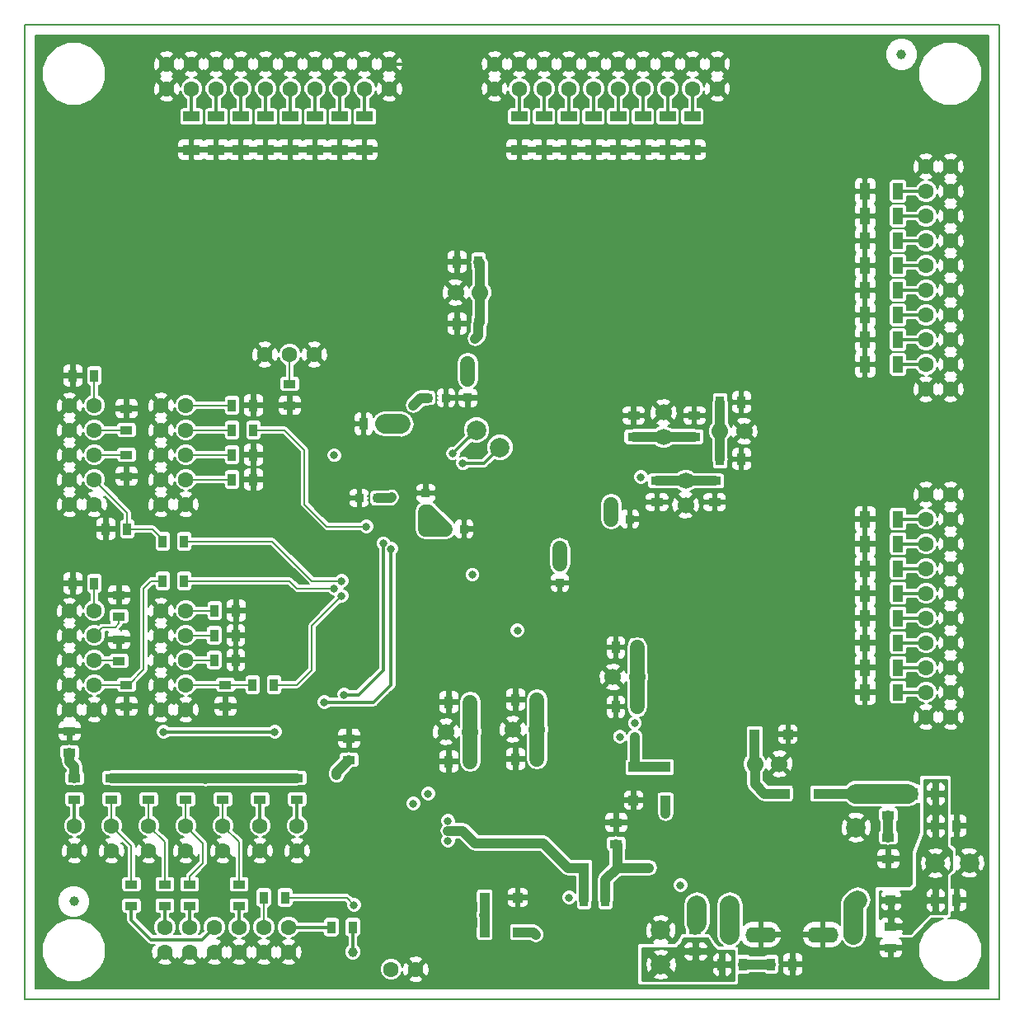
<source format=gbl>
G04 #@! TF.FileFunction,Copper,L4,Bot,Signal*
%FSLAX46Y46*%
G04 Gerber Fmt 4.6, Leading zero omitted, Abs format (unit mm)*
G04 Created by KiCad (PCBNEW 4.0.2-stable) date 25/05/2016 09:56:58*
%MOMM*%
G01*
G04 APERTURE LIST*
%ADD10C,0.100000*%
%ADD11C,0.150000*%
%ADD12R,1.300000X0.900000*%
%ADD13R,0.900000X1.300000*%
%ADD14R,1.000000X1.000000*%
%ADD15R,1.100000X1.700000*%
%ADD16R,0.900000X0.900000*%
%ADD17R,1.700000X1.100000*%
%ADD18C,1.600000*%
%ADD19O,3.200000X1.600000*%
%ADD20C,2.000000*%
%ADD21C,1.700000*%
%ADD22C,1.000000*%
%ADD23C,0.800000*%
%ADD24C,0.600000*%
%ADD25C,0.135000*%
%ADD26C,0.300000*%
%ADD27C,0.200000*%
%ADD28C,1.000000*%
%ADD29C,2.000000*%
%ADD30C,1.500000*%
%ADD31C,0.254000*%
G04 APERTURE END LIST*
D10*
D11*
X100000000Y0D02*
X0Y0D01*
X100000000Y100000000D02*
X100000000Y0D01*
X0Y100000000D02*
X100000000Y100000000D01*
X0Y0D02*
X0Y100000000D01*
D12*
X10922000Y11768000D03*
X10922000Y9568000D03*
X10414000Y30058000D03*
X10414000Y32258000D03*
X24130000Y20490000D03*
X24130000Y22690000D03*
X27940000Y20490000D03*
X27940000Y22690000D03*
D13*
X93472000Y21082000D03*
X91272000Y21082000D03*
D14*
X50595000Y6858000D03*
X47195000Y6858000D03*
D15*
X89660000Y82931000D03*
X86260000Y82931000D03*
X89660000Y80391000D03*
X86260000Y80391000D03*
X89660000Y77851000D03*
X86260000Y77851000D03*
X89660000Y75311000D03*
X86260000Y75311000D03*
X89660000Y72771000D03*
X86260000Y72771000D03*
X89660000Y70231000D03*
X86260000Y70231000D03*
X89660000Y67691000D03*
X86260000Y67691000D03*
X89660000Y65151000D03*
X86260000Y65151000D03*
X89660000Y49276000D03*
X86260000Y49276000D03*
X89660000Y46736000D03*
X86260000Y46736000D03*
X89660000Y44196000D03*
X86260000Y44196000D03*
X89660000Y41656000D03*
X86260000Y41656000D03*
X89660000Y39116000D03*
X86260000Y39116000D03*
X89660000Y36576000D03*
X86260000Y36576000D03*
D16*
X60198000Y49276000D03*
X62098000Y49276000D03*
X54927500Y44640500D03*
X54927500Y42740500D03*
X45466000Y63627000D03*
X45466000Y61727000D03*
X41341000Y61722000D03*
X43241000Y61722000D03*
X36205000Y51435000D03*
X34305000Y51435000D03*
X41148000Y50038000D03*
X41148000Y51938000D03*
D13*
X62861313Y29991203D03*
X60661313Y29991203D03*
D16*
X43180000Y48260000D03*
X45080000Y48260000D03*
D17*
X17094000Y90600000D03*
X17094000Y87200000D03*
X19634000Y90600000D03*
X19634000Y87200000D03*
X22174000Y90600000D03*
X22174000Y87200000D03*
X24714000Y90600000D03*
X24714000Y87200000D03*
X27254000Y90600000D03*
X27254000Y87200000D03*
X29794000Y90600000D03*
X29794000Y87200000D03*
X32334000Y90600000D03*
X32334000Y87200000D03*
X34874000Y90600000D03*
X34874000Y87200000D03*
X50749000Y90600000D03*
X50749000Y87200000D03*
X53289000Y90600000D03*
X53289000Y87200000D03*
X55829000Y90600000D03*
X55829000Y87200000D03*
X58369000Y90600000D03*
X58369000Y87200000D03*
X60909000Y90600000D03*
X60909000Y87200000D03*
X63449000Y90600000D03*
X63449000Y87200000D03*
X65989000Y90600000D03*
X65989000Y87200000D03*
X68529000Y90600000D03*
X68529000Y87200000D03*
D12*
X20320000Y20490000D03*
X20320000Y22690000D03*
X16510000Y20490000D03*
X16510000Y22690000D03*
X12700000Y20490000D03*
X12700000Y22690000D03*
X8890000Y20490000D03*
X8890000Y22690000D03*
X5080000Y20490000D03*
X5080000Y22690000D03*
D15*
X89660000Y34036000D03*
X86260000Y34036000D03*
X89660000Y31496000D03*
X86260000Y31496000D03*
D12*
X88646000Y16594000D03*
X88646000Y14394000D03*
D13*
X76624000Y3556000D03*
X78824000Y3556000D03*
D12*
X14352052Y11764844D03*
X14352052Y9564844D03*
D13*
X8298000Y48260000D03*
X10498000Y48260000D03*
X14140000Y42926000D03*
X16340000Y42926000D03*
X14140000Y46990000D03*
X16340000Y46990000D03*
X23452000Y55880000D03*
X21252000Y55880000D03*
X23452000Y53340000D03*
X21252000Y53340000D03*
D12*
X20574000Y30058000D03*
X20574000Y32258000D03*
D13*
X21252000Y58420000D03*
X23452000Y58420000D03*
X23368000Y32258000D03*
X25568000Y32258000D03*
D18*
X72390000Y6600000D03*
D19*
X75565000Y6600000D03*
D18*
X85090000Y6600000D03*
D19*
X81915000Y6600000D03*
D12*
X68834000Y7112000D03*
X68834000Y4912000D03*
D13*
X62861313Y36087203D03*
X60661313Y36087203D03*
X45720000Y30480000D03*
X43520000Y30480000D03*
X45720000Y24384000D03*
X43520000Y24384000D03*
D12*
X62496500Y57726400D03*
X62496500Y59926400D03*
X68719500Y57726400D03*
X68719500Y59926400D03*
D13*
X71366000Y55435500D03*
X73566000Y55435500D03*
X71366000Y61277500D03*
X73566000Y61277500D03*
X36957000Y59055000D03*
X34757000Y59055000D03*
X52578000Y24638000D03*
X50378000Y24638000D03*
X52578000Y30734000D03*
X50378000Y30734000D03*
D20*
X65278000Y3556000D03*
X65278000Y7056000D03*
D12*
X88646000Y21082000D03*
X88646000Y18882000D03*
D13*
X71544000Y3556000D03*
X73744000Y3556000D03*
D12*
X88900000Y7450000D03*
X88900000Y5250000D03*
D13*
X93472000Y10160000D03*
X95672000Y10160000D03*
D20*
X93472000Y13970000D03*
X96972000Y13970000D03*
X85344000Y21082000D03*
X85344000Y17582000D03*
D13*
X19474000Y39878000D03*
X21674000Y39878000D03*
X19431000Y37338000D03*
X21631000Y37338000D03*
X19431000Y34798000D03*
X21631000Y34798000D03*
X23452000Y60960000D03*
X21252000Y60960000D03*
X7112000Y64008000D03*
X4912000Y64008000D03*
D12*
X10414000Y58420000D03*
X10414000Y60620000D03*
X10414000Y55880000D03*
X10414000Y53680000D03*
D13*
X7112000Y42672000D03*
X4912000Y42672000D03*
D12*
X9652000Y39286000D03*
X9652000Y41486000D03*
X9652000Y34714000D03*
X9652000Y36914000D03*
D13*
X93472000Y17780000D03*
X95672000Y17780000D03*
D21*
X45720000Y27432000D03*
X43220000Y27432000D03*
X46716000Y72542400D03*
X44216000Y72542400D03*
X74950000Y24130000D03*
X77450000Y24130000D03*
X52578000Y27686000D03*
X50078000Y27686000D03*
X71343000Y58293000D03*
X73843000Y58293000D03*
X65548978Y57717944D03*
X65548978Y60217944D03*
X67830500Y53213000D03*
X67830500Y50713000D03*
X62861313Y33039203D03*
X60361313Y33039203D03*
D12*
X60706000Y15918000D03*
X60706000Y18118000D03*
D13*
X57404000Y10160000D03*
X59604000Y10160000D03*
D14*
X57404000Y13462000D03*
X60804000Y13462000D03*
X65786000Y20398000D03*
X65786000Y23798000D03*
X81456000Y21082000D03*
X78056000Y21082000D03*
X47195000Y10414000D03*
X50595000Y10414000D03*
X62484000Y23798000D03*
X62484000Y20398000D03*
X74930000Y27178000D03*
X78330000Y27178000D03*
D12*
X27178000Y60960000D03*
X27178000Y63160000D03*
X16892052Y11764844D03*
X16892052Y9564844D03*
X21972052Y11764844D03*
X21972052Y9564844D03*
D13*
X26712052Y10410844D03*
X24512052Y10410844D03*
X33656052Y7362844D03*
X31456052Y7362844D03*
D18*
X95072000Y28956000D03*
X92532000Y28956000D03*
X95072000Y31496000D03*
X92532000Y31496000D03*
X95072000Y34036000D03*
X92532000Y34036000D03*
X95072000Y36576000D03*
X92532000Y36576000D03*
X95072000Y39116000D03*
X92532000Y39116000D03*
X95072000Y41656000D03*
X92532000Y41656000D03*
X95072000Y44196000D03*
X92532000Y44196000D03*
X95072000Y46736000D03*
X92532000Y46736000D03*
X95072000Y49276000D03*
X92532000Y49276000D03*
X95072000Y51816000D03*
X92532000Y51816000D03*
X95072000Y62611000D03*
X92532000Y62611000D03*
X95072000Y65151000D03*
X92532000Y65151000D03*
X95072000Y67691000D03*
X92532000Y67691000D03*
X95072000Y70231000D03*
X92532000Y70231000D03*
X95072000Y72771000D03*
X92532000Y72771000D03*
X95072000Y75311000D03*
X92532000Y75311000D03*
X95072000Y77851000D03*
X92532000Y77851000D03*
X95072000Y80391000D03*
X92532000Y80391000D03*
X95072000Y82931000D03*
X92532000Y82931000D03*
X95072000Y85471000D03*
X92532000Y85471000D03*
X71069000Y96012000D03*
X71069000Y93472000D03*
X68529000Y96012000D03*
X68529000Y93472000D03*
X65989000Y96012000D03*
X65989000Y93472000D03*
X63449000Y96012000D03*
X63449000Y93472000D03*
X60909000Y96012000D03*
X60909000Y93472000D03*
X58369000Y96012000D03*
X58369000Y93472000D03*
X55829000Y96012000D03*
X55829000Y93472000D03*
X53289000Y96012000D03*
X53289000Y93472000D03*
X50749000Y96012000D03*
X50749000Y93472000D03*
X48209000Y96012000D03*
X48209000Y93472000D03*
X37414000Y96012000D03*
X37414000Y93472000D03*
X34874000Y96012000D03*
X34874000Y93472000D03*
X32334000Y96012000D03*
X32334000Y93472000D03*
X29794000Y96012000D03*
X29794000Y93472000D03*
X27254000Y96012000D03*
X27254000Y93472000D03*
X24714000Y96012000D03*
X24714000Y93472000D03*
X22174000Y96012000D03*
X22174000Y93472000D03*
X19634000Y96012000D03*
X19634000Y93472000D03*
X17094000Y96012000D03*
X17094000Y93472000D03*
X14554000Y96012000D03*
X14554000Y93472000D03*
X13970000Y60960000D03*
X16510000Y60960000D03*
X13970000Y58420000D03*
X16510000Y58420000D03*
X13970000Y55880000D03*
X16510000Y55880000D03*
X13970000Y53340000D03*
X16510000Y53340000D03*
X13970000Y50800000D03*
X16510000Y50800000D03*
X13970000Y39878000D03*
X16510000Y39878000D03*
X13970000Y37338000D03*
X16510000Y37338000D03*
X13970000Y34798000D03*
X16510000Y34798000D03*
X13970000Y32258000D03*
X16510000Y32258000D03*
X13970000Y29718000D03*
X16510000Y29718000D03*
X4572000Y39878000D03*
X7112000Y39878000D03*
X4572000Y37338000D03*
X7112000Y37338000D03*
X4572000Y34798000D03*
X7112000Y34798000D03*
X4572000Y32258000D03*
X7112000Y32258000D03*
X4572000Y29718000D03*
X7112000Y29718000D03*
X4572000Y60960000D03*
X7112000Y60960000D03*
X4572000Y58420000D03*
X7112000Y58420000D03*
X4572000Y55880000D03*
X7112000Y55880000D03*
X4572000Y53340000D03*
X7112000Y53340000D03*
X4572000Y50800000D03*
X7112000Y50800000D03*
X29718000Y66167000D03*
X24638000Y66167000D03*
X27178000Y66167000D03*
X5080000Y17780000D03*
X5080000Y15240000D03*
X37592000Y3048000D03*
X40132000Y3048000D03*
D14*
X68990000Y9652000D03*
X72390000Y9652000D03*
X88900000Y10160000D03*
X85500000Y10160000D03*
D22*
X90000000Y97000000D03*
X5000000Y10000000D03*
D18*
X14352052Y4822844D03*
X14352052Y7362844D03*
X16892052Y4822844D03*
X16892052Y7362844D03*
X19432052Y4822844D03*
X19432052Y7362844D03*
X21972052Y4822844D03*
X21972052Y7362844D03*
X24512052Y4822844D03*
X24512052Y7362844D03*
X27052052Y7362844D03*
X27052052Y4822844D03*
D13*
X46566000Y69342000D03*
X44366000Y69342000D03*
X46566000Y75692000D03*
X44366000Y75692000D03*
D12*
X64897000Y53213000D03*
X64897000Y51013000D03*
X70802500Y53213000D03*
X70802500Y51013000D03*
D18*
X8890000Y17780000D03*
X8890000Y15240000D03*
X12700000Y17780000D03*
X12700000Y15240000D03*
X16510000Y17780000D03*
X16510000Y15240000D03*
X20320000Y17780000D03*
X20320000Y15240000D03*
X24130000Y17780000D03*
X24130000Y15240000D03*
X27940000Y17780000D03*
X27940000Y15240000D03*
D22*
X33656052Y4822844D03*
D12*
X4572000Y25316000D03*
X4572000Y27516000D03*
X33274000Y24554000D03*
X33274000Y26754000D03*
D20*
X48768000Y56642000D03*
X46355000Y58420000D03*
D23*
X48514000Y45783500D03*
X39751000Y54356000D03*
X20002500Y28575000D03*
X31242000Y27432000D03*
X33274000Y28194000D03*
X64960500Y54864000D03*
X14986000Y87122000D03*
X37084000Y87122000D03*
X86360000Y85090000D03*
X86106000Y62992000D03*
X88646000Y50800000D03*
X33528000Y84582000D03*
X25908000Y84582000D03*
X18288000Y84582000D03*
X64262000Y84582000D03*
X56896000Y84582000D03*
X77724000Y91694000D03*
X41402000Y91186000D03*
X2286000Y90678000D03*
X2540000Y78994000D03*
X5842000Y77470000D03*
X90424000Y16764000D03*
X90424000Y12192000D03*
X81788000Y13716000D03*
X81788000Y15748000D03*
X26416000Y41402000D03*
X35560000Y36576000D03*
X38862000Y36576000D03*
X38862000Y39116000D03*
X35560000Y39116000D03*
X33020000Y36576000D03*
X33020000Y65024000D03*
X27686000Y50546000D03*
X29718000Y45720000D03*
X29718000Y46990000D03*
X40386000Y36576000D03*
X33655000Y18923000D03*
X30734000Y18034000D03*
X28956000Y12954000D03*
X34036000Y16256000D03*
X57404000Y31242000D03*
X57404000Y34036000D03*
X58166000Y37338000D03*
X8890000Y64516000D03*
X15748000Y64516000D03*
X20828000Y64516000D03*
X20320000Y44958000D03*
X20574000Y49276000D03*
X23876000Y49276000D03*
X23876000Y44958000D03*
X28194000Y35814000D03*
X2540000Y58420000D03*
X2540000Y53340000D03*
X2540000Y48260000D03*
X2540000Y43815000D03*
X2540000Y36830000D03*
X2540000Y31750000D03*
X2540000Y26035000D03*
X2540000Y19050000D03*
X2540000Y11430000D03*
X8255000Y8255000D03*
X10795000Y2540000D03*
X34925000Y2540000D03*
X27305000Y2540000D03*
X80010000Y1905000D03*
X90805000Y5715000D03*
X88900000Y1905000D03*
X97790000Y9525000D03*
X97155000Y20955000D03*
X97155000Y25400000D03*
X97155000Y38100000D03*
X97155000Y43180000D03*
X97155000Y71755000D03*
X97155000Y77470000D03*
X97155000Y88900000D03*
X86995000Y90805000D03*
X80645000Y94628000D03*
X86995000Y98425000D03*
X74930000Y98425000D03*
X62865000Y98425000D03*
X54610000Y98425000D03*
X31115000Y98425000D03*
X22225000Y98425000D03*
X10795000Y72390000D03*
X2540000Y71120000D03*
X6985000Y90805000D03*
X74676000Y79121000D03*
X74676000Y82677000D03*
X63754000Y81915000D03*
X50800000Y75692000D03*
X54610000Y75692000D03*
X61595000Y75692000D03*
X65913000Y75692000D03*
X69342000Y75692000D03*
X11176000Y37973000D03*
X10541000Y43434000D03*
X10541000Y28575000D03*
X23876000Y35941000D03*
X23876000Y39878000D03*
X22225000Y57150000D03*
X24765000Y53340000D03*
X23876000Y62738000D03*
X72136000Y13081000D03*
X68961000Y12954000D03*
X27178000Y59690000D03*
X25146000Y62103000D03*
X3429000Y64008000D03*
X8890000Y60579000D03*
X6858000Y48260000D03*
X8890000Y53594000D03*
X64135000Y19812000D03*
X95631000Y19431000D03*
X90297000Y14351000D03*
X95631000Y11811000D03*
X88900000Y3810000D03*
X75946000Y17145000D03*
X74168000Y30480000D03*
X72136000Y32512000D03*
X14732000Y70612000D03*
X19812000Y69088000D03*
X24384000Y69088000D03*
X30226000Y69088000D03*
X35052000Y66294000D03*
X53848000Y22860000D03*
X67310000Y21209000D03*
X67310000Y27559000D03*
X65786000Y22352000D03*
X34099500Y13398500D03*
X37274500Y13398500D03*
X43688000Y11747500D03*
X44831000Y6731000D03*
X43243500Y3429000D03*
X43243500Y4699000D03*
X44831000Y2730500D03*
X38925500Y9652000D03*
X40386000Y8445500D03*
X41084500Y6858000D03*
X41402000Y15684500D03*
X39878000Y14351000D03*
X42418000Y14605000D03*
X57404000Y19050000D03*
X58674000Y17272000D03*
X55880000Y17272000D03*
X55880000Y19177000D03*
X49085500Y24638000D03*
X49022000Y30734000D03*
X42164000Y30480000D03*
X42227500Y24384000D03*
X38925500Y26416000D03*
X37465000Y24828500D03*
X39878000Y24892000D03*
X74930000Y55435500D03*
X74930000Y61277500D03*
X68770500Y61214000D03*
X62484000Y61277500D03*
X43116500Y75692000D03*
X43116500Y69342000D03*
X44704000Y59563000D03*
X45466000Y60325000D03*
X46863000Y61722000D03*
X36893500Y61912500D03*
X36766500Y64135000D03*
X70802500Y49784000D03*
X64897000Y49784000D03*
X59626500Y39370000D03*
X56875897Y42207397D03*
X46545500Y48260000D03*
X42608500Y51943000D03*
X48577500Y54610000D03*
X40665592Y59888249D03*
X43878500Y50355500D03*
D24*
X62484000Y12319000D03*
X62230000Y15113000D03*
D23*
X37020500Y53467000D03*
X34290000Y53911500D03*
X46990000Y42735500D03*
X46355000Y39941500D03*
X48641000Y40386000D03*
X48641000Y37846000D03*
X47307500Y36576000D03*
X46355000Y37338000D03*
X53975000Y2984500D03*
X55499000Y1714500D03*
X52451000Y1714500D03*
X50673000Y12446000D03*
X52451000Y17526000D03*
X52451000Y14478000D03*
X52451000Y11684000D03*
D24*
X63656000Y48209500D03*
D23*
X91151500Y92723000D03*
X73025000Y86436200D03*
X56489600Y81178400D03*
X48971200Y81203800D03*
X41148000Y81178400D03*
X33223200Y81737200D03*
X26035000Y81991200D03*
X11417000Y82575400D03*
X18643600Y82016600D03*
X97599200Y55512000D03*
X97573800Y58280600D03*
X11264600Y98311000D03*
X41363600Y98184000D03*
X44411600Y98184000D03*
X58864200Y42329400D03*
X32219600Y67450000D03*
X39928500Y75197000D03*
X33324500Y76213000D03*
X26657000Y74816000D03*
X19862500Y74054000D03*
X13258500Y75832000D03*
X11353500Y77864000D03*
X11417000Y89294000D03*
X57264000Y72657000D03*
X59804000Y70180500D03*
X64884000Y64402000D03*
X73964500Y66561000D03*
X75869500Y73927000D03*
X81902000Y89230500D03*
X81902000Y81356500D03*
X81902000Y73927000D03*
X81902000Y66561000D03*
X81902000Y58623500D03*
X81965500Y50305000D03*
X74625000Y42367500D03*
X74980500Y35700000D03*
X81965500Y35446000D03*
X81965500Y42875500D03*
X67487500Y45352000D03*
X67932000Y42367500D03*
X68186000Y39002000D03*
X86156500Y29032500D03*
X78028500Y29096000D03*
X68503500Y33033000D03*
X64249000Y37224000D03*
X60693000Y40780000D03*
X36372500Y48273000D03*
X78600000Y12941000D03*
X75933000Y14909500D03*
X73279000Y12954000D03*
X75933000Y11036000D03*
X42685040Y57260902D03*
X37756800Y54191200D03*
X30480000Y52464000D03*
X32880000Y51448000D03*
X38925200Y50940000D03*
X47815200Y43294600D03*
X51896080Y48793678D03*
X59321400Y55131000D03*
X57492600Y54750000D03*
X49784000Y69901000D03*
X49271587Y65154543D03*
X48805800Y63563800D03*
X31432200Y64783000D03*
D24*
X33565800Y59017200D03*
D23*
X32004000Y22987000D03*
X18542000Y22606000D03*
X5080000Y23876000D03*
X43434000Y16256000D03*
X43434000Y17272000D03*
X43434000Y18288000D03*
X47117000Y8636000D03*
X61087000Y26924000D03*
X62611000Y26924000D03*
X62611000Y28321000D03*
X41402000Y21082000D03*
X39878000Y20066000D03*
X41148000Y48260000D03*
X38608000Y59029600D03*
X50556000Y37846000D03*
X31750000Y55814000D03*
X45720000Y25527000D03*
X45935600Y43574000D03*
X37629800Y51524200D03*
X33782000Y9652000D03*
X60198000Y50800000D03*
X63246000Y53594000D03*
X46228000Y67818000D03*
X45466000Y65278000D03*
X39878000Y60960000D03*
X54927300Y46291500D03*
X62861313Y31242000D03*
X14224000Y27432000D03*
X25654000Y27432000D03*
X30734000Y30480000D03*
X37592000Y46228000D03*
X32766000Y31242000D03*
X36776581Y46771612D03*
X32512000Y41402000D03*
X35052000Y48514000D03*
X32512000Y42926000D03*
X31750000Y42164000D03*
X67310000Y11684000D03*
X55880000Y10414000D03*
X65786000Y19050000D03*
X52451000Y6604000D03*
X64092000Y13462000D03*
X43942000Y56007000D03*
X44958000Y54991000D03*
D25*
X20574000Y30058000D02*
X20574000Y29146500D01*
X20574000Y29146500D02*
X20002500Y28575000D01*
D26*
X55829000Y87200000D02*
X55829000Y85649000D01*
X55829000Y85649000D02*
X56896000Y84582000D01*
X63449000Y87200000D02*
X63449000Y85395000D01*
X63449000Y85395000D02*
X64262000Y84582000D01*
X33274000Y26754000D02*
X31920000Y26754000D01*
X31920000Y26754000D02*
X31242000Y27432000D01*
X33274000Y26754000D02*
X33274000Y28194000D01*
X17094000Y87200000D02*
X15064000Y87200000D01*
X15064000Y87200000D02*
X14986000Y87122000D01*
X34874000Y87200000D02*
X37006000Y87200000D01*
X37006000Y87200000D02*
X37084000Y87122000D01*
X86260000Y82931000D02*
X86260000Y84990000D01*
X86260000Y84990000D02*
X86360000Y85090000D01*
X86260000Y65151000D02*
X86260000Y63146000D01*
X86260000Y63146000D02*
X86106000Y62992000D01*
X87376000Y49276000D02*
X88646000Y50546000D01*
X88646000Y50546000D02*
X88646000Y50800000D01*
X86260000Y49276000D02*
X87376000Y49276000D01*
X32334000Y87200000D02*
X32334000Y85776000D01*
X32334000Y85776000D02*
X33528000Y84582000D01*
X24714000Y87200000D02*
X24714000Y85776000D01*
X24714000Y85776000D02*
X25908000Y84582000D01*
X17094000Y87200000D02*
X17094000Y85776000D01*
X17094000Y85776000D02*
X18288000Y84582000D01*
X81902000Y89230500D02*
X80187500Y89230500D01*
X80187500Y89230500D02*
X77724000Y91694000D01*
X90297000Y14351000D02*
X90297000Y12319000D01*
X90297000Y12319000D02*
X90424000Y12192000D01*
X78600000Y12941000D02*
X81407000Y15748000D01*
X81407000Y15748000D02*
X81788000Y15748000D01*
X23876000Y39878000D02*
X24892000Y39878000D01*
X24892000Y39878000D02*
X26416000Y41402000D01*
X38862000Y39116000D02*
X38862000Y36576000D01*
X33020000Y36576000D02*
X35560000Y39116000D01*
X29718000Y46990000D02*
X29718000Y45720000D01*
X47307500Y36576000D02*
X40386000Y36576000D01*
X30734000Y18034000D02*
X32766000Y18034000D01*
X32766000Y18034000D02*
X33655000Y18923000D01*
X34099500Y13398500D02*
X34099500Y16192500D01*
X34099500Y16192500D02*
X34036000Y16256000D01*
X58166000Y37338000D02*
X57404000Y36576000D01*
X57404000Y36576000D02*
X57404000Y34036000D01*
X15748000Y64516000D02*
X8890000Y64516000D01*
X20828000Y64516000D02*
X15748000Y64516000D01*
X23876000Y49276000D02*
X20574000Y49276000D01*
X2540000Y48260000D02*
X2540000Y53340000D01*
X2540000Y36830000D02*
X2540000Y43815000D01*
X2540000Y26035000D02*
X2540000Y31750000D01*
X2540000Y11430000D02*
X2540000Y19050000D01*
X10795000Y2540000D02*
X10795000Y5715000D01*
X10795000Y5715000D02*
X8255000Y8255000D01*
X27305000Y2540000D02*
X34925000Y2540000D01*
X88900000Y1905000D02*
X80010000Y1905000D01*
X88900000Y3810000D02*
X88900000Y1905000D01*
X97155000Y25400000D02*
X97155000Y20955000D01*
X97155000Y43180000D02*
X97155000Y38100000D01*
X97155000Y77470000D02*
X97155000Y71755000D01*
X91151500Y92723000D02*
X94974500Y88900000D01*
X94974500Y88900000D02*
X97155000Y88900000D01*
X62865000Y98425000D02*
X74930000Y98425000D01*
X44411600Y98184000D02*
X54369000Y98184000D01*
X54369000Y98184000D02*
X54610000Y98425000D01*
X31115000Y98425000D02*
X41122600Y98425000D01*
X41122600Y98425000D02*
X41363600Y98184000D01*
X11264600Y98311000D02*
X22111000Y98311000D01*
X22111000Y98311000D02*
X22225000Y98425000D01*
X2540000Y71120000D02*
X9525000Y71120000D01*
X9525000Y71120000D02*
X10795000Y72390000D01*
X11264600Y98311000D02*
X11264600Y95084600D01*
X11264600Y95084600D02*
X6985000Y90805000D01*
X74676000Y82677000D02*
X74676000Y84785200D01*
X74676000Y84785200D02*
X73025000Y86436200D01*
X81902000Y81356500D02*
X75996500Y81356500D01*
X75996500Y81356500D02*
X74676000Y82677000D01*
X57277000Y75692000D02*
X56388000Y75692000D01*
X56388000Y75692000D02*
X54610000Y75692000D01*
X56489600Y81178400D02*
X56489600Y75793600D01*
X56489600Y75793600D02*
X56388000Y75692000D01*
X61595000Y75692000D02*
X57277000Y75692000D01*
X57264000Y72657000D02*
X57264000Y73222685D01*
X57264000Y73222685D02*
X57277000Y73235685D01*
X57277000Y73235685D02*
X57277000Y75692000D01*
X54610000Y75692000D02*
X50800000Y75692000D01*
X69342000Y75692000D02*
X65913000Y75692000D01*
X70688200Y76327000D02*
X70688200Y84099400D01*
X70688200Y75857700D02*
X70688200Y76327000D01*
X70688200Y76327000D02*
X70053200Y75692000D01*
X70053200Y75692000D02*
X69342000Y75692000D01*
X11049000Y36957000D02*
X11176000Y37084000D01*
X11176000Y37084000D02*
X11176000Y37973000D01*
X10645000Y36957000D02*
X11049000Y36957000D01*
X9652000Y36914000D02*
X10602000Y36914000D01*
X10602000Y36914000D02*
X10645000Y36957000D01*
X9652000Y42236000D02*
X9652000Y42545000D01*
X9652000Y42545000D02*
X10541000Y43434000D01*
X9652000Y41486000D02*
X9652000Y42236000D01*
X10414000Y30058000D02*
X10414000Y28702000D01*
X10414000Y28702000D02*
X10541000Y28575000D01*
X21674000Y39878000D02*
X23876000Y39878000D01*
X22225000Y56134000D02*
X22225000Y57150000D01*
X22479000Y55880000D02*
X22225000Y56134000D01*
X22702000Y55880000D02*
X22479000Y55880000D01*
X23452000Y55880000D02*
X22702000Y55880000D01*
X23452000Y53340000D02*
X24765000Y53340000D01*
X23452000Y60960000D02*
X23452000Y62314000D01*
X23452000Y62314000D02*
X23876000Y62738000D01*
X27178000Y60960000D02*
X27178000Y59690000D01*
X24384000Y60960000D02*
X25146000Y61722000D01*
X25146000Y61722000D02*
X25146000Y62103000D01*
X23452000Y60960000D02*
X24384000Y60960000D01*
X4912000Y64008000D02*
X3429000Y64008000D01*
X10414000Y60620000D02*
X8931000Y60620000D01*
X8931000Y60620000D02*
X8890000Y60579000D01*
X8298000Y48260000D02*
X6858000Y48260000D01*
X10414000Y53680000D02*
X8976000Y53680000D01*
X8976000Y53680000D02*
X8890000Y53594000D01*
X62484000Y20398000D02*
X63549000Y20398000D01*
X63549000Y20398000D02*
X64135000Y19812000D01*
X95672000Y17780000D02*
X95672000Y19390000D01*
X95672000Y19390000D02*
X95631000Y19431000D01*
X88646000Y14394000D02*
X90254000Y14394000D01*
X90254000Y14394000D02*
X90297000Y14351000D01*
X95672000Y10160000D02*
X95672000Y11770000D01*
X95672000Y11770000D02*
X95631000Y11811000D01*
X88900000Y5250000D02*
X88900000Y3810000D01*
X70612000Y33033000D02*
X71602000Y33033000D01*
X68503500Y33033000D02*
X70612000Y33033000D01*
X70612000Y33033000D02*
X71615000Y33033000D01*
X71615000Y33033000D02*
X72136000Y32512000D01*
X24384000Y69088000D02*
X19812000Y69088000D01*
X35052000Y66294000D02*
X32258000Y69088000D01*
X32258000Y69088000D02*
X30226000Y69088000D01*
X37274500Y13398500D02*
X34099500Y13398500D01*
X43243500Y4699000D02*
X43243500Y3429000D01*
X50378000Y24638000D02*
X49085500Y24638000D01*
X50378000Y30734000D02*
X49022000Y30734000D01*
X43520000Y30480000D02*
X42164000Y30480000D01*
X43520000Y24384000D02*
X42227500Y24384000D01*
X73566000Y55435500D02*
X74930000Y55435500D01*
X73566000Y61277500D02*
X74930000Y61277500D01*
X68719500Y59926400D02*
X68719500Y61163000D01*
X68719500Y61163000D02*
X68770500Y61214000D01*
X62496500Y59926400D02*
X62496500Y61265000D01*
X62496500Y61265000D02*
X62484000Y61277500D01*
X39928500Y75197000D02*
X40423500Y75692000D01*
X40423500Y75692000D02*
X43116500Y75692000D01*
X44366000Y75692000D02*
X43116500Y75692000D01*
X44366000Y69342000D02*
X43116500Y69342000D01*
X45466000Y60325000D02*
X44704000Y59563000D01*
X45466000Y61727000D02*
X45466000Y60325000D01*
X45466000Y61727000D02*
X46858000Y61727000D01*
X46858000Y61727000D02*
X46863000Y61722000D01*
X70802500Y51013000D02*
X70802500Y49784000D01*
X54927500Y42740500D02*
X56342794Y42740500D01*
X56342794Y42740500D02*
X56875897Y42207397D01*
X45080000Y48260000D02*
X46545500Y48260000D01*
X41148000Y51938000D02*
X42603500Y51938000D01*
X42603500Y51938000D02*
X42608500Y51943000D01*
D27*
X86260000Y31496000D02*
X86260000Y29136000D01*
X86260000Y29136000D02*
X86156500Y29032500D01*
D26*
X71615000Y35763500D02*
X71615000Y33020000D01*
X71602000Y33033000D02*
X71615000Y33020000D01*
X50595000Y10414000D02*
X50595000Y12368000D01*
X50595000Y12368000D02*
X50673000Y12446000D01*
X52451000Y11684000D02*
X52451000Y14478000D01*
X63754000Y62012922D02*
X63754000Y63272000D01*
X63754000Y63272000D02*
X64884000Y64402000D01*
X65548978Y60217944D02*
X63754000Y62012922D01*
X59804000Y70180500D02*
X59804000Y69482000D01*
X59804000Y69482000D02*
X64884000Y64402000D01*
X59804000Y70180500D02*
X57327500Y72657000D01*
X57327500Y72657000D02*
X57264000Y72657000D01*
X40169500Y75438000D02*
X39928500Y75197000D01*
X40386000Y96012000D02*
X41148000Y95250000D01*
X41148000Y95250000D02*
X41148000Y81178400D01*
X37414000Y96012000D02*
X40386000Y96012000D01*
X81902000Y89230500D02*
X76860400Y89230500D01*
X73025000Y86436200D02*
X75819300Y89230500D01*
X75819300Y89230500D02*
X76860400Y89230500D01*
X70688200Y84099400D02*
X73025000Y86436200D01*
X48971200Y81203800D02*
X56464200Y81203800D01*
X56464200Y81203800D02*
X56489600Y81178400D01*
X41148000Y81178400D02*
X48945800Y81178400D01*
X48945800Y81178400D02*
X48971200Y81203800D01*
X33223200Y81737200D02*
X40589200Y81737200D01*
X40589200Y81737200D02*
X41148000Y81178400D01*
X26035000Y81991200D02*
X32969200Y81991200D01*
X32969200Y81991200D02*
X33223200Y81737200D01*
X18643600Y82016600D02*
X26009600Y82016600D01*
X26009600Y82016600D02*
X26035000Y81991200D01*
X11417000Y89294000D02*
X11417000Y82575400D01*
X11417000Y82575400D02*
X11417000Y77927500D01*
X18643600Y82016600D02*
X11975800Y82016600D01*
X11975800Y82016600D02*
X11417000Y82575400D01*
X18529000Y82131200D02*
X18643600Y82016600D01*
X97040400Y60642600D02*
X97040400Y58814000D01*
X97040400Y58814000D02*
X97573800Y58280600D01*
X95072000Y62611000D02*
X97040400Y60642600D01*
X44411600Y98184000D02*
X41363600Y98184000D01*
X33324500Y76213000D02*
X38912500Y76213000D01*
X38912500Y76213000D02*
X39928500Y75197000D01*
X26657000Y74816000D02*
X31927500Y74816000D01*
X31927500Y74816000D02*
X33324500Y76213000D01*
X19862500Y74054000D02*
X25895000Y74054000D01*
X25895000Y74054000D02*
X26657000Y74816000D01*
X11353500Y77864000D02*
X16052500Y77864000D01*
X16052500Y77864000D02*
X19862500Y74054000D01*
X11353500Y77864000D02*
X11353500Y77737000D01*
X11353500Y77737000D02*
X13258500Y75832000D01*
X11417000Y77927500D02*
X11353500Y77864000D01*
X11544000Y83007500D02*
X11480500Y82944000D01*
X81902000Y66561000D02*
X73964500Y66561000D01*
X81902000Y73927000D02*
X75869500Y73927000D01*
X81902000Y81356500D02*
X81902000Y89230500D01*
X81902000Y73927000D02*
X81902000Y81356500D01*
X81902000Y66561000D02*
X81902000Y73927000D01*
X81902000Y58623500D02*
X81902000Y66561000D01*
X81965500Y50305000D02*
X81965500Y58560000D01*
X81965500Y58560000D02*
X81902000Y58623500D01*
X81965500Y42875500D02*
X81965500Y50305000D01*
X81965500Y42875500D02*
X75133000Y42875500D01*
X75133000Y42875500D02*
X74625000Y42367500D01*
X81965500Y42875500D02*
X81965500Y35446000D01*
X67932000Y42367500D02*
X67932000Y44907500D01*
X67932000Y44907500D02*
X67487500Y45352000D01*
X68186000Y39002000D02*
X68186000Y42113500D01*
X68186000Y42113500D02*
X67932000Y42367500D01*
X71615000Y35763500D02*
X68376500Y39002000D01*
X68376500Y39002000D02*
X68186000Y39002000D01*
X86093000Y29096000D02*
X86156500Y29032500D01*
X77965000Y29159500D02*
X78028500Y29096000D01*
X60693000Y40780000D02*
X64249000Y37224000D01*
D28*
X53213000Y16002000D02*
X46228000Y16002000D01*
X53213000Y16002000D02*
X55753000Y13462000D01*
X55753000Y13462000D02*
X57404000Y13462000D01*
X32004000Y22987000D02*
X32004000Y23284000D01*
X32004000Y23284000D02*
X33274000Y24554000D01*
X8890000Y22690000D02*
X12700000Y22690000D01*
X16510000Y22690000D02*
X12700000Y22690000D01*
X16510000Y22690000D02*
X18458000Y22690000D01*
X18458000Y22690000D02*
X18542000Y22606000D01*
X20320000Y22690000D02*
X18626000Y22690000D01*
X18626000Y22690000D02*
X18542000Y22606000D01*
X24130000Y22690000D02*
X20320000Y22690000D01*
X27940000Y22690000D02*
X24130000Y22690000D01*
X4572000Y25316000D02*
X4572000Y24384000D01*
X4572000Y24384000D02*
X5080000Y23876000D01*
X46228000Y16002000D02*
X44958000Y17272000D01*
X44958000Y17272000D02*
X43434000Y17272000D01*
X57404000Y13462000D02*
X57404000Y10160000D01*
X5080000Y23876000D02*
X5080000Y22690000D01*
X47195000Y10414000D02*
X47195000Y8714000D01*
X47195000Y8714000D02*
X47117000Y8636000D01*
X47195000Y6858000D02*
X47195000Y8558000D01*
X47195000Y8558000D02*
X47117000Y8636000D01*
X62611000Y26924000D02*
X62611000Y23925000D01*
X62611000Y23925000D02*
X62484000Y23798000D01*
X65786000Y23798000D02*
X62484000Y23798000D01*
D29*
X36957000Y59055000D02*
X38582600Y59055000D01*
X38582600Y59055000D02*
X38608000Y59029600D01*
D30*
X41148000Y50038000D02*
X41402000Y50038000D01*
X41402000Y50038000D02*
X43180000Y48260000D01*
X41148000Y50038000D02*
X41148000Y48260000D01*
X43180000Y48260000D02*
X41148000Y48260000D01*
X52578000Y27686000D02*
X52578000Y24638000D01*
X52578000Y27686000D02*
X52578000Y30734000D01*
D28*
X37540600Y51435000D02*
X37629800Y51524200D01*
X36205000Y51435000D02*
X37540600Y51435000D01*
D30*
X45720000Y27432000D02*
X45720000Y24384000D01*
X45720000Y27432000D02*
X45720000Y30480000D01*
D25*
X26712052Y10410844D02*
X33023156Y10410844D01*
X33023156Y10410844D02*
X33782000Y9652000D01*
D28*
X46566000Y69342000D02*
X46566000Y68156000D01*
X46566000Y68156000D02*
X46228000Y67818000D01*
X41341000Y61722000D02*
X40640000Y61722000D01*
X40640000Y61722000D02*
X39878000Y60960000D01*
D30*
X54927500Y44640500D02*
X54927500Y46291300D01*
X54927500Y46291300D02*
X54927300Y46291500D01*
X60198000Y50800000D02*
X60198000Y49276000D01*
X45466000Y63627000D02*
X45466000Y65278000D01*
X62861313Y33039203D02*
X62861313Y29991203D01*
X62861313Y33039203D02*
X62861313Y36087203D01*
D28*
X46716000Y72542400D02*
X46716000Y69492000D01*
X46716000Y69492000D02*
X46566000Y69342000D01*
X46716000Y72542400D02*
X46716000Y75542000D01*
X46716000Y75542000D02*
X46566000Y75692000D01*
X67830500Y53213000D02*
X70802500Y53213000D01*
X64897000Y53213000D02*
X67830500Y53213000D01*
D29*
X72390000Y6600000D02*
X72390000Y9652000D01*
D28*
X68990000Y7776000D02*
X68834000Y7620000D01*
X68834000Y7620000D02*
X68834000Y7112000D01*
D29*
X68990000Y9652000D02*
X68990000Y7776000D01*
D25*
X21252000Y53340000D02*
X16510000Y53340000D01*
X16510000Y39878000D02*
X19474000Y39878000D01*
X19431000Y37338000D02*
X16510000Y37338000D01*
X16510000Y34798000D02*
X19431000Y34798000D01*
X20574000Y32258000D02*
X23368000Y32258000D01*
X16510000Y32258000D02*
X17641370Y32258000D01*
X17641370Y32258000D02*
X20574000Y32258000D01*
X7112000Y32258000D02*
X10414000Y32258000D01*
X12192000Y33836000D02*
X10614000Y32258000D01*
X10614000Y32258000D02*
X10414000Y32258000D01*
X12192000Y42164000D02*
X12192000Y33836000D01*
X14140000Y42926000D02*
X12954000Y42926000D01*
X12954000Y42926000D02*
X12192000Y42164000D01*
X10498000Y48260000D02*
X13070000Y48260000D01*
X13070000Y48260000D02*
X14140000Y47190000D01*
X14140000Y47190000D02*
X14140000Y46990000D01*
X7112000Y53340000D02*
X10498000Y49954000D01*
X10498000Y49954000D02*
X10498000Y48260000D01*
D26*
X5080000Y20490000D02*
X5080000Y17780000D01*
X14224000Y27432000D02*
X25654000Y27432000D01*
X37592000Y32258000D02*
X35814000Y30480000D01*
X37592000Y32258000D02*
X37592000Y46228000D01*
X30734000Y30480000D02*
X35814000Y30480000D01*
X24130000Y20490000D02*
X24130000Y17780000D01*
X36776581Y33782000D02*
X34236581Y31242000D01*
X34236581Y31242000D02*
X32766000Y31242000D01*
X36776581Y46771612D02*
X36776581Y33782000D01*
X27940000Y20490000D02*
X27940000Y17780000D01*
D25*
X29464000Y34290000D02*
X29464000Y38354000D01*
X29464000Y34290000D02*
X29464000Y33782000D01*
X29464000Y34036000D02*
X29464000Y34290000D01*
X29464000Y38354000D02*
X32512000Y41402000D01*
X25568000Y32258000D02*
X27940000Y32258000D01*
X27940000Y32258000D02*
X29464000Y33782000D01*
X28702000Y50800000D02*
X30988000Y48514000D01*
X28702000Y56388000D02*
X28702000Y50800000D01*
X35052000Y48514000D02*
X30988000Y48514000D01*
X23452000Y58420000D02*
X26670000Y58420000D01*
X26670000Y58420000D02*
X28702000Y56388000D01*
X29464000Y42926000D02*
X32512000Y42926000D01*
X16340000Y46990000D02*
X25400000Y46990000D01*
X25400000Y46990000D02*
X29464000Y42926000D01*
X31750000Y42164000D02*
X27940000Y42164000D01*
X27178000Y42926000D02*
X16340000Y42926000D01*
X27940000Y42164000D02*
X27178000Y42926000D01*
D28*
X71343000Y58293000D02*
X71343000Y55458500D01*
X71343000Y55458500D02*
X71366000Y55435500D01*
X71366000Y61277500D02*
X71366000Y58316000D01*
X71366000Y58316000D02*
X71343000Y58293000D01*
X71366000Y58270000D02*
X71343000Y58293000D01*
D26*
X92532000Y31496000D02*
X89660000Y31496000D01*
X89660000Y34036000D02*
X92532000Y34036000D01*
X92532000Y36576000D02*
X89660000Y36576000D01*
X89660000Y39116000D02*
X92532000Y39116000D01*
X92532000Y41656000D02*
X89660000Y41656000D01*
X92532000Y44196000D02*
X89660000Y44196000D01*
X89660000Y46736000D02*
X92532000Y46736000D01*
X92532000Y49276000D02*
X89660000Y49276000D01*
X89660000Y65151000D02*
X92532000Y65151000D01*
X92532000Y67691000D02*
X89660000Y67691000D01*
X89660000Y70231000D02*
X92532000Y70231000D01*
X89660000Y72771000D02*
X92532000Y72771000D01*
X92532000Y75311000D02*
X89660000Y75311000D01*
X92532000Y77851000D02*
X89660000Y77851000D01*
X89660000Y80391000D02*
X92532000Y80391000D01*
X92532000Y82931000D02*
X89660000Y82931000D01*
X68529000Y93472000D02*
X68529000Y90600000D01*
X65989000Y93472000D02*
X65989000Y90600000D01*
X63449000Y93472000D02*
X63449000Y90600000D01*
X60909000Y90600000D02*
X60909000Y93472000D01*
X58369000Y93472000D02*
X58369000Y90600000D01*
X55829000Y90600000D02*
X55829000Y93472000D01*
X53289000Y90600000D02*
X53289000Y93472000D01*
X50749000Y90600000D02*
X50749000Y93472000D01*
X34874000Y93472000D02*
X34874000Y90600000D01*
X32334000Y93472000D02*
X32334000Y90600000D01*
X29794000Y93472000D02*
X29794000Y90600000D01*
X27254000Y93472000D02*
X27254000Y90600000D01*
X24714000Y93472000D02*
X24714000Y90600000D01*
X22174000Y93472000D02*
X22174000Y90600000D01*
X19634000Y93472000D02*
X19634000Y90600000D01*
X17094000Y93472000D02*
X17094000Y90600000D01*
D28*
X74930000Y27178000D02*
X74930000Y24150000D01*
X74930000Y24150000D02*
X74950000Y24130000D01*
X75946000Y21082000D02*
X74950000Y22078000D01*
X74950000Y22078000D02*
X74950000Y24130000D01*
X78056000Y21082000D02*
X75946000Y21082000D01*
D29*
X85090000Y6600000D02*
X85090000Y9750000D01*
X85090000Y9750000D02*
X85500000Y10160000D01*
D25*
X16510000Y60960000D02*
X21252000Y60960000D01*
X21252000Y58420000D02*
X16510000Y58420000D01*
X16510000Y55880000D02*
X21252000Y55880000D01*
X7112000Y39878000D02*
X7112000Y42672000D01*
X9652000Y39286000D02*
X9652000Y38536000D01*
X9652000Y38536000D02*
X9253999Y38137999D01*
X7112000Y37338000D02*
X7911999Y38137999D01*
X7911999Y38137999D02*
X9253999Y38137999D01*
X7112000Y34798000D02*
X9568000Y34798000D01*
X9568000Y34798000D02*
X9652000Y34714000D01*
D26*
X7336000Y34798000D02*
X7112000Y34798000D01*
D25*
X7112000Y60960000D02*
X7112000Y64008000D01*
X7112000Y58420000D02*
X10414000Y58420000D01*
X10414000Y55880000D02*
X10214000Y55880000D01*
X10214000Y55880000D02*
X7112000Y55880000D01*
D28*
X81456000Y21082000D02*
X85344000Y21082000D01*
X90678000Y21082000D02*
X91272000Y21082000D01*
D29*
X88646000Y21082000D02*
X90678000Y21082000D01*
X85344000Y21082000D02*
X88646000Y21082000D01*
D28*
X65786000Y20398000D02*
X65786000Y19050000D01*
X50595000Y6858000D02*
X52197000Y6858000D01*
X52197000Y6858000D02*
X52451000Y6604000D01*
X73744000Y3556000D02*
X76624000Y3556000D01*
X88646000Y18882000D02*
X88646000Y16594000D01*
X60804000Y13462000D02*
X60804000Y15820000D01*
X60804000Y15820000D02*
X60706000Y15918000D01*
X60804000Y13462000D02*
X64092000Y13462000D01*
X59604000Y10160000D02*
X59604000Y12262000D01*
X59604000Y12262000D02*
X60804000Y13462000D01*
X65548978Y57717944D02*
X62504956Y57717944D01*
X62504956Y57717944D02*
X62496500Y57726400D01*
X68719500Y57726400D02*
X65557434Y57726400D01*
X65557434Y57726400D02*
X65548978Y57717944D01*
X65540522Y57726400D02*
X65548978Y57717944D01*
D25*
X27178000Y66167000D02*
X27178000Y63160000D01*
D26*
X14352052Y9564844D02*
X14352052Y7362844D01*
X16892052Y9564844D02*
X16892052Y7362844D01*
X19432052Y7362844D02*
X18165208Y6096000D01*
X18165208Y6096000D02*
X12954000Y6096000D01*
X12954000Y6096000D02*
X10922000Y8128000D01*
X10922000Y8128000D02*
X10922000Y9568000D01*
X21972052Y7362844D02*
X21972052Y9564844D01*
D25*
X24512052Y7362844D02*
X24512052Y10410844D01*
D26*
X27052052Y7362844D02*
X31456052Y7362844D01*
D25*
X14352052Y11764844D02*
X14352052Y16127948D01*
X14352052Y16127948D02*
X12700000Y17780000D01*
X12700000Y20490000D02*
X12700000Y17780000D01*
X16892052Y11764844D02*
X16892052Y12574052D01*
X16892052Y12574052D02*
X18288000Y13970000D01*
X16510000Y17780000D02*
X18288000Y16002000D01*
X18288000Y16002000D02*
X18288000Y13970000D01*
X16510000Y20490000D02*
X16510000Y19905000D01*
X16510000Y19905000D02*
X16510000Y17780000D01*
X8890000Y17780000D02*
X8890000Y20490000D01*
X8890000Y17780000D02*
X10922000Y15748000D01*
X10922000Y15748000D02*
X10922000Y11768000D01*
X20320000Y17780000D02*
X21972052Y16127948D01*
X21972052Y16127948D02*
X21972052Y11764844D01*
X20320000Y20490000D02*
X20320000Y17780000D01*
D26*
X33656052Y7362844D02*
X33656052Y4822844D01*
X43942000Y56007000D02*
X45355001Y57420001D01*
X45355001Y57420001D02*
X46355000Y58420000D01*
X44958000Y54991000D02*
X47117000Y54991000D01*
X47117000Y54991000D02*
X48768000Y56642000D01*
D11*
G36*
X98925000Y1075000D02*
X1075000Y1075000D01*
X1075000Y4351420D01*
X1724433Y4351420D01*
X2221971Y3147285D01*
X3142439Y2225209D01*
X4345704Y1725570D01*
X5648580Y1724433D01*
X6852715Y2221971D01*
X7447083Y2815303D01*
X36416796Y2815303D01*
X36595302Y2383285D01*
X36925547Y2052464D01*
X37357253Y1873204D01*
X37824697Y1872796D01*
X38220663Y2036406D01*
X39373550Y2036406D01*
X39454686Y1811224D01*
X39979537Y1646171D01*
X40527599Y1694534D01*
X40809314Y1811224D01*
X40890450Y2036406D01*
X40132000Y2794856D01*
X39373550Y2036406D01*
X38220663Y2036406D01*
X38256715Y2051302D01*
X38587536Y2381547D01*
X38764770Y2808375D01*
X38778534Y2652401D01*
X38895224Y2370686D01*
X39120406Y2289550D01*
X39878856Y3048000D01*
X40385144Y3048000D01*
X41143594Y2289550D01*
X41368776Y2370686D01*
X41533829Y2895537D01*
X41485466Y3443599D01*
X41368776Y3725314D01*
X41143594Y3806450D01*
X40385144Y3048000D01*
X39878856Y3048000D01*
X39120406Y3806450D01*
X38895224Y3725314D01*
X38760503Y3296915D01*
X38588698Y3712715D01*
X38258453Y4043536D01*
X38219782Y4059594D01*
X39373550Y4059594D01*
X40132000Y3301144D01*
X40890450Y4059594D01*
X40809314Y4284776D01*
X40284463Y4449829D01*
X39736401Y4401466D01*
X39454686Y4284776D01*
X39373550Y4059594D01*
X38219782Y4059594D01*
X37826747Y4222796D01*
X37359303Y4223204D01*
X36927285Y4044698D01*
X36596464Y3714453D01*
X36417204Y3282747D01*
X36416796Y2815303D01*
X7447083Y2815303D01*
X7774791Y3142439D01*
X8052505Y3811250D01*
X13593602Y3811250D01*
X13674738Y3586068D01*
X14199589Y3421015D01*
X14747651Y3469378D01*
X15029366Y3586068D01*
X15110502Y3811250D01*
X16133602Y3811250D01*
X16214738Y3586068D01*
X16739589Y3421015D01*
X17287651Y3469378D01*
X17569366Y3586068D01*
X17650502Y3811250D01*
X18673602Y3811250D01*
X18754738Y3586068D01*
X19279589Y3421015D01*
X19827651Y3469378D01*
X20109366Y3586068D01*
X20190502Y3811250D01*
X21213602Y3811250D01*
X21294738Y3586068D01*
X21819589Y3421015D01*
X22367651Y3469378D01*
X22649366Y3586068D01*
X22730502Y3811250D01*
X23753602Y3811250D01*
X23834738Y3586068D01*
X24359589Y3421015D01*
X24907651Y3469378D01*
X25189366Y3586068D01*
X25270502Y3811250D01*
X26293602Y3811250D01*
X26374738Y3586068D01*
X26899589Y3421015D01*
X27447651Y3469378D01*
X27729366Y3586068D01*
X27810502Y3811250D01*
X27052052Y4569700D01*
X26293602Y3811250D01*
X25270502Y3811250D01*
X24512052Y4569700D01*
X23753602Y3811250D01*
X22730502Y3811250D01*
X21972052Y4569700D01*
X21213602Y3811250D01*
X20190502Y3811250D01*
X19432052Y4569700D01*
X18673602Y3811250D01*
X17650502Y3811250D01*
X16892052Y4569700D01*
X16133602Y3811250D01*
X15110502Y3811250D01*
X14352052Y4569700D01*
X13593602Y3811250D01*
X8052505Y3811250D01*
X8274430Y4345704D01*
X8275567Y5648580D01*
X7778029Y6852715D01*
X6857561Y7774791D01*
X5654296Y8274430D01*
X4351420Y8275567D01*
X3147285Y7778029D01*
X2225209Y6857561D01*
X1725570Y5654296D01*
X1724433Y4351420D01*
X1075000Y4351420D01*
X1075000Y9668284D01*
X3324710Y9668284D01*
X3579176Y9052428D01*
X4049950Y8580832D01*
X4665360Y8325292D01*
X5331716Y8324710D01*
X5947572Y8579176D01*
X6419168Y9049950D01*
X6674708Y9665360D01*
X6675015Y10018000D01*
X9889654Y10018000D01*
X9889654Y9118000D01*
X9915802Y8979034D01*
X9997931Y8851401D01*
X10123246Y8765777D01*
X10272000Y8735654D01*
X10397000Y8735654D01*
X10397000Y8128000D01*
X10436963Y7927091D01*
X10550769Y7756769D01*
X12582769Y5724769D01*
X12753091Y5610963D01*
X12954000Y5571000D01*
X13311888Y5571000D01*
X13115276Y5500158D01*
X12950223Y4975307D01*
X12998586Y4427245D01*
X13115276Y4145530D01*
X13340458Y4064394D01*
X14098908Y4822844D01*
X14084766Y4836986D01*
X14337910Y5090130D01*
X14352052Y5075988D01*
X14366195Y5090130D01*
X14619339Y4836986D01*
X14605196Y4822844D01*
X15363646Y4064394D01*
X15588828Y4145530D01*
X15617505Y4236718D01*
X15655276Y4145530D01*
X15880458Y4064394D01*
X16638908Y4822844D01*
X16624766Y4836986D01*
X16877910Y5090130D01*
X16892052Y5075988D01*
X16906195Y5090130D01*
X17159339Y4836986D01*
X17145196Y4822844D01*
X17903646Y4064394D01*
X18128828Y4145530D01*
X18157505Y4236718D01*
X18195276Y4145530D01*
X18420458Y4064394D01*
X19178908Y4822844D01*
X19685196Y4822844D01*
X20443646Y4064394D01*
X20668828Y4145530D01*
X20697505Y4236718D01*
X20735276Y4145530D01*
X20960458Y4064394D01*
X21718908Y4822844D01*
X22225196Y4822844D01*
X22983646Y4064394D01*
X23208828Y4145530D01*
X23237505Y4236718D01*
X23275276Y4145530D01*
X23500458Y4064394D01*
X24258908Y4822844D01*
X24765196Y4822844D01*
X25523646Y4064394D01*
X25748828Y4145530D01*
X25777505Y4236718D01*
X25815276Y4145530D01*
X26040458Y4064394D01*
X26798908Y4822844D01*
X27305196Y4822844D01*
X28063646Y4064394D01*
X28288828Y4145530D01*
X28447332Y4649559D01*
X32780901Y4649559D01*
X32913831Y4327844D01*
X33159757Y4081488D01*
X33481240Y3947996D01*
X33829337Y3947693D01*
X34151052Y4080623D01*
X34397408Y4326549D01*
X34530900Y4648032D01*
X34531203Y4996129D01*
X34398273Y5317844D01*
X34382146Y5334000D01*
X62871000Y5334000D01*
X62871000Y1778000D01*
X62896646Y1641703D01*
X62977197Y1516523D01*
X63100104Y1432545D01*
X63246000Y1403000D01*
X72898000Y1403000D01*
X73034297Y1428646D01*
X73159477Y1509197D01*
X73243455Y1632104D01*
X73273000Y1778000D01*
X73273000Y2527907D01*
X73294000Y2523654D01*
X74194000Y2523654D01*
X74332966Y2549802D01*
X74460599Y2631931D01*
X74494126Y2681000D01*
X75873163Y2681000D01*
X75899931Y2639401D01*
X76025246Y2553777D01*
X76174000Y2523654D01*
X77074000Y2523654D01*
X77212966Y2549802D01*
X77340599Y2631931D01*
X77426223Y2757246D01*
X77456346Y2906000D01*
X77456346Y3231250D01*
X77791000Y3231250D01*
X77791000Y2790034D01*
X77879756Y2575757D01*
X78043757Y2411756D01*
X78258034Y2323000D01*
X78499250Y2323000D01*
X78645000Y2468750D01*
X78645000Y3377000D01*
X79003000Y3377000D01*
X79003000Y2468750D01*
X79148750Y2323000D01*
X79389966Y2323000D01*
X79604243Y2411756D01*
X79768244Y2575757D01*
X79857000Y2790034D01*
X79857000Y3231250D01*
X79711250Y3377000D01*
X79003000Y3377000D01*
X78645000Y3377000D01*
X77936750Y3377000D01*
X77791000Y3231250D01*
X77456346Y3231250D01*
X77456346Y3341563D01*
X77499000Y3556000D01*
X77456346Y3770437D01*
X77456346Y4206000D01*
X77434526Y4321966D01*
X77791000Y4321966D01*
X77791000Y3880750D01*
X77936750Y3735000D01*
X78645000Y3735000D01*
X78645000Y4643250D01*
X79003000Y4643250D01*
X79003000Y3735000D01*
X79711250Y3735000D01*
X79857000Y3880750D01*
X79857000Y4321966D01*
X79768244Y4536243D01*
X79604243Y4700244D01*
X79389966Y4789000D01*
X79148750Y4789000D01*
X79003000Y4643250D01*
X78645000Y4643250D01*
X78499250Y4789000D01*
X78258034Y4789000D01*
X78043757Y4700244D01*
X77879756Y4536243D01*
X77791000Y4321966D01*
X77434526Y4321966D01*
X77430198Y4344966D01*
X77348069Y4472599D01*
X77222754Y4558223D01*
X77074000Y4588346D01*
X76174000Y4588346D01*
X76035034Y4562198D01*
X75907401Y4480069D01*
X75873874Y4431000D01*
X74494837Y4431000D01*
X74468069Y4472599D01*
X74342754Y4558223D01*
X74194000Y4588346D01*
X73294000Y4588346D01*
X73273000Y4584395D01*
X73273000Y4925250D01*
X87667000Y4925250D01*
X87667000Y4684034D01*
X87755756Y4469757D01*
X87919757Y4305756D01*
X88134034Y4217000D01*
X88575250Y4217000D01*
X88721000Y4362750D01*
X88721000Y5071000D01*
X89079000Y5071000D01*
X89079000Y4362750D01*
X89224750Y4217000D01*
X89665966Y4217000D01*
X89880243Y4305756D01*
X90044244Y4469757D01*
X90133000Y4684034D01*
X90133000Y4925250D01*
X89987250Y5071000D01*
X89079000Y5071000D01*
X88721000Y5071000D01*
X87812750Y5071000D01*
X87667000Y4925250D01*
X73273000Y4925250D01*
X73273000Y5080000D01*
X73247354Y5216297D01*
X73166803Y5341477D01*
X73051635Y5420167D01*
X73362272Y5627728D01*
X73569322Y5937600D01*
X73660499Y5748644D01*
X74070374Y5390775D01*
X74586000Y5217000D01*
X75386000Y5217000D01*
X75386000Y6421000D01*
X75744000Y6421000D01*
X75744000Y5217000D01*
X76544000Y5217000D01*
X77059626Y5390775D01*
X77469501Y5748644D01*
X77691481Y6208675D01*
X79788519Y6208675D01*
X80010499Y5748644D01*
X80420374Y5390775D01*
X80936000Y5217000D01*
X81736000Y5217000D01*
X81736000Y6421000D01*
X79890767Y6421000D01*
X79788519Y6208675D01*
X77691481Y6208675D01*
X77589233Y6421000D01*
X75744000Y6421000D01*
X75386000Y6421000D01*
X75366000Y6421000D01*
X75366000Y6779000D01*
X75386000Y6779000D01*
X75386000Y7983000D01*
X75744000Y7983000D01*
X75744000Y6779000D01*
X77589233Y6779000D01*
X77691481Y6991325D01*
X79788519Y6991325D01*
X79890767Y6779000D01*
X81736000Y6779000D01*
X81736000Y7983000D01*
X82094000Y7983000D01*
X82094000Y6779000D01*
X82114000Y6779000D01*
X82114000Y6421000D01*
X82094000Y6421000D01*
X82094000Y5217000D01*
X82894000Y5217000D01*
X83409626Y5390775D01*
X83819501Y5748644D01*
X83910678Y5937600D01*
X84117728Y5627728D01*
X84563810Y5329666D01*
X85090000Y5225000D01*
X85616190Y5329666D01*
X86062272Y5627728D01*
X86360334Y6073810D01*
X86465000Y6600000D01*
X86465000Y9180456D01*
X86472272Y9187728D01*
X86770335Y9633811D01*
X86875001Y10160000D01*
X86770335Y10686190D01*
X86472272Y11132272D01*
X86026190Y11430335D01*
X85500000Y11535001D01*
X84973811Y11430335D01*
X84527728Y11132272D01*
X84117728Y10722272D01*
X83819666Y10276190D01*
X83715000Y9750000D01*
X83715000Y7542598D01*
X83409626Y7809225D01*
X82894000Y7983000D01*
X82094000Y7983000D01*
X81736000Y7983000D01*
X80936000Y7983000D01*
X80420374Y7809225D01*
X80010499Y7451356D01*
X79788519Y6991325D01*
X77691481Y6991325D01*
X77469501Y7451356D01*
X77059626Y7809225D01*
X76544000Y7983000D01*
X75744000Y7983000D01*
X75386000Y7983000D01*
X74586000Y7983000D01*
X74070374Y7809225D01*
X73765000Y7542598D01*
X73765000Y9652000D01*
X73660334Y10178190D01*
X73362272Y10624272D01*
X72916190Y10922334D01*
X72390000Y11027000D01*
X71863810Y10922334D01*
X71417728Y10624272D01*
X71119666Y10178190D01*
X71015000Y9652000D01*
X71015000Y6600000D01*
X71119666Y6073810D01*
X71417728Y5627728D01*
X71676234Y5455000D01*
X71275330Y5455000D01*
X70903423Y5826907D01*
X70416019Y6558013D01*
X70249896Y6695455D01*
X70104000Y6725000D01*
X69866346Y6725000D01*
X69866346Y6739632D01*
X69962272Y6803728D01*
X70260334Y7249810D01*
X70365000Y7776000D01*
X70365000Y9652000D01*
X70260334Y10178190D01*
X69962272Y10624272D01*
X69516190Y10922334D01*
X68990000Y11027000D01*
X68463810Y10922334D01*
X68017728Y10624272D01*
X67719666Y10178190D01*
X67615000Y9652000D01*
X67615000Y7776000D01*
X67719666Y7249810D01*
X67801654Y7127106D01*
X67801654Y6725000D01*
X67564000Y6725000D01*
X67450341Y6707361D01*
X67320262Y6634986D01*
X67228590Y6517705D01*
X67001805Y6064135D01*
X66646670Y5709000D01*
X66100107Y5709000D01*
X66181902Y5898953D01*
X65278000Y6802856D01*
X64374098Y5898953D01*
X64455893Y5709000D01*
X63246000Y5709000D01*
X63109703Y5683354D01*
X62984523Y5602803D01*
X62900545Y5479896D01*
X62871000Y5334000D01*
X34382146Y5334000D01*
X34181052Y5535445D01*
X34181052Y6344610D01*
X34245018Y6356646D01*
X34372651Y6438775D01*
X34458275Y6564090D01*
X34488398Y6712844D01*
X34488398Y8012844D01*
X34462250Y8151810D01*
X34380121Y8279443D01*
X34254806Y8365067D01*
X34106052Y8395190D01*
X33206052Y8395190D01*
X33067086Y8369042D01*
X32939453Y8286913D01*
X32853829Y8161598D01*
X32823706Y8012844D01*
X32823706Y6712844D01*
X32849854Y6573878D01*
X32931983Y6446245D01*
X33057298Y6360621D01*
X33131052Y6345686D01*
X33131052Y5535117D01*
X32914696Y5319139D01*
X32781204Y4997656D01*
X32780901Y4649559D01*
X28447332Y4649559D01*
X28453881Y4670381D01*
X28405518Y5218443D01*
X28288828Y5500158D01*
X28063646Y5581294D01*
X27305196Y4822844D01*
X26798908Y4822844D01*
X26040458Y5581294D01*
X25815276Y5500158D01*
X25786599Y5408970D01*
X25748828Y5500158D01*
X25523646Y5581294D01*
X24765196Y4822844D01*
X24258908Y4822844D01*
X23500458Y5581294D01*
X23275276Y5500158D01*
X23246599Y5408970D01*
X23208828Y5500158D01*
X22983646Y5581294D01*
X22225196Y4822844D01*
X21718908Y4822844D01*
X20960458Y5581294D01*
X20735276Y5500158D01*
X20706599Y5408970D01*
X20668828Y5500158D01*
X20443646Y5581294D01*
X19685196Y4822844D01*
X19178908Y4822844D01*
X19164766Y4836986D01*
X19417910Y5090130D01*
X19432052Y5075988D01*
X20190502Y5834438D01*
X20109366Y6059620D01*
X19680967Y6194341D01*
X20096767Y6366146D01*
X20427588Y6696391D01*
X20606848Y7128097D01*
X20606849Y7130147D01*
X20796848Y7130147D01*
X20975354Y6698129D01*
X21305599Y6367308D01*
X21732427Y6190074D01*
X21576453Y6176310D01*
X21294738Y6059620D01*
X21213602Y5834438D01*
X21972052Y5075988D01*
X22730502Y5834438D01*
X22649366Y6059620D01*
X22220967Y6194341D01*
X22636767Y6366146D01*
X22967588Y6696391D01*
X23146848Y7128097D01*
X23146849Y7130147D01*
X23336848Y7130147D01*
X23515354Y6698129D01*
X23845599Y6367308D01*
X24272427Y6190074D01*
X24116453Y6176310D01*
X23834738Y6059620D01*
X23753602Y5834438D01*
X24512052Y5075988D01*
X25270502Y5834438D01*
X25189366Y6059620D01*
X24760967Y6194341D01*
X25176767Y6366146D01*
X25507588Y6696391D01*
X25686848Y7128097D01*
X25686849Y7130147D01*
X25876848Y7130147D01*
X26055354Y6698129D01*
X26385599Y6367308D01*
X26812427Y6190074D01*
X26656453Y6176310D01*
X26374738Y6059620D01*
X26293602Y5834438D01*
X27052052Y5075988D01*
X27810502Y5834438D01*
X27729366Y6059620D01*
X27300967Y6194341D01*
X27716767Y6366146D01*
X28047588Y6696391D01*
X28106324Y6837844D01*
X30623706Y6837844D01*
X30623706Y6712844D01*
X30649854Y6573878D01*
X30731983Y6446245D01*
X30857298Y6360621D01*
X31006052Y6330498D01*
X31906052Y6330498D01*
X32045018Y6356646D01*
X32172651Y6438775D01*
X32258275Y6564090D01*
X32288398Y6712844D01*
X32288398Y8012844D01*
X32262250Y8151810D01*
X32180121Y8279443D01*
X32054806Y8365067D01*
X31906052Y8395190D01*
X31006052Y8395190D01*
X30867086Y8369042D01*
X30739453Y8286913D01*
X30653829Y8161598D01*
X30623706Y8012844D01*
X30623706Y7887844D01*
X28106479Y7887844D01*
X28048750Y8027559D01*
X27718505Y8358380D01*
X27286799Y8537640D01*
X26819355Y8538048D01*
X26387337Y8359542D01*
X26056516Y8029297D01*
X25877256Y7597591D01*
X25876848Y7130147D01*
X25686849Y7130147D01*
X25687256Y7595541D01*
X25508750Y8027559D01*
X25178505Y8358380D01*
X24954552Y8451373D01*
X24954552Y8636000D01*
X46242001Y8636000D01*
X46308605Y8301152D01*
X46320000Y8284098D01*
X46320000Y7394276D01*
X46312654Y7358000D01*
X46312654Y6358000D01*
X46338802Y6219034D01*
X46420931Y6091401D01*
X46546246Y6005777D01*
X46695000Y5975654D01*
X47695000Y5975654D01*
X47833966Y6001802D01*
X47961599Y6083931D01*
X48047223Y6209246D01*
X48077346Y6358000D01*
X48077346Y7358000D01*
X49712654Y7358000D01*
X49712654Y6358000D01*
X49738802Y6219034D01*
X49820931Y6091401D01*
X49946246Y6005777D01*
X50095000Y5975654D01*
X51095000Y5975654D01*
X51134041Y5983000D01*
X51835696Y5983000D01*
X52116152Y5795605D01*
X52451000Y5729001D01*
X52785848Y5795605D01*
X53069718Y5985282D01*
X53259395Y6269152D01*
X53325999Y6604000D01*
X53259395Y6938848D01*
X53069718Y7222719D01*
X53036032Y7256405D01*
X63676477Y7256405D01*
X63721693Y6628274D01*
X63875078Y6257973D01*
X64120953Y6152098D01*
X65024856Y7056000D01*
X65531144Y7056000D01*
X66435047Y6152098D01*
X66680922Y6257973D01*
X66879523Y6855595D01*
X66834307Y7483726D01*
X66680922Y7854027D01*
X66435047Y7959902D01*
X65531144Y7056000D01*
X65024856Y7056000D01*
X64120953Y7959902D01*
X63875078Y7854027D01*
X63676477Y7256405D01*
X53036032Y7256405D01*
X52815718Y7476718D01*
X52531848Y7666395D01*
X52197000Y7733000D01*
X51131276Y7733000D01*
X51095000Y7740346D01*
X50095000Y7740346D01*
X49956034Y7714198D01*
X49828401Y7632069D01*
X49742777Y7506754D01*
X49712654Y7358000D01*
X48077346Y7358000D01*
X48070000Y7397041D01*
X48070000Y8213047D01*
X64374098Y8213047D01*
X65278000Y7309144D01*
X66181902Y8213047D01*
X66076027Y8458922D01*
X65478405Y8657523D01*
X64850274Y8612307D01*
X64479973Y8458922D01*
X64374098Y8213047D01*
X48070000Y8213047D01*
X48070000Y8558000D01*
X48054485Y8636000D01*
X48070000Y8714000D01*
X48070000Y9877724D01*
X48077346Y9914000D01*
X48077346Y10089250D01*
X49512000Y10089250D01*
X49512000Y9798034D01*
X49600756Y9583757D01*
X49764757Y9419756D01*
X49979034Y9331000D01*
X50270250Y9331000D01*
X50416000Y9476750D01*
X50416000Y10235000D01*
X50774000Y10235000D01*
X50774000Y9476750D01*
X50919750Y9331000D01*
X51210966Y9331000D01*
X51425243Y9419756D01*
X51589244Y9583757D01*
X51678000Y9798034D01*
X51678000Y10089250D01*
X51532250Y10235000D01*
X50774000Y10235000D01*
X50416000Y10235000D01*
X49657750Y10235000D01*
X49512000Y10089250D01*
X48077346Y10089250D01*
X48077346Y10914000D01*
X48055526Y11029966D01*
X49512000Y11029966D01*
X49512000Y10738750D01*
X49657750Y10593000D01*
X50416000Y10593000D01*
X50416000Y11351250D01*
X50774000Y11351250D01*
X50774000Y10593000D01*
X51532250Y10593000D01*
X51678000Y10738750D01*
X51678000Y11029966D01*
X51589244Y11244243D01*
X51425243Y11408244D01*
X51210966Y11497000D01*
X50919750Y11497000D01*
X50774000Y11351250D01*
X50416000Y11351250D01*
X50270250Y11497000D01*
X49979034Y11497000D01*
X49764757Y11408244D01*
X49600756Y11244243D01*
X49512000Y11029966D01*
X48055526Y11029966D01*
X48051198Y11052966D01*
X47969069Y11180599D01*
X47843754Y11266223D01*
X47695000Y11296346D01*
X46695000Y11296346D01*
X46556034Y11270198D01*
X46428401Y11188069D01*
X46342777Y11062754D01*
X46312654Y10914000D01*
X46312654Y9914000D01*
X46320000Y9874959D01*
X46320000Y8987902D01*
X46308605Y8970848D01*
X46242001Y8636000D01*
X24954552Y8636000D01*
X24954552Y9378498D01*
X24962052Y9378498D01*
X25101018Y9404646D01*
X25228651Y9486775D01*
X25314275Y9612090D01*
X25344398Y9760844D01*
X25344398Y11060844D01*
X25879706Y11060844D01*
X25879706Y9760844D01*
X25905854Y9621878D01*
X25987983Y9494245D01*
X26113298Y9408621D01*
X26262052Y9378498D01*
X27162052Y9378498D01*
X27301018Y9404646D01*
X27428651Y9486775D01*
X27514275Y9612090D01*
X27544398Y9760844D01*
X27544398Y9968344D01*
X32839866Y9968344D01*
X33007130Y9801080D01*
X33006866Y9498519D01*
X33124604Y9213571D01*
X33342425Y8995370D01*
X33627167Y8877135D01*
X33935481Y8876866D01*
X34220429Y8994604D01*
X34438630Y9212425D01*
X34556865Y9497167D01*
X34557134Y9805481D01*
X34439396Y10090429D01*
X34221575Y10308630D01*
X33936833Y10426865D01*
X33632659Y10427130D01*
X33336051Y10723739D01*
X33192494Y10819661D01*
X33023156Y10853344D01*
X27544398Y10853344D01*
X27544398Y11060844D01*
X27518250Y11199810D01*
X27436121Y11327443D01*
X27310806Y11413067D01*
X27162052Y11443190D01*
X26262052Y11443190D01*
X26123086Y11417042D01*
X25995453Y11334913D01*
X25909829Y11209598D01*
X25879706Y11060844D01*
X25344398Y11060844D01*
X25318250Y11199810D01*
X25236121Y11327443D01*
X25110806Y11413067D01*
X24962052Y11443190D01*
X24062052Y11443190D01*
X23923086Y11417042D01*
X23795453Y11334913D01*
X23709829Y11209598D01*
X23679706Y11060844D01*
X23679706Y9760844D01*
X23705854Y9621878D01*
X23787983Y9494245D01*
X23913298Y9408621D01*
X24062052Y9378498D01*
X24069552Y9378498D01*
X24069552Y8451359D01*
X23847337Y8359542D01*
X23516516Y8029297D01*
X23337256Y7597591D01*
X23336848Y7130147D01*
X23146849Y7130147D01*
X23147256Y7595541D01*
X22968750Y8027559D01*
X22638505Y8358380D01*
X22497052Y8417116D01*
X22497052Y8732498D01*
X22622052Y8732498D01*
X22761018Y8758646D01*
X22888651Y8840775D01*
X22974275Y8966090D01*
X23004398Y9114844D01*
X23004398Y10014844D01*
X22978250Y10153810D01*
X22896121Y10281443D01*
X22770806Y10367067D01*
X22622052Y10397190D01*
X21322052Y10397190D01*
X21183086Y10371042D01*
X21055453Y10288913D01*
X20969829Y10163598D01*
X20939706Y10014844D01*
X20939706Y9114844D01*
X20965854Y8975878D01*
X21047983Y8848245D01*
X21173298Y8762621D01*
X21322052Y8732498D01*
X21447052Y8732498D01*
X21447052Y8417271D01*
X21307337Y8359542D01*
X20976516Y8029297D01*
X20797256Y7597591D01*
X20796848Y7130147D01*
X20606849Y7130147D01*
X20607256Y7595541D01*
X20428750Y8027559D01*
X20098505Y8358380D01*
X19666799Y8537640D01*
X19199355Y8538048D01*
X18767337Y8359542D01*
X18436516Y8029297D01*
X18257256Y7597591D01*
X18256848Y7130147D01*
X18315337Y6988591D01*
X17947746Y6621000D01*
X17812066Y6621000D01*
X17887588Y6696391D01*
X18066848Y7128097D01*
X18067256Y7595541D01*
X17888750Y8027559D01*
X17558505Y8358380D01*
X17417052Y8417116D01*
X17417052Y8732498D01*
X17542052Y8732498D01*
X17681018Y8758646D01*
X17808651Y8840775D01*
X17894275Y8966090D01*
X17924398Y9114844D01*
X17924398Y10014844D01*
X17898250Y10153810D01*
X17816121Y10281443D01*
X17690806Y10367067D01*
X17542052Y10397190D01*
X16242052Y10397190D01*
X16103086Y10371042D01*
X15975453Y10288913D01*
X15889829Y10163598D01*
X15859706Y10014844D01*
X15859706Y9114844D01*
X15885854Y8975878D01*
X15967983Y8848245D01*
X16093298Y8762621D01*
X16242052Y8732498D01*
X16367052Y8732498D01*
X16367052Y8417271D01*
X16227337Y8359542D01*
X15896516Y8029297D01*
X15717256Y7597591D01*
X15716848Y7130147D01*
X15895354Y6698129D01*
X15972349Y6621000D01*
X15272066Y6621000D01*
X15347588Y6696391D01*
X15526848Y7128097D01*
X15527256Y7595541D01*
X15348750Y8027559D01*
X15018505Y8358380D01*
X14877052Y8417116D01*
X14877052Y8732498D01*
X15002052Y8732498D01*
X15141018Y8758646D01*
X15268651Y8840775D01*
X15354275Y8966090D01*
X15384398Y9114844D01*
X15384398Y10014844D01*
X15358250Y10153810D01*
X15276121Y10281443D01*
X15150806Y10367067D01*
X15002052Y10397190D01*
X13702052Y10397190D01*
X13563086Y10371042D01*
X13435453Y10288913D01*
X13349829Y10163598D01*
X13319706Y10014844D01*
X13319706Y9114844D01*
X13345854Y8975878D01*
X13427983Y8848245D01*
X13553298Y8762621D01*
X13702052Y8732498D01*
X13827052Y8732498D01*
X13827052Y8417271D01*
X13687337Y8359542D01*
X13356516Y8029297D01*
X13177256Y7597591D01*
X13176848Y7130147D01*
X13355354Y6698129D01*
X13432349Y6621000D01*
X13171462Y6621000D01*
X11447000Y8345462D01*
X11447000Y8735654D01*
X11572000Y8735654D01*
X11710966Y8761802D01*
X11838599Y8843931D01*
X11924223Y8969246D01*
X11954346Y9118000D01*
X11954346Y10018000D01*
X11928198Y10156966D01*
X11846069Y10284599D01*
X11720754Y10370223D01*
X11572000Y10400346D01*
X10272000Y10400346D01*
X10133034Y10374198D01*
X10005401Y10292069D01*
X9919777Y10166754D01*
X9889654Y10018000D01*
X6675015Y10018000D01*
X6675290Y10331716D01*
X6420824Y10947572D01*
X5950050Y11419168D01*
X5334640Y11674708D01*
X4668284Y11675290D01*
X4052428Y11420824D01*
X3580832Y10950050D01*
X3325292Y10334640D01*
X3324710Y9668284D01*
X1075000Y9668284D01*
X1075000Y14228406D01*
X4321550Y14228406D01*
X4402686Y14003224D01*
X4927537Y13838171D01*
X5475599Y13886534D01*
X5757314Y14003224D01*
X5838450Y14228406D01*
X8131550Y14228406D01*
X8212686Y14003224D01*
X8737537Y13838171D01*
X9285599Y13886534D01*
X9567314Y14003224D01*
X9648450Y14228406D01*
X8890000Y14986856D01*
X8131550Y14228406D01*
X5838450Y14228406D01*
X5080000Y14986856D01*
X4321550Y14228406D01*
X1075000Y14228406D01*
X1075000Y15392463D01*
X3678171Y15392463D01*
X3726534Y14844401D01*
X3843224Y14562686D01*
X4068406Y14481550D01*
X4826856Y15240000D01*
X5333144Y15240000D01*
X6091594Y14481550D01*
X6316776Y14562686D01*
X6481829Y15087537D01*
X6454922Y15392463D01*
X7488171Y15392463D01*
X7536534Y14844401D01*
X7653224Y14562686D01*
X7878406Y14481550D01*
X8636856Y15240000D01*
X7878406Y15998450D01*
X7653224Y15917314D01*
X7488171Y15392463D01*
X6454922Y15392463D01*
X6433466Y15635599D01*
X6316776Y15917314D01*
X6091594Y15998450D01*
X5333144Y15240000D01*
X4826856Y15240000D01*
X4068406Y15998450D01*
X3843224Y15917314D01*
X3678171Y15392463D01*
X1075000Y15392463D01*
X1075000Y17547303D01*
X3904796Y17547303D01*
X4083302Y17115285D01*
X4413547Y16784464D01*
X4840375Y16607230D01*
X4684401Y16593466D01*
X4402686Y16476776D01*
X4321550Y16251594D01*
X5080000Y15493144D01*
X5838450Y16251594D01*
X5757314Y16476776D01*
X5328915Y16611497D01*
X5744715Y16783302D01*
X6075536Y17113547D01*
X6254796Y17545253D01*
X6254797Y17547303D01*
X7714796Y17547303D01*
X7893302Y17115285D01*
X8223547Y16784464D01*
X8650375Y16607230D01*
X8494401Y16593466D01*
X8212686Y16476776D01*
X8131550Y16251594D01*
X8890000Y15493144D01*
X8904143Y15507286D01*
X9157287Y15254142D01*
X9143144Y15240000D01*
X9901594Y14481550D01*
X10126776Y14562686D01*
X10291829Y15087537D01*
X10243466Y15635599D01*
X10126776Y15917314D01*
X9901596Y15998449D01*
X9973679Y16070531D01*
X10479500Y15564710D01*
X10479500Y12600346D01*
X10272000Y12600346D01*
X10133034Y12574198D01*
X10005401Y12492069D01*
X9919777Y12366754D01*
X9889654Y12218000D01*
X9889654Y11318000D01*
X9915802Y11179034D01*
X9997931Y11051401D01*
X10123246Y10965777D01*
X10272000Y10935654D01*
X11572000Y10935654D01*
X11710966Y10961802D01*
X11838599Y11043931D01*
X11924223Y11169246D01*
X11954346Y11318000D01*
X11954346Y12218000D01*
X11928198Y12356966D01*
X11846069Y12484599D01*
X11720754Y12570223D01*
X11572000Y12600346D01*
X11364500Y12600346D01*
X11364500Y14228406D01*
X11941550Y14228406D01*
X12022686Y14003224D01*
X12547537Y13838171D01*
X13095599Y13886534D01*
X13377314Y14003224D01*
X13458450Y14228406D01*
X12700000Y14986856D01*
X11941550Y14228406D01*
X11364500Y14228406D01*
X11364500Y14801027D01*
X11463224Y14562686D01*
X11688406Y14481550D01*
X12446856Y15240000D01*
X11688406Y15998450D01*
X11463224Y15917314D01*
X11364500Y15603382D01*
X11364500Y15748000D01*
X11330817Y15917337D01*
X11330817Y15917338D01*
X11234895Y16060895D01*
X9972591Y17323199D01*
X10064796Y17545253D01*
X10064797Y17547303D01*
X11524796Y17547303D01*
X11703302Y17115285D01*
X12033547Y16784464D01*
X12460375Y16607230D01*
X12304401Y16593466D01*
X12022686Y16476776D01*
X11941550Y16251594D01*
X12700000Y15493144D01*
X12714143Y15507286D01*
X12967287Y15254142D01*
X12953144Y15240000D01*
X13711594Y14481550D01*
X13909552Y14552877D01*
X13909552Y12597190D01*
X13702052Y12597190D01*
X13563086Y12571042D01*
X13435453Y12488913D01*
X13349829Y12363598D01*
X13319706Y12214844D01*
X13319706Y11314844D01*
X13345854Y11175878D01*
X13427983Y11048245D01*
X13553298Y10962621D01*
X13702052Y10932498D01*
X15002052Y10932498D01*
X15141018Y10958646D01*
X15268651Y11040775D01*
X15354275Y11166090D01*
X15384398Y11314844D01*
X15384398Y12214844D01*
X15358250Y12353810D01*
X15276121Y12481443D01*
X15150806Y12567067D01*
X15002052Y12597190D01*
X14794552Y12597190D01*
X14794552Y14228406D01*
X15751550Y14228406D01*
X15832686Y14003224D01*
X16357537Y13838171D01*
X16905599Y13886534D01*
X17187314Y14003224D01*
X17268450Y14228406D01*
X16510000Y14986856D01*
X15751550Y14228406D01*
X14794552Y14228406D01*
X14794552Y15392463D01*
X15108171Y15392463D01*
X15156534Y14844401D01*
X15273224Y14562686D01*
X15498406Y14481550D01*
X16256856Y15240000D01*
X15498406Y15998450D01*
X15273224Y15917314D01*
X15108171Y15392463D01*
X14794552Y15392463D01*
X14794552Y16127948D01*
X14760869Y16297285D01*
X14664947Y16440843D01*
X13782591Y17323199D01*
X13874796Y17545253D01*
X13874797Y17547303D01*
X15334796Y17547303D01*
X15513302Y17115285D01*
X15843547Y16784464D01*
X16270375Y16607230D01*
X16114401Y16593466D01*
X15832686Y16476776D01*
X15751550Y16251594D01*
X16510000Y15493144D01*
X16524143Y15507286D01*
X16777287Y15254142D01*
X16763144Y15240000D01*
X17521594Y14481550D01*
X17746776Y14562686D01*
X17845500Y14876618D01*
X17845500Y14153289D01*
X16579157Y12886947D01*
X16483235Y12743390D01*
X16454154Y12597190D01*
X16242052Y12597190D01*
X16103086Y12571042D01*
X15975453Y12488913D01*
X15889829Y12363598D01*
X15859706Y12214844D01*
X15859706Y11314844D01*
X15885854Y11175878D01*
X15967983Y11048245D01*
X16093298Y10962621D01*
X16242052Y10932498D01*
X17542052Y10932498D01*
X17681018Y10958646D01*
X17808651Y11040775D01*
X17894275Y11166090D01*
X17924398Y11314844D01*
X17924398Y12214844D01*
X17898250Y12353810D01*
X17816121Y12481443D01*
X17690806Y12567067D01*
X17542052Y12597190D01*
X17540980Y12597190D01*
X18600892Y13657103D01*
X18600895Y13657105D01*
X18676058Y13769595D01*
X18696817Y13800662D01*
X18730501Y13970000D01*
X18730500Y13970005D01*
X18730500Y14228406D01*
X19561550Y14228406D01*
X19642686Y14003224D01*
X20167537Y13838171D01*
X20715599Y13886534D01*
X20997314Y14003224D01*
X21078450Y14228406D01*
X20320000Y14986856D01*
X19561550Y14228406D01*
X18730500Y14228406D01*
X18730500Y15392463D01*
X18918171Y15392463D01*
X18966534Y14844401D01*
X19083224Y14562686D01*
X19308406Y14481550D01*
X20066856Y15240000D01*
X19308406Y15998450D01*
X19083224Y15917314D01*
X18918171Y15392463D01*
X18730500Y15392463D01*
X18730500Y16001995D01*
X18730501Y16002000D01*
X18696817Y16171338D01*
X18600895Y16314895D01*
X17592591Y17323199D01*
X17684796Y17545253D01*
X17684797Y17547303D01*
X19144796Y17547303D01*
X19323302Y17115285D01*
X19653547Y16784464D01*
X20080375Y16607230D01*
X19924401Y16593466D01*
X19642686Y16476776D01*
X19561550Y16251594D01*
X20320000Y15493144D01*
X20334143Y15507286D01*
X20587287Y15254142D01*
X20573144Y15240000D01*
X21331594Y14481550D01*
X21529552Y14552877D01*
X21529552Y12597190D01*
X21322052Y12597190D01*
X21183086Y12571042D01*
X21055453Y12488913D01*
X20969829Y12363598D01*
X20939706Y12214844D01*
X20939706Y11314844D01*
X20965854Y11175878D01*
X21047983Y11048245D01*
X21173298Y10962621D01*
X21322052Y10932498D01*
X22622052Y10932498D01*
X22761018Y10958646D01*
X22888651Y11040775D01*
X22974275Y11166090D01*
X23004398Y11314844D01*
X23004398Y12214844D01*
X22978250Y12353810D01*
X22896121Y12481443D01*
X22770806Y12567067D01*
X22622052Y12597190D01*
X22414552Y12597190D01*
X22414552Y14228406D01*
X23371550Y14228406D01*
X23452686Y14003224D01*
X23977537Y13838171D01*
X24525599Y13886534D01*
X24807314Y14003224D01*
X24888450Y14228406D01*
X27181550Y14228406D01*
X27262686Y14003224D01*
X27787537Y13838171D01*
X28335599Y13886534D01*
X28617314Y14003224D01*
X28698450Y14228406D01*
X27940000Y14986856D01*
X27181550Y14228406D01*
X24888450Y14228406D01*
X24130000Y14986856D01*
X23371550Y14228406D01*
X22414552Y14228406D01*
X22414552Y15392463D01*
X22728171Y15392463D01*
X22776534Y14844401D01*
X22893224Y14562686D01*
X23118406Y14481550D01*
X23876856Y15240000D01*
X24383144Y15240000D01*
X25141594Y14481550D01*
X25366776Y14562686D01*
X25531829Y15087537D01*
X25504922Y15392463D01*
X26538171Y15392463D01*
X26586534Y14844401D01*
X26703224Y14562686D01*
X26928406Y14481550D01*
X27686856Y15240000D01*
X28193144Y15240000D01*
X28951594Y14481550D01*
X29176776Y14562686D01*
X29341829Y15087537D01*
X29293466Y15635599D01*
X29176776Y15917314D01*
X28951594Y15998450D01*
X28193144Y15240000D01*
X27686856Y15240000D01*
X26928406Y15998450D01*
X26703224Y15917314D01*
X26538171Y15392463D01*
X25504922Y15392463D01*
X25483466Y15635599D01*
X25366776Y15917314D01*
X25141594Y15998450D01*
X24383144Y15240000D01*
X23876856Y15240000D01*
X23118406Y15998450D01*
X22893224Y15917314D01*
X22728171Y15392463D01*
X22414552Y15392463D01*
X22414552Y16127948D01*
X22380869Y16297285D01*
X22284947Y16440843D01*
X21402591Y17323199D01*
X21494796Y17545253D01*
X21494797Y17547303D01*
X22954796Y17547303D01*
X23133302Y17115285D01*
X23463547Y16784464D01*
X23890375Y16607230D01*
X23734401Y16593466D01*
X23452686Y16476776D01*
X23371550Y16251594D01*
X24130000Y15493144D01*
X24888450Y16251594D01*
X24807314Y16476776D01*
X24378915Y16611497D01*
X24794715Y16783302D01*
X25125536Y17113547D01*
X25304796Y17545253D01*
X25304797Y17547303D01*
X26764796Y17547303D01*
X26943302Y17115285D01*
X27273547Y16784464D01*
X27700375Y16607230D01*
X27544401Y16593466D01*
X27262686Y16476776D01*
X27181550Y16251594D01*
X27940000Y15493144D01*
X28698450Y16251594D01*
X28617314Y16476776D01*
X28188915Y16611497D01*
X28604715Y16783302D01*
X28935536Y17113547D01*
X29001331Y17272000D01*
X42559000Y17272000D01*
X42625605Y16937152D01*
X42783160Y16701355D01*
X42777370Y16695575D01*
X42659135Y16410833D01*
X42658866Y16102519D01*
X42776604Y15817571D01*
X42994425Y15599370D01*
X43279167Y15481135D01*
X43587481Y15480866D01*
X43872429Y15598604D01*
X44090630Y15816425D01*
X44208865Y16101167D01*
X44209123Y16397000D01*
X44595564Y16397000D01*
X45609281Y15383282D01*
X45881663Y15201282D01*
X45893152Y15193605D01*
X46228000Y15127000D01*
X52850564Y15127000D01*
X55134281Y12843282D01*
X55418151Y12653605D01*
X55473706Y12642555D01*
X55753000Y12587000D01*
X56529000Y12587000D01*
X56529000Y10860840D01*
X56319575Y11070630D01*
X56034833Y11188865D01*
X55726519Y11189134D01*
X55441571Y11071396D01*
X55223370Y10853575D01*
X55105135Y10568833D01*
X55104866Y10260519D01*
X55222604Y9975571D01*
X55440425Y9757370D01*
X55725167Y9639135D01*
X56033481Y9638866D01*
X56318429Y9756604D01*
X56536630Y9974425D01*
X56556429Y10022106D01*
X56571654Y9945563D01*
X56571654Y9510000D01*
X56597802Y9371034D01*
X56679931Y9243401D01*
X56805246Y9157777D01*
X56954000Y9127654D01*
X57854000Y9127654D01*
X57992966Y9153802D01*
X58120599Y9235931D01*
X58206223Y9361246D01*
X58236346Y9510000D01*
X58236346Y9945563D01*
X58279000Y10160000D01*
X58279000Y12262000D01*
X58729000Y12262000D01*
X58729000Y10160000D01*
X58771654Y9945563D01*
X58771654Y9510000D01*
X58797802Y9371034D01*
X58879931Y9243401D01*
X59005246Y9157777D01*
X59154000Y9127654D01*
X60054000Y9127654D01*
X60192966Y9153802D01*
X60320599Y9235931D01*
X60406223Y9361246D01*
X60436346Y9510000D01*
X60436346Y9945563D01*
X60479000Y10160000D01*
X60479000Y11530519D01*
X66534866Y11530519D01*
X66652604Y11245571D01*
X66870425Y11027370D01*
X67155167Y10909135D01*
X67463481Y10908866D01*
X67748429Y11026604D01*
X67966630Y11244425D01*
X68084865Y11529167D01*
X68085134Y11837481D01*
X67967396Y12122429D01*
X67749575Y12340630D01*
X67464833Y12458865D01*
X67156519Y12459134D01*
X66871571Y12341396D01*
X66653370Y12123575D01*
X66535135Y11838833D01*
X66534866Y11530519D01*
X60479000Y11530519D01*
X60479000Y11899564D01*
X61159091Y12579654D01*
X61304000Y12579654D01*
X61343041Y12587000D01*
X64092000Y12587000D01*
X64426848Y12653605D01*
X64710718Y12843282D01*
X64900395Y13127152D01*
X64967000Y13462000D01*
X64900395Y13796848D01*
X64718381Y14069250D01*
X87413000Y14069250D01*
X87413000Y13828034D01*
X87501756Y13613757D01*
X87665757Y13449756D01*
X87880034Y13361000D01*
X88321250Y13361000D01*
X88467000Y13506750D01*
X88467000Y14215000D01*
X88825000Y14215000D01*
X88825000Y13506750D01*
X88970750Y13361000D01*
X89411966Y13361000D01*
X89626243Y13449756D01*
X89790244Y13613757D01*
X89879000Y13828034D01*
X89879000Y14069250D01*
X89733250Y14215000D01*
X88825000Y14215000D01*
X88467000Y14215000D01*
X87558750Y14215000D01*
X87413000Y14069250D01*
X64718381Y14069250D01*
X64710718Y14080718D01*
X64426848Y14270395D01*
X64092000Y14337000D01*
X61679000Y14337000D01*
X61679000Y14959966D01*
X87413000Y14959966D01*
X87413000Y14718750D01*
X87558750Y14573000D01*
X88467000Y14573000D01*
X88467000Y15281250D01*
X88825000Y15281250D01*
X88825000Y14573000D01*
X89733250Y14573000D01*
X89879000Y14718750D01*
X89879000Y14959966D01*
X89790244Y15174243D01*
X89626243Y15338244D01*
X89411966Y15427000D01*
X88970750Y15427000D01*
X88825000Y15281250D01*
X88467000Y15281250D01*
X88321250Y15427000D01*
X87880034Y15427000D01*
X87665757Y15338244D01*
X87501756Y15174243D01*
X87413000Y14959966D01*
X61679000Y14959966D01*
X61679000Y15276477D01*
X61708223Y15319246D01*
X61738346Y15468000D01*
X61738346Y16368000D01*
X61727630Y16424953D01*
X84440098Y16424953D01*
X84545973Y16179078D01*
X85143595Y15980477D01*
X85771726Y16025693D01*
X86142027Y16179078D01*
X86247902Y16424953D01*
X85344000Y17328856D01*
X84440098Y16424953D01*
X61727630Y16424953D01*
X61712198Y16506966D01*
X61630069Y16634599D01*
X61504754Y16720223D01*
X61356000Y16750346D01*
X60920436Y16750346D01*
X60706000Y16792999D01*
X60491564Y16750346D01*
X60056000Y16750346D01*
X59917034Y16724198D01*
X59789401Y16642069D01*
X59703777Y16516754D01*
X59673654Y16368000D01*
X59673654Y15468000D01*
X59699802Y15329034D01*
X59781931Y15201401D01*
X59907246Y15115777D01*
X59929000Y15111372D01*
X59929000Y13998276D01*
X59921654Y13962000D01*
X59921654Y13817091D01*
X58985282Y12880718D01*
X58795605Y12596848D01*
X58729000Y12262000D01*
X58279000Y12262000D01*
X58279000Y12925724D01*
X58286346Y12962000D01*
X58286346Y13962000D01*
X58260198Y14100966D01*
X58178069Y14228599D01*
X58052754Y14314223D01*
X57904000Y14344346D01*
X56904000Y14344346D01*
X56864959Y14337000D01*
X56115437Y14337000D01*
X53831718Y16620718D01*
X53547848Y16810395D01*
X53213000Y16877000D01*
X46590437Y16877000D01*
X45674187Y17793250D01*
X59473000Y17793250D01*
X59473000Y17552034D01*
X59561756Y17337757D01*
X59725757Y17173756D01*
X59940034Y17085000D01*
X60381250Y17085000D01*
X60527000Y17230750D01*
X60527000Y17939000D01*
X60885000Y17939000D01*
X60885000Y17230750D01*
X61030750Y17085000D01*
X61471966Y17085000D01*
X61686243Y17173756D01*
X61850244Y17337757D01*
X61939000Y17552034D01*
X61939000Y17782405D01*
X83742477Y17782405D01*
X83787693Y17154274D01*
X83941078Y16783973D01*
X84186953Y16678098D01*
X85090856Y17582000D01*
X85597144Y17582000D01*
X86501047Y16678098D01*
X86746922Y16783973D01*
X86945523Y17381595D01*
X86900307Y18009726D01*
X86746922Y18380027D01*
X86501047Y18485902D01*
X85597144Y17582000D01*
X85090856Y17582000D01*
X84186953Y18485902D01*
X83941078Y18380027D01*
X83742477Y17782405D01*
X61939000Y17782405D01*
X61939000Y17793250D01*
X61793250Y17939000D01*
X60885000Y17939000D01*
X60527000Y17939000D01*
X59618750Y17939000D01*
X59473000Y17793250D01*
X45674187Y17793250D01*
X45576718Y17890718D01*
X45292848Y18080395D01*
X44958000Y18147000D01*
X44208877Y18147000D01*
X44209134Y18441481D01*
X44108942Y18683966D01*
X59473000Y18683966D01*
X59473000Y18442750D01*
X59618750Y18297000D01*
X60527000Y18297000D01*
X60527000Y19005250D01*
X60885000Y19005250D01*
X60885000Y18297000D01*
X61793250Y18297000D01*
X61939000Y18442750D01*
X61939000Y18683966D01*
X61850244Y18898243D01*
X61686243Y19062244D01*
X61471966Y19151000D01*
X61030750Y19151000D01*
X60885000Y19005250D01*
X60527000Y19005250D01*
X60381250Y19151000D01*
X59940034Y19151000D01*
X59725757Y19062244D01*
X59561756Y18898243D01*
X59473000Y18683966D01*
X44108942Y18683966D01*
X44091396Y18726429D01*
X43873575Y18944630D01*
X43588833Y19062865D01*
X43280519Y19063134D01*
X42995571Y18945396D01*
X42777370Y18727575D01*
X42659135Y18442833D01*
X42658866Y18134519D01*
X42776604Y17849571D01*
X42783304Y17842860D01*
X42625605Y17606848D01*
X42559000Y17272000D01*
X29001331Y17272000D01*
X29114796Y17545253D01*
X29115204Y18012697D01*
X28936698Y18444715D01*
X28606453Y18775536D01*
X28465000Y18834272D01*
X28465000Y19657654D01*
X28590000Y19657654D01*
X28728966Y19683802D01*
X28856599Y19765931D01*
X28942223Y19891246D01*
X28946530Y19912519D01*
X39102866Y19912519D01*
X39220604Y19627571D01*
X39438425Y19409370D01*
X39723167Y19291135D01*
X40031481Y19290866D01*
X40316429Y19408604D01*
X40534630Y19626425D01*
X40652865Y19911167D01*
X40653006Y20073250D01*
X61401000Y20073250D01*
X61401000Y19782034D01*
X61489756Y19567757D01*
X61653757Y19403756D01*
X61868034Y19315000D01*
X62159250Y19315000D01*
X62305000Y19460750D01*
X62305000Y20219000D01*
X62663000Y20219000D01*
X62663000Y19460750D01*
X62808750Y19315000D01*
X63099966Y19315000D01*
X63314243Y19403756D01*
X63478244Y19567757D01*
X63567000Y19782034D01*
X63567000Y20073250D01*
X63421250Y20219000D01*
X62663000Y20219000D01*
X62305000Y20219000D01*
X61546750Y20219000D01*
X61401000Y20073250D01*
X40653006Y20073250D01*
X40653134Y20219481D01*
X40535396Y20504429D01*
X40317575Y20722630D01*
X40032833Y20840865D01*
X39724519Y20841134D01*
X39439571Y20723396D01*
X39221370Y20505575D01*
X39103135Y20220833D01*
X39102866Y19912519D01*
X28946530Y19912519D01*
X28972346Y20040000D01*
X28972346Y20928519D01*
X40626866Y20928519D01*
X40744604Y20643571D01*
X40962425Y20425370D01*
X41247167Y20307135D01*
X41555481Y20306866D01*
X41840429Y20424604D01*
X42058630Y20642425D01*
X42176865Y20927167D01*
X42176940Y21013966D01*
X61401000Y21013966D01*
X61401000Y20722750D01*
X61546750Y20577000D01*
X62305000Y20577000D01*
X62305000Y21335250D01*
X62663000Y21335250D01*
X62663000Y20577000D01*
X63421250Y20577000D01*
X63567000Y20722750D01*
X63567000Y20898000D01*
X64903654Y20898000D01*
X64903654Y19898000D01*
X64911000Y19858959D01*
X64911000Y19050000D01*
X64977605Y18715152D01*
X65167282Y18431282D01*
X65451152Y18241605D01*
X65786000Y18175000D01*
X66120848Y18241605D01*
X66404718Y18431282D01*
X66594395Y18715152D01*
X66599147Y18739047D01*
X84440098Y18739047D01*
X85344000Y17835144D01*
X86247902Y18739047D01*
X86142027Y18984922D01*
X85544405Y19183523D01*
X84916274Y19138307D01*
X84545973Y18984922D01*
X84440098Y18739047D01*
X66599147Y18739047D01*
X66661000Y19050000D01*
X66661000Y19861724D01*
X66668346Y19898000D01*
X66668346Y20898000D01*
X66642198Y21036966D01*
X66560069Y21164599D01*
X66434754Y21250223D01*
X66286000Y21280346D01*
X65286000Y21280346D01*
X65147034Y21254198D01*
X65019401Y21172069D01*
X64933777Y21046754D01*
X64903654Y20898000D01*
X63567000Y20898000D01*
X63567000Y21013966D01*
X63478244Y21228243D01*
X63314243Y21392244D01*
X63099966Y21481000D01*
X62808750Y21481000D01*
X62663000Y21335250D01*
X62305000Y21335250D01*
X62159250Y21481000D01*
X61868034Y21481000D01*
X61653757Y21392244D01*
X61489756Y21228243D01*
X61401000Y21013966D01*
X42176940Y21013966D01*
X42177134Y21235481D01*
X42059396Y21520429D01*
X41841575Y21738630D01*
X41556833Y21856865D01*
X41248519Y21857134D01*
X40963571Y21739396D01*
X40745370Y21521575D01*
X40627135Y21236833D01*
X40626866Y20928519D01*
X28972346Y20928519D01*
X28972346Y20940000D01*
X28946198Y21078966D01*
X28864069Y21206599D01*
X28738754Y21292223D01*
X28590000Y21322346D01*
X27290000Y21322346D01*
X27151034Y21296198D01*
X27023401Y21214069D01*
X26937777Y21088754D01*
X26907654Y20940000D01*
X26907654Y20040000D01*
X26933802Y19901034D01*
X27015931Y19773401D01*
X27141246Y19687777D01*
X27290000Y19657654D01*
X27415000Y19657654D01*
X27415000Y18834427D01*
X27275285Y18776698D01*
X26944464Y18446453D01*
X26765204Y18014747D01*
X26764796Y17547303D01*
X25304797Y17547303D01*
X25305204Y18012697D01*
X25126698Y18444715D01*
X24796453Y18775536D01*
X24655000Y18834272D01*
X24655000Y19657654D01*
X24780000Y19657654D01*
X24918966Y19683802D01*
X25046599Y19765931D01*
X25132223Y19891246D01*
X25162346Y20040000D01*
X25162346Y20940000D01*
X25136198Y21078966D01*
X25054069Y21206599D01*
X24928754Y21292223D01*
X24780000Y21322346D01*
X23480000Y21322346D01*
X23341034Y21296198D01*
X23213401Y21214069D01*
X23127777Y21088754D01*
X23097654Y20940000D01*
X23097654Y20040000D01*
X23123802Y19901034D01*
X23205931Y19773401D01*
X23331246Y19687777D01*
X23480000Y19657654D01*
X23605000Y19657654D01*
X23605000Y18834427D01*
X23465285Y18776698D01*
X23134464Y18446453D01*
X22955204Y18014747D01*
X22954796Y17547303D01*
X21494797Y17547303D01*
X21495204Y18012697D01*
X21316698Y18444715D01*
X20986453Y18775536D01*
X20762500Y18868529D01*
X20762500Y19657654D01*
X20970000Y19657654D01*
X21108966Y19683802D01*
X21236599Y19765931D01*
X21322223Y19891246D01*
X21352346Y20040000D01*
X21352346Y20940000D01*
X21326198Y21078966D01*
X21244069Y21206599D01*
X21118754Y21292223D01*
X20970000Y21322346D01*
X19670000Y21322346D01*
X19531034Y21296198D01*
X19403401Y21214069D01*
X19317777Y21088754D01*
X19287654Y20940000D01*
X19287654Y20040000D01*
X19313802Y19901034D01*
X19395931Y19773401D01*
X19521246Y19687777D01*
X19670000Y19657654D01*
X19877500Y19657654D01*
X19877500Y18868515D01*
X19655285Y18776698D01*
X19324464Y18446453D01*
X19145204Y18014747D01*
X19144796Y17547303D01*
X17684797Y17547303D01*
X17685204Y18012697D01*
X17506698Y18444715D01*
X17176453Y18775536D01*
X16952500Y18868529D01*
X16952500Y19657654D01*
X17160000Y19657654D01*
X17298966Y19683802D01*
X17426599Y19765931D01*
X17512223Y19891246D01*
X17542346Y20040000D01*
X17542346Y20940000D01*
X17516198Y21078966D01*
X17434069Y21206599D01*
X17308754Y21292223D01*
X17160000Y21322346D01*
X15860000Y21322346D01*
X15721034Y21296198D01*
X15593401Y21214069D01*
X15507777Y21088754D01*
X15477654Y20940000D01*
X15477654Y20040000D01*
X15503802Y19901034D01*
X15585931Y19773401D01*
X15711246Y19687777D01*
X15860000Y19657654D01*
X16067500Y19657654D01*
X16067500Y18868515D01*
X15845285Y18776698D01*
X15514464Y18446453D01*
X15335204Y18014747D01*
X15334796Y17547303D01*
X13874797Y17547303D01*
X13875204Y18012697D01*
X13696698Y18444715D01*
X13366453Y18775536D01*
X13142500Y18868529D01*
X13142500Y19657654D01*
X13350000Y19657654D01*
X13488966Y19683802D01*
X13616599Y19765931D01*
X13702223Y19891246D01*
X13732346Y20040000D01*
X13732346Y20940000D01*
X13706198Y21078966D01*
X13624069Y21206599D01*
X13498754Y21292223D01*
X13350000Y21322346D01*
X12050000Y21322346D01*
X11911034Y21296198D01*
X11783401Y21214069D01*
X11697777Y21088754D01*
X11667654Y20940000D01*
X11667654Y20040000D01*
X11693802Y19901034D01*
X11775931Y19773401D01*
X11901246Y19687777D01*
X12050000Y19657654D01*
X12257500Y19657654D01*
X12257500Y18868515D01*
X12035285Y18776698D01*
X11704464Y18446453D01*
X11525204Y18014747D01*
X11524796Y17547303D01*
X10064797Y17547303D01*
X10065204Y18012697D01*
X9886698Y18444715D01*
X9556453Y18775536D01*
X9332500Y18868529D01*
X9332500Y19657654D01*
X9540000Y19657654D01*
X9678966Y19683802D01*
X9806599Y19765931D01*
X9892223Y19891246D01*
X9922346Y20040000D01*
X9922346Y20940000D01*
X9896198Y21078966D01*
X9814069Y21206599D01*
X9688754Y21292223D01*
X9540000Y21322346D01*
X8240000Y21322346D01*
X8101034Y21296198D01*
X7973401Y21214069D01*
X7887777Y21088754D01*
X7857654Y20940000D01*
X7857654Y20040000D01*
X7883802Y19901034D01*
X7965931Y19773401D01*
X8091246Y19687777D01*
X8240000Y19657654D01*
X8447500Y19657654D01*
X8447500Y18868515D01*
X8225285Y18776698D01*
X7894464Y18446453D01*
X7715204Y18014747D01*
X7714796Y17547303D01*
X6254797Y17547303D01*
X6255204Y18012697D01*
X6076698Y18444715D01*
X5746453Y18775536D01*
X5605000Y18834272D01*
X5605000Y19657654D01*
X5730000Y19657654D01*
X5868966Y19683802D01*
X5996599Y19765931D01*
X6082223Y19891246D01*
X6112346Y20040000D01*
X6112346Y20940000D01*
X6086198Y21078966D01*
X6004069Y21206599D01*
X5878754Y21292223D01*
X5730000Y21322346D01*
X4430000Y21322346D01*
X4291034Y21296198D01*
X4163401Y21214069D01*
X4077777Y21088754D01*
X4047654Y20940000D01*
X4047654Y20040000D01*
X4073802Y19901034D01*
X4155931Y19773401D01*
X4281246Y19687777D01*
X4430000Y19657654D01*
X4555000Y19657654D01*
X4555000Y18834427D01*
X4415285Y18776698D01*
X4084464Y18446453D01*
X3905204Y18014747D01*
X3904796Y17547303D01*
X1075000Y17547303D01*
X1075000Y25766000D01*
X3539654Y25766000D01*
X3539654Y24866000D01*
X3565802Y24727034D01*
X3647931Y24599401D01*
X3697000Y24565874D01*
X3697000Y24384000D01*
X3761596Y24059250D01*
X3763605Y24049152D01*
X3953282Y23765282D01*
X4205000Y23513564D01*
X4205000Y23440837D01*
X4163401Y23414069D01*
X4077777Y23288754D01*
X4047654Y23140000D01*
X4047654Y22240000D01*
X4073802Y22101034D01*
X4155931Y21973401D01*
X4281246Y21887777D01*
X4430000Y21857654D01*
X4865563Y21857654D01*
X5080000Y21815000D01*
X5294437Y21857654D01*
X5730000Y21857654D01*
X5868966Y21883802D01*
X5996599Y21965931D01*
X6082223Y22091246D01*
X6112346Y22240000D01*
X6112346Y23140000D01*
X7857654Y23140000D01*
X7857654Y22240000D01*
X7883802Y22101034D01*
X7965931Y21973401D01*
X8091246Y21887777D01*
X8240000Y21857654D01*
X8675563Y21857654D01*
X8890000Y21815000D01*
X18181119Y21815000D01*
X18207152Y21797605D01*
X18542000Y21731001D01*
X18876848Y21797605D01*
X18902881Y21815000D01*
X27940000Y21815000D01*
X28154437Y21857654D01*
X28590000Y21857654D01*
X28728966Y21883802D01*
X28856599Y21965931D01*
X28942223Y22091246D01*
X28972346Y22240000D01*
X28972346Y23140000D01*
X28946198Y23278966D01*
X28942959Y23284000D01*
X31129000Y23284000D01*
X31129000Y22987000D01*
X31195605Y22652152D01*
X31385282Y22368282D01*
X31669152Y22178605D01*
X32004000Y22112000D01*
X32338848Y22178605D01*
X32622718Y22368282D01*
X32812395Y22652152D01*
X32862752Y22905316D01*
X33679091Y23721654D01*
X33924000Y23721654D01*
X34062966Y23747802D01*
X34190599Y23829931D01*
X34276223Y23955246D01*
X34297284Y24059250D01*
X42487000Y24059250D01*
X42487000Y23618034D01*
X42575756Y23403757D01*
X42739757Y23239756D01*
X42954034Y23151000D01*
X43195250Y23151000D01*
X43341000Y23296750D01*
X43341000Y24205000D01*
X43699000Y24205000D01*
X43699000Y23296750D01*
X43844750Y23151000D01*
X44085966Y23151000D01*
X44300243Y23239756D01*
X44464244Y23403757D01*
X44553000Y23618034D01*
X44553000Y24059250D01*
X44407250Y24205000D01*
X43699000Y24205000D01*
X43341000Y24205000D01*
X42632750Y24205000D01*
X42487000Y24059250D01*
X34297284Y24059250D01*
X34306346Y24104000D01*
X34306346Y25004000D01*
X34280198Y25142966D01*
X34275694Y25149966D01*
X42487000Y25149966D01*
X42487000Y24708750D01*
X42632750Y24563000D01*
X43341000Y24563000D01*
X43341000Y25471250D01*
X43699000Y25471250D01*
X43699000Y24563000D01*
X44407250Y24563000D01*
X44553000Y24708750D01*
X44553000Y25149966D01*
X44464244Y25364243D01*
X44300243Y25528244D01*
X44085966Y25617000D01*
X43844750Y25617000D01*
X43699000Y25471250D01*
X43341000Y25471250D01*
X43195250Y25617000D01*
X42954034Y25617000D01*
X42739757Y25528244D01*
X42575756Y25364243D01*
X42487000Y25149966D01*
X34275694Y25149966D01*
X34198069Y25270599D01*
X34072754Y25356223D01*
X33924000Y25386346D01*
X33488436Y25386346D01*
X33274000Y25428999D01*
X33059564Y25386346D01*
X32624000Y25386346D01*
X32485034Y25360198D01*
X32357401Y25278069D01*
X32271777Y25152754D01*
X32241654Y25004000D01*
X32241654Y24759091D01*
X31385282Y23902718D01*
X31195605Y23618848D01*
X31129000Y23284000D01*
X28942959Y23284000D01*
X28864069Y23406599D01*
X28738754Y23492223D01*
X28590000Y23522346D01*
X28154437Y23522346D01*
X27940000Y23565000D01*
X18626000Y23565000D01*
X18542000Y23548291D01*
X18458000Y23565000D01*
X8890000Y23565000D01*
X8675563Y23522346D01*
X8240000Y23522346D01*
X8101034Y23496198D01*
X7973401Y23414069D01*
X7887777Y23288754D01*
X7857654Y23140000D01*
X6112346Y23140000D01*
X6086198Y23278966D01*
X6004069Y23406599D01*
X5955000Y23440126D01*
X5955000Y23876000D01*
X5888395Y24210848D01*
X5888395Y24210849D01*
X5698718Y24494719D01*
X5534430Y24659007D01*
X5574223Y24717246D01*
X5604346Y24866000D01*
X5604346Y25766000D01*
X5578198Y25904966D01*
X5496069Y26032599D01*
X5370754Y26118223D01*
X5222000Y26148346D01*
X4786437Y26148346D01*
X4572000Y26191000D01*
X4357563Y26148346D01*
X3922000Y26148346D01*
X3783034Y26122198D01*
X3655401Y26040069D01*
X3569777Y25914754D01*
X3539654Y25766000D01*
X1075000Y25766000D01*
X1075000Y26429250D01*
X32041000Y26429250D01*
X32041000Y26188034D01*
X32129756Y25973757D01*
X32293757Y25809756D01*
X32508034Y25721000D01*
X32949250Y25721000D01*
X33095000Y25866750D01*
X33095000Y26575000D01*
X33453000Y26575000D01*
X33453000Y25866750D01*
X33598750Y25721000D01*
X34039966Y25721000D01*
X34254243Y25809756D01*
X34418244Y25973757D01*
X34507000Y26188034D01*
X34507000Y26384006D01*
X42425150Y26384006D01*
X42512486Y26153657D01*
X43055543Y25980211D01*
X43623637Y26027787D01*
X43927514Y26153657D01*
X44014850Y26384006D01*
X43220000Y27178856D01*
X42425150Y26384006D01*
X34507000Y26384006D01*
X34507000Y26429250D01*
X34361250Y26575000D01*
X33453000Y26575000D01*
X33095000Y26575000D01*
X32186750Y26575000D01*
X32041000Y26429250D01*
X1075000Y26429250D01*
X1075000Y27191250D01*
X3339000Y27191250D01*
X3339000Y26950034D01*
X3427756Y26735757D01*
X3591757Y26571756D01*
X3806034Y26483000D01*
X4247250Y26483000D01*
X4393000Y26628750D01*
X4393000Y27337000D01*
X4751000Y27337000D01*
X4751000Y26628750D01*
X4896750Y26483000D01*
X5337966Y26483000D01*
X5552243Y26571756D01*
X5716244Y26735757D01*
X5805000Y26950034D01*
X5805000Y27191250D01*
X5717731Y27278519D01*
X13448866Y27278519D01*
X13566604Y26993571D01*
X13784425Y26775370D01*
X14069167Y26657135D01*
X14377481Y26656866D01*
X14662429Y26774604D01*
X14795056Y26907000D01*
X25083024Y26907000D01*
X25214425Y26775370D01*
X25499167Y26657135D01*
X25807481Y26656866D01*
X26092429Y26774604D01*
X26310630Y26992425D01*
X26428865Y27277167D01*
X26428902Y27319966D01*
X32041000Y27319966D01*
X32041000Y27078750D01*
X32186750Y26933000D01*
X33095000Y26933000D01*
X33095000Y27641250D01*
X33453000Y27641250D01*
X33453000Y26933000D01*
X34361250Y26933000D01*
X34507000Y27078750D01*
X34507000Y27319966D01*
X34418244Y27534243D01*
X34356030Y27596457D01*
X41768211Y27596457D01*
X41815787Y27028363D01*
X41941657Y26724486D01*
X42172006Y26637150D01*
X42966856Y27432000D01*
X43473144Y27432000D01*
X44267994Y26637150D01*
X44498343Y26724486D01*
X44580544Y26981856D01*
X44595000Y26946870D01*
X44595000Y24384000D01*
X44680636Y23953481D01*
X44911317Y23608243D01*
X44913802Y23595034D01*
X44995931Y23467401D01*
X45121246Y23381777D01*
X45270000Y23351654D01*
X45278978Y23351654D01*
X45289481Y23344636D01*
X45720000Y23259000D01*
X46150519Y23344636D01*
X46161022Y23351654D01*
X46170000Y23351654D01*
X46308966Y23377802D01*
X46436599Y23459931D01*
X46522223Y23585246D01*
X46526096Y23604370D01*
X46759364Y23953481D01*
X46830926Y24313250D01*
X49345000Y24313250D01*
X49345000Y23872034D01*
X49433756Y23657757D01*
X49597757Y23493756D01*
X49812034Y23405000D01*
X50053250Y23405000D01*
X50199000Y23550750D01*
X50199000Y24459000D01*
X50557000Y24459000D01*
X50557000Y23550750D01*
X50702750Y23405000D01*
X50943966Y23405000D01*
X51158243Y23493756D01*
X51322244Y23657757D01*
X51411000Y23872034D01*
X51411000Y24313250D01*
X51265250Y24459000D01*
X50557000Y24459000D01*
X50199000Y24459000D01*
X49490750Y24459000D01*
X49345000Y24313250D01*
X46830926Y24313250D01*
X46845000Y24384000D01*
X46845000Y25403966D01*
X49345000Y25403966D01*
X49345000Y24962750D01*
X49490750Y24817000D01*
X50199000Y24817000D01*
X50199000Y25725250D01*
X50557000Y25725250D01*
X50557000Y24817000D01*
X51265250Y24817000D01*
X51411000Y24962750D01*
X51411000Y25403966D01*
X51322244Y25618243D01*
X51158243Y25782244D01*
X50943966Y25871000D01*
X50702750Y25871000D01*
X50557000Y25725250D01*
X50199000Y25725250D01*
X50053250Y25871000D01*
X49812034Y25871000D01*
X49597757Y25782244D01*
X49433756Y25618243D01*
X49345000Y25403966D01*
X46845000Y25403966D01*
X46845000Y26638006D01*
X49283150Y26638006D01*
X49370486Y26407657D01*
X49913543Y26234211D01*
X50481637Y26281787D01*
X50785514Y26407657D01*
X50872850Y26638006D01*
X50078000Y27432856D01*
X49283150Y26638006D01*
X46845000Y26638006D01*
X46845000Y26946949D01*
X46944787Y27187263D01*
X46945212Y27674599D01*
X46872549Y27850457D01*
X48626211Y27850457D01*
X48673787Y27282363D01*
X48799657Y26978486D01*
X49030006Y26891150D01*
X49824856Y27686000D01*
X50331144Y27686000D01*
X51125994Y26891150D01*
X51356343Y26978486D01*
X51438544Y27235856D01*
X51453000Y27200870D01*
X51453000Y24638000D01*
X51538636Y24207481D01*
X51769317Y23862243D01*
X51771802Y23849034D01*
X51853931Y23721401D01*
X51979246Y23635777D01*
X52128000Y23605654D01*
X52136978Y23605654D01*
X52147481Y23598636D01*
X52578000Y23513000D01*
X53008519Y23598636D01*
X53019022Y23605654D01*
X53028000Y23605654D01*
X53166966Y23631802D01*
X53294599Y23713931D01*
X53380223Y23839246D01*
X53384096Y23858370D01*
X53617364Y24207481D01*
X53703000Y24638000D01*
X53703000Y26770519D01*
X60311866Y26770519D01*
X60429604Y26485571D01*
X60647425Y26267370D01*
X60932167Y26149135D01*
X61240481Y26148866D01*
X61525429Y26266604D01*
X61736000Y26476808D01*
X61736000Y24584037D01*
X61717401Y24572069D01*
X61631777Y24446754D01*
X61601654Y24298000D01*
X61601654Y23298000D01*
X61627802Y23159034D01*
X61709931Y23031401D01*
X61835246Y22945777D01*
X61984000Y22915654D01*
X62984000Y22915654D01*
X63023041Y22923000D01*
X65249724Y22923000D01*
X65286000Y22915654D01*
X66286000Y22915654D01*
X66424966Y22941802D01*
X66552599Y23023931D01*
X66638223Y23149246D01*
X66668346Y23298000D01*
X66668346Y23887401D01*
X73724788Y23887401D01*
X73910890Y23437000D01*
X74075000Y23272603D01*
X74075000Y22078000D01*
X74124104Y21831135D01*
X74141605Y21743152D01*
X74331282Y21459282D01*
X75327282Y20463281D01*
X75611152Y20273605D01*
X75946000Y20207000D01*
X77519724Y20207000D01*
X77556000Y20199654D01*
X78556000Y20199654D01*
X78694966Y20225802D01*
X78822599Y20307931D01*
X78908223Y20433246D01*
X78938346Y20582000D01*
X78938346Y21582000D01*
X80573654Y21582000D01*
X80573654Y20582000D01*
X80599802Y20443034D01*
X80681931Y20315401D01*
X80807246Y20229777D01*
X80956000Y20199654D01*
X81956000Y20199654D01*
X81995041Y20207000D01*
X84274625Y20207000D01*
X84564108Y19917011D01*
X85069296Y19707239D01*
X85616305Y19706762D01*
X85616881Y19707000D01*
X87956959Y19707000D01*
X87857034Y19688198D01*
X87729401Y19606069D01*
X87643777Y19480754D01*
X87613654Y19332000D01*
X87613654Y18432000D01*
X87639802Y18293034D01*
X87721931Y18165401D01*
X87771000Y18131874D01*
X87771000Y17344837D01*
X87729401Y17318069D01*
X87643777Y17192754D01*
X87613654Y17044000D01*
X87613654Y16144000D01*
X87639802Y16005034D01*
X87721931Y15877401D01*
X87847246Y15791777D01*
X87996000Y15761654D01*
X88431563Y15761654D01*
X88646000Y15719000D01*
X88860437Y15761654D01*
X89296000Y15761654D01*
X89434966Y15787802D01*
X89562599Y15869931D01*
X89648223Y15995246D01*
X89678346Y16144000D01*
X89678346Y17044000D01*
X89652198Y17182966D01*
X89570069Y17310599D01*
X89521000Y17344126D01*
X89521000Y18131163D01*
X89562599Y18157931D01*
X89648223Y18283246D01*
X89678346Y18432000D01*
X89678346Y19332000D01*
X89652198Y19470966D01*
X89570069Y19598599D01*
X89444754Y19684223D01*
X89332276Y19707000D01*
X90678000Y19707000D01*
X91204190Y19811666D01*
X91560365Y20049654D01*
X91722000Y20049654D01*
X91827000Y20069411D01*
X91827000Y17085999D01*
X91088877Y15117671D01*
X91065000Y14986000D01*
X91065000Y11839330D01*
X90776670Y11551000D01*
X87630000Y11551000D01*
X87493703Y11525354D01*
X87368523Y11444803D01*
X87284545Y11321896D01*
X87255000Y11176000D01*
X87255000Y6604000D01*
X87280646Y6467703D01*
X87361197Y6342523D01*
X87484104Y6258545D01*
X87630000Y6229000D01*
X88003666Y6229000D01*
X87919757Y6194244D01*
X87755756Y6030243D01*
X87667000Y5815966D01*
X87667000Y5574750D01*
X87812750Y5429000D01*
X88721000Y5429000D01*
X88721000Y5449000D01*
X89079000Y5449000D01*
X89079000Y5429000D01*
X89987250Y5429000D01*
X90133000Y5574750D01*
X90133000Y5815966D01*
X90044244Y6030243D01*
X89880243Y6194244D01*
X89796334Y6229000D01*
X90932000Y6229000D01*
X91073110Y6256562D01*
X91197165Y6338835D01*
X93119330Y8261000D01*
X94316165Y8261000D01*
X93147285Y7778029D01*
X92225209Y6857561D01*
X91725570Y5654296D01*
X91724433Y4351420D01*
X92221971Y3147285D01*
X93142439Y2225209D01*
X94345704Y1725570D01*
X95648580Y1724433D01*
X96852715Y2221971D01*
X97774791Y3142439D01*
X98274430Y4345704D01*
X98275567Y5648580D01*
X97778029Y6852715D01*
X96857561Y7774791D01*
X95654296Y8274430D01*
X94817257Y8275160D01*
X94878297Y8286646D01*
X95003477Y8367197D01*
X95087455Y8490104D01*
X95117000Y8636000D01*
X95117000Y8927000D01*
X95347250Y8927000D01*
X95493000Y9072750D01*
X95493000Y9981000D01*
X95851000Y9981000D01*
X95851000Y9072750D01*
X95996750Y8927000D01*
X96237966Y8927000D01*
X96452243Y9015756D01*
X96616244Y9179757D01*
X96705000Y9394034D01*
X96705000Y9835250D01*
X96559250Y9981000D01*
X95851000Y9981000D01*
X95493000Y9981000D01*
X95473000Y9981000D01*
X95473000Y10339000D01*
X95493000Y10339000D01*
X95493000Y11247250D01*
X95851000Y11247250D01*
X95851000Y10339000D01*
X96559250Y10339000D01*
X96705000Y10484750D01*
X96705000Y10925966D01*
X96616244Y11140243D01*
X96452243Y11304244D01*
X96237966Y11393000D01*
X95996750Y11393000D01*
X95851000Y11247250D01*
X95493000Y11247250D01*
X95347250Y11393000D01*
X95117000Y11393000D01*
X95117000Y12544670D01*
X95385283Y12812953D01*
X96068098Y12812953D01*
X96173973Y12567078D01*
X96771595Y12368477D01*
X97399726Y12413693D01*
X97770027Y12567078D01*
X97875902Y12812953D01*
X96972000Y13716856D01*
X96068098Y12812953D01*
X95385283Y12812953D01*
X95515165Y12942835D01*
X95595455Y13062104D01*
X95613804Y13152714D01*
X95814953Y13066098D01*
X96718856Y13970000D01*
X97225144Y13970000D01*
X98129047Y13066098D01*
X98374922Y13171973D01*
X98573523Y13769595D01*
X98528307Y14397726D01*
X98374922Y14768027D01*
X98129047Y14873902D01*
X97225144Y13970000D01*
X96718856Y13970000D01*
X95814953Y14873902D01*
X95625000Y14792107D01*
X95625000Y15127047D01*
X96068098Y15127047D01*
X96972000Y14223144D01*
X97875902Y15127047D01*
X97770027Y15372922D01*
X97172405Y15571523D01*
X96544274Y15526307D01*
X96173973Y15372922D01*
X96068098Y15127047D01*
X95625000Y15127047D01*
X95625000Y15240000D01*
X95597438Y15381110D01*
X95515165Y15505165D01*
X95117000Y15903330D01*
X95117000Y16547000D01*
X95347250Y16547000D01*
X95493000Y16692750D01*
X95493000Y17601000D01*
X95851000Y17601000D01*
X95851000Y16692750D01*
X95996750Y16547000D01*
X96237966Y16547000D01*
X96452243Y16635756D01*
X96616244Y16799757D01*
X96705000Y17014034D01*
X96705000Y17455250D01*
X96559250Y17601000D01*
X95851000Y17601000D01*
X95493000Y17601000D01*
X95473000Y17601000D01*
X95473000Y17959000D01*
X95493000Y17959000D01*
X95493000Y18867250D01*
X95851000Y18867250D01*
X95851000Y17959000D01*
X96559250Y17959000D01*
X96705000Y18104750D01*
X96705000Y18545966D01*
X96616244Y18760243D01*
X96452243Y18924244D01*
X96237966Y19013000D01*
X95996750Y19013000D01*
X95851000Y18867250D01*
X95493000Y18867250D01*
X95347250Y19013000D01*
X95117000Y19013000D01*
X95117000Y22606000D01*
X95091354Y22742297D01*
X95010803Y22867477D01*
X94887896Y22951455D01*
X94742000Y22981000D01*
X92202000Y22981000D01*
X92065703Y22955354D01*
X91940523Y22874803D01*
X91856545Y22751896D01*
X91827000Y22606000D01*
X91827000Y22093083D01*
X91722000Y22114346D01*
X91560365Y22114346D01*
X91204190Y22352334D01*
X90678000Y22457000D01*
X85344626Y22457000D01*
X85071695Y22457238D01*
X84566143Y22248348D01*
X84274285Y21957000D01*
X81992276Y21957000D01*
X81956000Y21964346D01*
X80956000Y21964346D01*
X80817034Y21938198D01*
X80689401Y21856069D01*
X80603777Y21730754D01*
X80573654Y21582000D01*
X78938346Y21582000D01*
X78912198Y21720966D01*
X78830069Y21848599D01*
X78704754Y21934223D01*
X78556000Y21964346D01*
X77556000Y21964346D01*
X77516959Y21957000D01*
X76308437Y21957000D01*
X75825000Y22440436D01*
X75825000Y23082006D01*
X76655150Y23082006D01*
X76742486Y22851657D01*
X77285543Y22678211D01*
X77853637Y22725787D01*
X78157514Y22851657D01*
X78244850Y23082006D01*
X77450000Y23876856D01*
X76655150Y23082006D01*
X75825000Y23082006D01*
X75825000Y23272572D01*
X75987899Y23435187D01*
X76077258Y23650386D01*
X76171657Y23422486D01*
X76402006Y23335150D01*
X77196856Y24130000D01*
X77703144Y24130000D01*
X78497994Y23335150D01*
X78728343Y23422486D01*
X78901789Y23965543D01*
X78854213Y24533637D01*
X78728343Y24837514D01*
X78497994Y24924850D01*
X77703144Y24130000D01*
X77196856Y24130000D01*
X76402006Y24924850D01*
X76171657Y24837514D01*
X76089456Y24580144D01*
X75989110Y24823000D01*
X75805000Y25007432D01*
X75805000Y25177994D01*
X76655150Y25177994D01*
X77450000Y24383144D01*
X78244850Y25177994D01*
X78157514Y25408343D01*
X77614457Y25581789D01*
X77046363Y25534213D01*
X76742486Y25408343D01*
X76655150Y25177994D01*
X75805000Y25177994D01*
X75805000Y26641724D01*
X75812346Y26678000D01*
X75812346Y26853250D01*
X77247000Y26853250D01*
X77247000Y26562034D01*
X77335756Y26347757D01*
X77499757Y26183756D01*
X77714034Y26095000D01*
X78005250Y26095000D01*
X78151000Y26240750D01*
X78151000Y26999000D01*
X78509000Y26999000D01*
X78509000Y26240750D01*
X78654750Y26095000D01*
X78945966Y26095000D01*
X79160243Y26183756D01*
X79324244Y26347757D01*
X79413000Y26562034D01*
X79413000Y26853250D01*
X79267250Y26999000D01*
X78509000Y26999000D01*
X78151000Y26999000D01*
X77392750Y26999000D01*
X77247000Y26853250D01*
X75812346Y26853250D01*
X75812346Y27678000D01*
X75790526Y27793966D01*
X77247000Y27793966D01*
X77247000Y27502750D01*
X77392750Y27357000D01*
X78151000Y27357000D01*
X78151000Y28115250D01*
X78509000Y28115250D01*
X78509000Y27357000D01*
X79267250Y27357000D01*
X79413000Y27502750D01*
X79413000Y27793966D01*
X79350687Y27944406D01*
X91773550Y27944406D01*
X91854686Y27719224D01*
X92379537Y27554171D01*
X92927599Y27602534D01*
X93209314Y27719224D01*
X93290450Y27944406D01*
X94313550Y27944406D01*
X94394686Y27719224D01*
X94919537Y27554171D01*
X95467599Y27602534D01*
X95749314Y27719224D01*
X95830450Y27944406D01*
X95072000Y28702856D01*
X94313550Y27944406D01*
X93290450Y27944406D01*
X92532000Y28702856D01*
X91773550Y27944406D01*
X79350687Y27944406D01*
X79324244Y28008243D01*
X79160243Y28172244D01*
X78945966Y28261000D01*
X78654750Y28261000D01*
X78509000Y28115250D01*
X78151000Y28115250D01*
X78005250Y28261000D01*
X77714034Y28261000D01*
X77499757Y28172244D01*
X77335756Y28008243D01*
X77247000Y27793966D01*
X75790526Y27793966D01*
X75786198Y27816966D01*
X75704069Y27944599D01*
X75578754Y28030223D01*
X75430000Y28060346D01*
X74430000Y28060346D01*
X74291034Y28034198D01*
X74163401Y27952069D01*
X74077777Y27826754D01*
X74047654Y27678000D01*
X74047654Y26678000D01*
X74055000Y26638959D01*
X74055000Y24967463D01*
X73912101Y24824813D01*
X73725213Y24374737D01*
X73724788Y23887401D01*
X66668346Y23887401D01*
X66668346Y24298000D01*
X66642198Y24436966D01*
X66560069Y24564599D01*
X66434754Y24650223D01*
X66286000Y24680346D01*
X65286000Y24680346D01*
X65246959Y24673000D01*
X63486000Y24673000D01*
X63486000Y26924000D01*
X63419395Y27258848D01*
X63229718Y27542718D01*
X63049041Y27663444D01*
X63049429Y27663604D01*
X63267630Y27881425D01*
X63385865Y28166167D01*
X63386134Y28474481D01*
X63268396Y28759429D01*
X63112025Y28916073D01*
X63291832Y28951839D01*
X63302335Y28958857D01*
X63311313Y28958857D01*
X63450279Y28985005D01*
X63577912Y29067134D01*
X63606150Y29108463D01*
X91130171Y29108463D01*
X91178534Y28560401D01*
X91295224Y28278686D01*
X91520406Y28197550D01*
X92278856Y28956000D01*
X92785144Y28956000D01*
X93543594Y28197550D01*
X93768776Y28278686D01*
X93797453Y28369874D01*
X93835224Y28278686D01*
X94060406Y28197550D01*
X94818856Y28956000D01*
X95325144Y28956000D01*
X96083594Y28197550D01*
X96308776Y28278686D01*
X96473829Y28803537D01*
X96425466Y29351599D01*
X96308776Y29633314D01*
X96083594Y29714450D01*
X95325144Y28956000D01*
X94818856Y28956000D01*
X94060406Y29714450D01*
X93835224Y29633314D01*
X93806547Y29542126D01*
X93768776Y29633314D01*
X93543594Y29714450D01*
X92785144Y28956000D01*
X92278856Y28956000D01*
X91520406Y29714450D01*
X91295224Y29633314D01*
X91130171Y29108463D01*
X63606150Y29108463D01*
X63663536Y29192449D01*
X63667409Y29211573D01*
X63900677Y29560684D01*
X63986313Y29991203D01*
X63986313Y31171250D01*
X85127000Y31171250D01*
X85127000Y30530034D01*
X85215756Y30315757D01*
X85379757Y30151756D01*
X85594034Y30063000D01*
X85935250Y30063000D01*
X86081000Y30208750D01*
X86081000Y31317000D01*
X86439000Y31317000D01*
X86439000Y30208750D01*
X86584750Y30063000D01*
X86925966Y30063000D01*
X87140243Y30151756D01*
X87304244Y30315757D01*
X87393000Y30530034D01*
X87393000Y31171250D01*
X87247250Y31317000D01*
X86439000Y31317000D01*
X86081000Y31317000D01*
X85272750Y31317000D01*
X85127000Y31171250D01*
X63986313Y31171250D01*
X63986313Y32554152D01*
X64086100Y32794466D01*
X64086525Y33281802D01*
X63986313Y33524333D01*
X63986313Y33711250D01*
X85127000Y33711250D01*
X85127000Y33070034D01*
X85215756Y32855757D01*
X85305513Y32766000D01*
X85215756Y32676243D01*
X85127000Y32461966D01*
X85127000Y31820750D01*
X85272750Y31675000D01*
X86081000Y31675000D01*
X86081000Y33857000D01*
X86439000Y33857000D01*
X86439000Y31675000D01*
X87247250Y31675000D01*
X87393000Y31820750D01*
X87393000Y32346000D01*
X88727654Y32346000D01*
X88727654Y30646000D01*
X88753802Y30507034D01*
X88835931Y30379401D01*
X88961246Y30293777D01*
X89110000Y30263654D01*
X90210000Y30263654D01*
X90348966Y30289802D01*
X90476599Y30371931D01*
X90562223Y30497246D01*
X90592346Y30646000D01*
X90592346Y30971000D01*
X91477573Y30971000D01*
X91535302Y30831285D01*
X91865547Y30500464D01*
X92292375Y30323230D01*
X92136401Y30309466D01*
X91854686Y30192776D01*
X91773550Y29967594D01*
X92532000Y29209144D01*
X93290450Y29967594D01*
X93209314Y30192776D01*
X92780915Y30327497D01*
X93160663Y30484406D01*
X94313550Y30484406D01*
X94394686Y30259224D01*
X94485874Y30230547D01*
X94394686Y30192776D01*
X94313550Y29967594D01*
X95072000Y29209144D01*
X95830450Y29967594D01*
X95749314Y30192776D01*
X95658126Y30221453D01*
X95749314Y30259224D01*
X95830450Y30484406D01*
X95072000Y31242856D01*
X94313550Y30484406D01*
X93160663Y30484406D01*
X93196715Y30499302D01*
X93527536Y30829547D01*
X93704770Y31256375D01*
X93718534Y31100401D01*
X93835224Y30818686D01*
X94060406Y30737550D01*
X94818856Y31496000D01*
X95325144Y31496000D01*
X96083594Y30737550D01*
X96308776Y30818686D01*
X96473829Y31343537D01*
X96425466Y31891599D01*
X96308776Y32173314D01*
X96083594Y32254450D01*
X95325144Y31496000D01*
X94818856Y31496000D01*
X94060406Y32254450D01*
X93835224Y32173314D01*
X93700503Y31744915D01*
X93528698Y32160715D01*
X93198453Y32491536D01*
X92766747Y32670796D01*
X92299303Y32671204D01*
X91867285Y32492698D01*
X91536464Y32162453D01*
X91477728Y32021000D01*
X90592346Y32021000D01*
X90592346Y32346000D01*
X90566198Y32484966D01*
X90484069Y32612599D01*
X90358754Y32698223D01*
X90210000Y32728346D01*
X89110000Y32728346D01*
X88971034Y32702198D01*
X88843401Y32620069D01*
X88757777Y32494754D01*
X88727654Y32346000D01*
X87393000Y32346000D01*
X87393000Y32461966D01*
X87304244Y32676243D01*
X87214487Y32766000D01*
X87304244Y32855757D01*
X87393000Y33070034D01*
X87393000Y33711250D01*
X87247250Y33857000D01*
X86439000Y33857000D01*
X86081000Y33857000D01*
X85272750Y33857000D01*
X85127000Y33711250D01*
X63986313Y33711250D01*
X63986313Y36087203D01*
X63953682Y36251250D01*
X85127000Y36251250D01*
X85127000Y35610034D01*
X85215756Y35395757D01*
X85305513Y35306000D01*
X85215756Y35216243D01*
X85127000Y35001966D01*
X85127000Y34360750D01*
X85272750Y34215000D01*
X86081000Y34215000D01*
X86081000Y36397000D01*
X86439000Y36397000D01*
X86439000Y34215000D01*
X87247250Y34215000D01*
X87393000Y34360750D01*
X87393000Y34886000D01*
X88727654Y34886000D01*
X88727654Y33186000D01*
X88753802Y33047034D01*
X88835931Y32919401D01*
X88961246Y32833777D01*
X89110000Y32803654D01*
X90210000Y32803654D01*
X90348966Y32829802D01*
X90476599Y32911931D01*
X90562223Y33037246D01*
X90592346Y33186000D01*
X90592346Y33511000D01*
X91477573Y33511000D01*
X91535302Y33371285D01*
X91865547Y33040464D01*
X92297253Y32861204D01*
X92764697Y32860796D01*
X93160663Y33024406D01*
X94313550Y33024406D01*
X94394686Y32799224D01*
X94485874Y32770547D01*
X94394686Y32732776D01*
X94313550Y32507594D01*
X95072000Y31749144D01*
X95830450Y32507594D01*
X95749314Y32732776D01*
X95658126Y32761453D01*
X95749314Y32799224D01*
X95830450Y33024406D01*
X95072000Y33782856D01*
X94313550Y33024406D01*
X93160663Y33024406D01*
X93196715Y33039302D01*
X93527536Y33369547D01*
X93704770Y33796375D01*
X93718534Y33640401D01*
X93835224Y33358686D01*
X94060406Y33277550D01*
X94818856Y34036000D01*
X95325144Y34036000D01*
X96083594Y33277550D01*
X96308776Y33358686D01*
X96473829Y33883537D01*
X96425466Y34431599D01*
X96308776Y34713314D01*
X96083594Y34794450D01*
X95325144Y34036000D01*
X94818856Y34036000D01*
X94060406Y34794450D01*
X93835224Y34713314D01*
X93700503Y34284915D01*
X93528698Y34700715D01*
X93198453Y35031536D01*
X92766747Y35210796D01*
X92299303Y35211204D01*
X91867285Y35032698D01*
X91536464Y34702453D01*
X91477728Y34561000D01*
X90592346Y34561000D01*
X90592346Y34886000D01*
X90566198Y35024966D01*
X90484069Y35152599D01*
X90358754Y35238223D01*
X90210000Y35268346D01*
X89110000Y35268346D01*
X88971034Y35242198D01*
X88843401Y35160069D01*
X88757777Y35034754D01*
X88727654Y34886000D01*
X87393000Y34886000D01*
X87393000Y35001966D01*
X87304244Y35216243D01*
X87214487Y35306000D01*
X87304244Y35395757D01*
X87393000Y35610034D01*
X87393000Y36251250D01*
X87247250Y36397000D01*
X86439000Y36397000D01*
X86081000Y36397000D01*
X85272750Y36397000D01*
X85127000Y36251250D01*
X63953682Y36251250D01*
X63900677Y36517722D01*
X63669996Y36862960D01*
X63667511Y36876169D01*
X63585382Y37003802D01*
X63460067Y37089426D01*
X63311313Y37119549D01*
X63302335Y37119549D01*
X63291832Y37126567D01*
X62861313Y37212203D01*
X62430794Y37126567D01*
X62420291Y37119549D01*
X62411313Y37119549D01*
X62272347Y37093401D01*
X62144714Y37011272D01*
X62059090Y36885957D01*
X62055217Y36866833D01*
X61821949Y36517722D01*
X61736313Y36087203D01*
X61736313Y33524254D01*
X61734055Y33518817D01*
X61639656Y33746717D01*
X61409307Y33834053D01*
X60614457Y33039203D01*
X61409307Y32244353D01*
X61639656Y32331689D01*
X61721857Y32589059D01*
X61736313Y32554073D01*
X61736313Y29991203D01*
X61821949Y29560684D01*
X62052630Y29215446D01*
X62055115Y29202237D01*
X62137244Y29074604D01*
X62238301Y29005555D01*
X62172571Y28978396D01*
X61954370Y28760575D01*
X61836135Y28475833D01*
X61835866Y28167519D01*
X61953604Y27882571D01*
X62171425Y27664370D01*
X62173226Y27663622D01*
X61992282Y27542718D01*
X61802605Y27258848D01*
X61797597Y27233672D01*
X61744396Y27362429D01*
X61526575Y27580630D01*
X61241833Y27698865D01*
X60933519Y27699134D01*
X60648571Y27581396D01*
X60430370Y27363575D01*
X60312135Y27078833D01*
X60311866Y26770519D01*
X53703000Y26770519D01*
X53703000Y27200949D01*
X53802787Y27441263D01*
X53803212Y27928599D01*
X53703000Y28171130D01*
X53703000Y29666453D01*
X59628313Y29666453D01*
X59628313Y29225237D01*
X59717069Y29010960D01*
X59881070Y28846959D01*
X60095347Y28758203D01*
X60336563Y28758203D01*
X60482313Y28903953D01*
X60482313Y29812203D01*
X60840313Y29812203D01*
X60840313Y28903953D01*
X60986063Y28758203D01*
X61227279Y28758203D01*
X61441556Y28846959D01*
X61605557Y29010960D01*
X61694313Y29225237D01*
X61694313Y29666453D01*
X61548563Y29812203D01*
X60840313Y29812203D01*
X60482313Y29812203D01*
X59774063Y29812203D01*
X59628313Y29666453D01*
X53703000Y29666453D01*
X53703000Y30734000D01*
X53698392Y30757169D01*
X59628313Y30757169D01*
X59628313Y30315953D01*
X59774063Y30170203D01*
X60482313Y30170203D01*
X60482313Y31078453D01*
X60840313Y31078453D01*
X60840313Y30170203D01*
X61548563Y30170203D01*
X61694313Y30315953D01*
X61694313Y30757169D01*
X61605557Y30971446D01*
X61441556Y31135447D01*
X61227279Y31224203D01*
X60986063Y31224203D01*
X60840313Y31078453D01*
X60482313Y31078453D01*
X60336563Y31224203D01*
X60095347Y31224203D01*
X59881070Y31135447D01*
X59717069Y30971446D01*
X59628313Y30757169D01*
X53698392Y30757169D01*
X53617364Y31164519D01*
X53386683Y31509757D01*
X53384198Y31522966D01*
X53302069Y31650599D01*
X53176754Y31736223D01*
X53028000Y31766346D01*
X53019022Y31766346D01*
X53008519Y31773364D01*
X52578000Y31859000D01*
X52147481Y31773364D01*
X52136978Y31766346D01*
X52128000Y31766346D01*
X51989034Y31740198D01*
X51861401Y31658069D01*
X51775777Y31532754D01*
X51771904Y31513630D01*
X51538636Y31164519D01*
X51453000Y30734000D01*
X51453000Y28171051D01*
X51450742Y28165614D01*
X51356343Y28393514D01*
X51125994Y28480850D01*
X50331144Y27686000D01*
X49824856Y27686000D01*
X49030006Y28480850D01*
X48799657Y28393514D01*
X48626211Y27850457D01*
X46872549Y27850457D01*
X46845000Y27917130D01*
X46845000Y28733994D01*
X49283150Y28733994D01*
X50078000Y27939144D01*
X50872850Y28733994D01*
X50785514Y28964343D01*
X50242457Y29137789D01*
X49674363Y29090213D01*
X49370486Y28964343D01*
X49283150Y28733994D01*
X46845000Y28733994D01*
X46845000Y30409250D01*
X49345000Y30409250D01*
X49345000Y29968034D01*
X49433756Y29753757D01*
X49597757Y29589756D01*
X49812034Y29501000D01*
X50053250Y29501000D01*
X50199000Y29646750D01*
X50199000Y30555000D01*
X50557000Y30555000D01*
X50557000Y29646750D01*
X50702750Y29501000D01*
X50943966Y29501000D01*
X51158243Y29589756D01*
X51322244Y29753757D01*
X51411000Y29968034D01*
X51411000Y30409250D01*
X51265250Y30555000D01*
X50557000Y30555000D01*
X50199000Y30555000D01*
X49490750Y30555000D01*
X49345000Y30409250D01*
X46845000Y30409250D01*
X46845000Y30480000D01*
X46759364Y30910519D01*
X46528683Y31255757D01*
X46526198Y31268966D01*
X46444069Y31396599D01*
X46318754Y31482223D01*
X46231136Y31499966D01*
X49345000Y31499966D01*
X49345000Y31058750D01*
X49490750Y30913000D01*
X50199000Y30913000D01*
X50199000Y31821250D01*
X50557000Y31821250D01*
X50557000Y30913000D01*
X51265250Y30913000D01*
X51411000Y31058750D01*
X51411000Y31499966D01*
X51322244Y31714243D01*
X51158243Y31878244D01*
X50943966Y31967000D01*
X50702750Y31967000D01*
X50557000Y31821250D01*
X50199000Y31821250D01*
X50053250Y31967000D01*
X49812034Y31967000D01*
X49597757Y31878244D01*
X49433756Y31714243D01*
X49345000Y31499966D01*
X46231136Y31499966D01*
X46170000Y31512346D01*
X46161022Y31512346D01*
X46150519Y31519364D01*
X45720000Y31605000D01*
X45289481Y31519364D01*
X45278978Y31512346D01*
X45270000Y31512346D01*
X45131034Y31486198D01*
X45003401Y31404069D01*
X44917777Y31278754D01*
X44913904Y31259630D01*
X44680636Y30910519D01*
X44595000Y30480000D01*
X44595000Y27917051D01*
X44592742Y27911614D01*
X44498343Y28139514D01*
X44267994Y28226850D01*
X43473144Y27432000D01*
X42966856Y27432000D01*
X42172006Y28226850D01*
X41941657Y28139514D01*
X41768211Y27596457D01*
X34356030Y27596457D01*
X34254243Y27698244D01*
X34039966Y27787000D01*
X33598750Y27787000D01*
X33453000Y27641250D01*
X33095000Y27641250D01*
X32949250Y27787000D01*
X32508034Y27787000D01*
X32293757Y27698244D01*
X32129756Y27534243D01*
X32041000Y27319966D01*
X26428902Y27319966D01*
X26429134Y27585481D01*
X26311396Y27870429D01*
X26093575Y28088630D01*
X25808833Y28206865D01*
X25500519Y28207134D01*
X25215571Y28089396D01*
X25082944Y27957000D01*
X14794976Y27957000D01*
X14663575Y28088630D01*
X14378833Y28206865D01*
X14070519Y28207134D01*
X13785571Y28089396D01*
X13567370Y27871575D01*
X13449135Y27586833D01*
X13448866Y27278519D01*
X5717731Y27278519D01*
X5659250Y27337000D01*
X4751000Y27337000D01*
X4393000Y27337000D01*
X3484750Y27337000D01*
X3339000Y27191250D01*
X1075000Y27191250D01*
X1075000Y28081966D01*
X3339000Y28081966D01*
X3339000Y27840750D01*
X3484750Y27695000D01*
X4393000Y27695000D01*
X4393000Y27715000D01*
X4751000Y27715000D01*
X4751000Y27695000D01*
X5659250Y27695000D01*
X5805000Y27840750D01*
X5805000Y28081966D01*
X5716244Y28296243D01*
X5552243Y28460244D01*
X5337966Y28549000D01*
X5273735Y28549000D01*
X5330450Y28706406D01*
X6353550Y28706406D01*
X6434686Y28481224D01*
X6959537Y28316171D01*
X7507599Y28364534D01*
X7789314Y28481224D01*
X7870450Y28706406D01*
X13211550Y28706406D01*
X13292686Y28481224D01*
X13817537Y28316171D01*
X14365599Y28364534D01*
X14647314Y28481224D01*
X14728450Y28706406D01*
X15751550Y28706406D01*
X15832686Y28481224D01*
X16357537Y28316171D01*
X16905599Y28364534D01*
X17184344Y28479994D01*
X42425150Y28479994D01*
X43220000Y27685144D01*
X44014850Y28479994D01*
X43927514Y28710343D01*
X43384457Y28883789D01*
X42816363Y28836213D01*
X42512486Y28710343D01*
X42425150Y28479994D01*
X17184344Y28479994D01*
X17187314Y28481224D01*
X17268450Y28706406D01*
X16510000Y29464856D01*
X15751550Y28706406D01*
X14728450Y28706406D01*
X13970000Y29464856D01*
X13211550Y28706406D01*
X7870450Y28706406D01*
X7112000Y29464856D01*
X6353550Y28706406D01*
X5330450Y28706406D01*
X4572000Y29464856D01*
X3813550Y28706406D01*
X3870265Y28549000D01*
X3806034Y28549000D01*
X3591757Y28460244D01*
X3427756Y28296243D01*
X3339000Y28081966D01*
X1075000Y28081966D01*
X1075000Y29870463D01*
X3170171Y29870463D01*
X3218534Y29322401D01*
X3335224Y29040686D01*
X3560406Y28959550D01*
X4318856Y29718000D01*
X4825144Y29718000D01*
X5583594Y28959550D01*
X5808776Y29040686D01*
X5837453Y29131874D01*
X5875224Y29040686D01*
X6100406Y28959550D01*
X6858856Y29718000D01*
X7365144Y29718000D01*
X8123594Y28959550D01*
X8348776Y29040686D01*
X8513829Y29565537D01*
X8499030Y29733250D01*
X9181000Y29733250D01*
X9181000Y29492034D01*
X9269756Y29277757D01*
X9433757Y29113756D01*
X9648034Y29025000D01*
X10089250Y29025000D01*
X10235000Y29170750D01*
X10235000Y29879000D01*
X10593000Y29879000D01*
X10593000Y29170750D01*
X10738750Y29025000D01*
X11179966Y29025000D01*
X11394243Y29113756D01*
X11558244Y29277757D01*
X11647000Y29492034D01*
X11647000Y29733250D01*
X11509787Y29870463D01*
X12568171Y29870463D01*
X12616534Y29322401D01*
X12733224Y29040686D01*
X12958406Y28959550D01*
X13716856Y29718000D01*
X14223144Y29718000D01*
X14981594Y28959550D01*
X15206776Y29040686D01*
X15235453Y29131874D01*
X15273224Y29040686D01*
X15498406Y28959550D01*
X16256856Y29718000D01*
X16763144Y29718000D01*
X17521594Y28959550D01*
X17746776Y29040686D01*
X17911829Y29565537D01*
X17897030Y29733250D01*
X19341000Y29733250D01*
X19341000Y29492034D01*
X19429756Y29277757D01*
X19593757Y29113756D01*
X19808034Y29025000D01*
X20249250Y29025000D01*
X20395000Y29170750D01*
X20395000Y29879000D01*
X20753000Y29879000D01*
X20753000Y29170750D01*
X20898750Y29025000D01*
X21339966Y29025000D01*
X21554243Y29113756D01*
X21718244Y29277757D01*
X21807000Y29492034D01*
X21807000Y29733250D01*
X21661250Y29879000D01*
X20753000Y29879000D01*
X20395000Y29879000D01*
X19486750Y29879000D01*
X19341000Y29733250D01*
X17897030Y29733250D01*
X17863466Y30113599D01*
X17746776Y30395314D01*
X17521594Y30476450D01*
X16763144Y29718000D01*
X16256856Y29718000D01*
X15498406Y30476450D01*
X15273224Y30395314D01*
X15244547Y30304126D01*
X15206776Y30395314D01*
X14981594Y30476450D01*
X14223144Y29718000D01*
X13716856Y29718000D01*
X12958406Y30476450D01*
X12733224Y30395314D01*
X12568171Y29870463D01*
X11509787Y29870463D01*
X11501250Y29879000D01*
X10593000Y29879000D01*
X10235000Y29879000D01*
X9326750Y29879000D01*
X9181000Y29733250D01*
X8499030Y29733250D01*
X8465466Y30113599D01*
X8348776Y30395314D01*
X8123594Y30476450D01*
X7365144Y29718000D01*
X6858856Y29718000D01*
X6100406Y30476450D01*
X5875224Y30395314D01*
X5846547Y30304126D01*
X5808776Y30395314D01*
X5583594Y30476450D01*
X4825144Y29718000D01*
X4318856Y29718000D01*
X3560406Y30476450D01*
X3335224Y30395314D01*
X3170171Y29870463D01*
X1075000Y29870463D01*
X1075000Y31246406D01*
X3813550Y31246406D01*
X3894686Y31021224D01*
X3985874Y30992547D01*
X3894686Y30954776D01*
X3813550Y30729594D01*
X4572000Y29971144D01*
X5330450Y30729594D01*
X5249314Y30954776D01*
X5158126Y30983453D01*
X5249314Y31021224D01*
X5330450Y31246406D01*
X4572000Y32004856D01*
X3813550Y31246406D01*
X1075000Y31246406D01*
X1075000Y32410463D01*
X3170171Y32410463D01*
X3218534Y31862401D01*
X3335224Y31580686D01*
X3560406Y31499550D01*
X4318856Y32258000D01*
X4825144Y32258000D01*
X5583594Y31499550D01*
X5808776Y31580686D01*
X5943497Y32009085D01*
X6115302Y31593285D01*
X6445547Y31262464D01*
X6872375Y31085230D01*
X6716401Y31071466D01*
X6434686Y30954776D01*
X6353550Y30729594D01*
X7112000Y29971144D01*
X7764822Y30623966D01*
X9181000Y30623966D01*
X9181000Y30382750D01*
X9326750Y30237000D01*
X10235000Y30237000D01*
X10235000Y30945250D01*
X10593000Y30945250D01*
X10593000Y30237000D01*
X11501250Y30237000D01*
X11647000Y30382750D01*
X11647000Y30623966D01*
X11558244Y30838243D01*
X11394243Y31002244D01*
X11179966Y31091000D01*
X10738750Y31091000D01*
X10593000Y30945250D01*
X10235000Y30945250D01*
X10089250Y31091000D01*
X9648034Y31091000D01*
X9433757Y31002244D01*
X9269756Y30838243D01*
X9181000Y30623966D01*
X7764822Y30623966D01*
X7870450Y30729594D01*
X7789314Y30954776D01*
X7360915Y31089497D01*
X7740663Y31246406D01*
X13211550Y31246406D01*
X13292686Y31021224D01*
X13383874Y30992547D01*
X13292686Y30954776D01*
X13211550Y30729594D01*
X13970000Y29971144D01*
X14728450Y30729594D01*
X14647314Y30954776D01*
X14556126Y30983453D01*
X14647314Y31021224D01*
X14728450Y31246406D01*
X13970000Y32004856D01*
X13211550Y31246406D01*
X7740663Y31246406D01*
X7776715Y31261302D01*
X8107536Y31591547D01*
X8200529Y31815500D01*
X9381654Y31815500D01*
X9381654Y31808000D01*
X9407802Y31669034D01*
X9489931Y31541401D01*
X9615246Y31455777D01*
X9764000Y31425654D01*
X11064000Y31425654D01*
X11202966Y31451802D01*
X11330599Y31533931D01*
X11416223Y31659246D01*
X11446346Y31808000D01*
X11446346Y32410463D01*
X12568171Y32410463D01*
X12616534Y31862401D01*
X12733224Y31580686D01*
X12958406Y31499550D01*
X13716856Y32258000D01*
X14223144Y32258000D01*
X14981594Y31499550D01*
X15206776Y31580686D01*
X15341497Y32009085D01*
X15513302Y31593285D01*
X15843547Y31262464D01*
X16270375Y31085230D01*
X16114401Y31071466D01*
X15832686Y30954776D01*
X15751550Y30729594D01*
X16510000Y29971144D01*
X17162822Y30623966D01*
X19341000Y30623966D01*
X19341000Y30382750D01*
X19486750Y30237000D01*
X20395000Y30237000D01*
X20395000Y30945250D01*
X20753000Y30945250D01*
X20753000Y30237000D01*
X21661250Y30237000D01*
X21750769Y30326519D01*
X29958866Y30326519D01*
X30076604Y30041571D01*
X30294425Y29823370D01*
X30579167Y29705135D01*
X30887481Y29704866D01*
X31172429Y29822604D01*
X31305056Y29955000D01*
X35814000Y29955000D01*
X36014909Y29994963D01*
X36185231Y30108769D01*
X36231712Y30155250D01*
X42487000Y30155250D01*
X42487000Y29714034D01*
X42575756Y29499757D01*
X42739757Y29335756D01*
X42954034Y29247000D01*
X43195250Y29247000D01*
X43341000Y29392750D01*
X43341000Y30301000D01*
X43699000Y30301000D01*
X43699000Y29392750D01*
X43844750Y29247000D01*
X44085966Y29247000D01*
X44300243Y29335756D01*
X44464244Y29499757D01*
X44553000Y29714034D01*
X44553000Y30155250D01*
X44407250Y30301000D01*
X43699000Y30301000D01*
X43341000Y30301000D01*
X42632750Y30301000D01*
X42487000Y30155250D01*
X36231712Y30155250D01*
X37322428Y31245966D01*
X42487000Y31245966D01*
X42487000Y30804750D01*
X42632750Y30659000D01*
X43341000Y30659000D01*
X43341000Y31567250D01*
X43699000Y31567250D01*
X43699000Y30659000D01*
X44407250Y30659000D01*
X44553000Y30804750D01*
X44553000Y31245966D01*
X44464244Y31460243D01*
X44300243Y31624244D01*
X44085966Y31713000D01*
X43844750Y31713000D01*
X43699000Y31567250D01*
X43341000Y31567250D01*
X43195250Y31713000D01*
X42954034Y31713000D01*
X42739757Y31624244D01*
X42575756Y31460243D01*
X42487000Y31245966D01*
X37322428Y31245966D01*
X37963231Y31886769D01*
X38033015Y31991209D01*
X59566463Y31991209D01*
X59653799Y31760860D01*
X60196856Y31587414D01*
X60764950Y31634990D01*
X61068827Y31760860D01*
X61156163Y31991209D01*
X60361313Y32786059D01*
X59566463Y31991209D01*
X38033015Y31991209D01*
X38077037Y32057091D01*
X38117000Y32258000D01*
X38117000Y33203660D01*
X58909524Y33203660D01*
X58957100Y32635566D01*
X59082970Y32331689D01*
X59313319Y32244353D01*
X60108169Y33039203D01*
X59313319Y33834053D01*
X59082970Y33746717D01*
X58909524Y33203660D01*
X38117000Y33203660D01*
X38117000Y34087197D01*
X59566463Y34087197D01*
X60361313Y33292347D01*
X61156163Y34087197D01*
X61068827Y34317546D01*
X60525770Y34490992D01*
X59957676Y34443416D01*
X59653799Y34317546D01*
X59566463Y34087197D01*
X38117000Y34087197D01*
X38117000Y35762453D01*
X59628313Y35762453D01*
X59628313Y35321237D01*
X59717069Y35106960D01*
X59881070Y34942959D01*
X60095347Y34854203D01*
X60336563Y34854203D01*
X60482313Y34999953D01*
X60482313Y35908203D01*
X60840313Y35908203D01*
X60840313Y34999953D01*
X60986063Y34854203D01*
X61227279Y34854203D01*
X61441556Y34942959D01*
X61605557Y35106960D01*
X61694313Y35321237D01*
X61694313Y35762453D01*
X61548563Y35908203D01*
X60840313Y35908203D01*
X60482313Y35908203D01*
X59774063Y35908203D01*
X59628313Y35762453D01*
X38117000Y35762453D01*
X38117000Y36853169D01*
X59628313Y36853169D01*
X59628313Y36411953D01*
X59774063Y36266203D01*
X60482313Y36266203D01*
X60482313Y37174453D01*
X60840313Y37174453D01*
X60840313Y36266203D01*
X61548563Y36266203D01*
X61694313Y36411953D01*
X61694313Y36853169D01*
X61605557Y37067446D01*
X61441556Y37231447D01*
X61227279Y37320203D01*
X60986063Y37320203D01*
X60840313Y37174453D01*
X60482313Y37174453D01*
X60336563Y37320203D01*
X60095347Y37320203D01*
X59881070Y37231447D01*
X59717069Y37067446D01*
X59628313Y36853169D01*
X38117000Y36853169D01*
X38117000Y37692519D01*
X49780866Y37692519D01*
X49898604Y37407571D01*
X50116425Y37189370D01*
X50401167Y37071135D01*
X50709481Y37070866D01*
X50994429Y37188604D01*
X51212630Y37406425D01*
X51330865Y37691167D01*
X51331134Y37999481D01*
X51213396Y38284429D01*
X50995575Y38502630D01*
X50710833Y38620865D01*
X50402519Y38621134D01*
X50117571Y38503396D01*
X49899370Y38285575D01*
X49781135Y38000833D01*
X49780866Y37692519D01*
X38117000Y37692519D01*
X38117000Y38791250D01*
X85127000Y38791250D01*
X85127000Y38150034D01*
X85215756Y37935757D01*
X85305513Y37846000D01*
X85215756Y37756243D01*
X85127000Y37541966D01*
X85127000Y36900750D01*
X85272750Y36755000D01*
X86081000Y36755000D01*
X86081000Y38937000D01*
X86439000Y38937000D01*
X86439000Y36755000D01*
X87247250Y36755000D01*
X87393000Y36900750D01*
X87393000Y37426000D01*
X88727654Y37426000D01*
X88727654Y35726000D01*
X88753802Y35587034D01*
X88835931Y35459401D01*
X88961246Y35373777D01*
X89110000Y35343654D01*
X90210000Y35343654D01*
X90348966Y35369802D01*
X90476599Y35451931D01*
X90562223Y35577246D01*
X90592346Y35726000D01*
X90592346Y36051000D01*
X91477573Y36051000D01*
X91535302Y35911285D01*
X91865547Y35580464D01*
X92297253Y35401204D01*
X92764697Y35400796D01*
X93160663Y35564406D01*
X94313550Y35564406D01*
X94394686Y35339224D01*
X94485874Y35310547D01*
X94394686Y35272776D01*
X94313550Y35047594D01*
X95072000Y34289144D01*
X95830450Y35047594D01*
X95749314Y35272776D01*
X95658126Y35301453D01*
X95749314Y35339224D01*
X95830450Y35564406D01*
X95072000Y36322856D01*
X94313550Y35564406D01*
X93160663Y35564406D01*
X93196715Y35579302D01*
X93527536Y35909547D01*
X93704770Y36336375D01*
X93718534Y36180401D01*
X93835224Y35898686D01*
X94060406Y35817550D01*
X94818856Y36576000D01*
X95325144Y36576000D01*
X96083594Y35817550D01*
X96308776Y35898686D01*
X96473829Y36423537D01*
X96425466Y36971599D01*
X96308776Y37253314D01*
X96083594Y37334450D01*
X95325144Y36576000D01*
X94818856Y36576000D01*
X94060406Y37334450D01*
X93835224Y37253314D01*
X93700503Y36824915D01*
X93528698Y37240715D01*
X93198453Y37571536D01*
X92766747Y37750796D01*
X92299303Y37751204D01*
X91867285Y37572698D01*
X91536464Y37242453D01*
X91477728Y37101000D01*
X90592346Y37101000D01*
X90592346Y37426000D01*
X90566198Y37564966D01*
X90484069Y37692599D01*
X90358754Y37778223D01*
X90210000Y37808346D01*
X89110000Y37808346D01*
X88971034Y37782198D01*
X88843401Y37700069D01*
X88757777Y37574754D01*
X88727654Y37426000D01*
X87393000Y37426000D01*
X87393000Y37541966D01*
X87304244Y37756243D01*
X87214487Y37846000D01*
X87304244Y37935757D01*
X87393000Y38150034D01*
X87393000Y38791250D01*
X87247250Y38937000D01*
X86439000Y38937000D01*
X86081000Y38937000D01*
X85272750Y38937000D01*
X85127000Y38791250D01*
X38117000Y38791250D01*
X38117000Y41331250D01*
X85127000Y41331250D01*
X85127000Y40690034D01*
X85215756Y40475757D01*
X85305513Y40386000D01*
X85215756Y40296243D01*
X85127000Y40081966D01*
X85127000Y39440750D01*
X85272750Y39295000D01*
X86081000Y39295000D01*
X86081000Y41477000D01*
X86439000Y41477000D01*
X86439000Y39295000D01*
X87247250Y39295000D01*
X87393000Y39440750D01*
X87393000Y39966000D01*
X88727654Y39966000D01*
X88727654Y38266000D01*
X88753802Y38127034D01*
X88835931Y37999401D01*
X88961246Y37913777D01*
X89110000Y37883654D01*
X90210000Y37883654D01*
X90348966Y37909802D01*
X90476599Y37991931D01*
X90562223Y38117246D01*
X90592346Y38266000D01*
X90592346Y38591000D01*
X91477573Y38591000D01*
X91535302Y38451285D01*
X91865547Y38120464D01*
X92297253Y37941204D01*
X92764697Y37940796D01*
X93160663Y38104406D01*
X94313550Y38104406D01*
X94394686Y37879224D01*
X94485874Y37850547D01*
X94394686Y37812776D01*
X94313550Y37587594D01*
X95072000Y36829144D01*
X95830450Y37587594D01*
X95749314Y37812776D01*
X95658126Y37841453D01*
X95749314Y37879224D01*
X95830450Y38104406D01*
X95072000Y38862856D01*
X94313550Y38104406D01*
X93160663Y38104406D01*
X93196715Y38119302D01*
X93527536Y38449547D01*
X93704770Y38876375D01*
X93718534Y38720401D01*
X93835224Y38438686D01*
X94060406Y38357550D01*
X94818856Y39116000D01*
X95325144Y39116000D01*
X96083594Y38357550D01*
X96308776Y38438686D01*
X96473829Y38963537D01*
X96425466Y39511599D01*
X96308776Y39793314D01*
X96083594Y39874450D01*
X95325144Y39116000D01*
X94818856Y39116000D01*
X94060406Y39874450D01*
X93835224Y39793314D01*
X93700503Y39364915D01*
X93528698Y39780715D01*
X93198453Y40111536D01*
X92766747Y40290796D01*
X92299303Y40291204D01*
X91867285Y40112698D01*
X91536464Y39782453D01*
X91477728Y39641000D01*
X90592346Y39641000D01*
X90592346Y39966000D01*
X90566198Y40104966D01*
X90484069Y40232599D01*
X90358754Y40318223D01*
X90210000Y40348346D01*
X89110000Y40348346D01*
X88971034Y40322198D01*
X88843401Y40240069D01*
X88757777Y40114754D01*
X88727654Y39966000D01*
X87393000Y39966000D01*
X87393000Y40081966D01*
X87304244Y40296243D01*
X87214487Y40386000D01*
X87304244Y40475757D01*
X87393000Y40690034D01*
X87393000Y41331250D01*
X87247250Y41477000D01*
X86439000Y41477000D01*
X86081000Y41477000D01*
X85272750Y41477000D01*
X85127000Y41331250D01*
X38117000Y41331250D01*
X38117000Y42415750D01*
X53894500Y42415750D01*
X53894500Y42174534D01*
X53983256Y41960257D01*
X54147257Y41796256D01*
X54361534Y41707500D01*
X54602750Y41707500D01*
X54748500Y41853250D01*
X54748500Y42561500D01*
X55106500Y42561500D01*
X55106500Y41853250D01*
X55252250Y41707500D01*
X55493466Y41707500D01*
X55707743Y41796256D01*
X55871744Y41960257D01*
X55960500Y42174534D01*
X55960500Y42415750D01*
X55814750Y42561500D01*
X55106500Y42561500D01*
X54748500Y42561500D01*
X54040250Y42561500D01*
X53894500Y42415750D01*
X38117000Y42415750D01*
X38117000Y43420519D01*
X45160466Y43420519D01*
X45278204Y43135571D01*
X45496025Y42917370D01*
X45780767Y42799135D01*
X46089081Y42798866D01*
X46374029Y42916604D01*
X46592230Y43134425D01*
X46710465Y43419167D01*
X46710734Y43727481D01*
X46592996Y44012429D01*
X46375175Y44230630D01*
X46090433Y44348865D01*
X45782119Y44349134D01*
X45497171Y44231396D01*
X45278970Y44013575D01*
X45160735Y43728833D01*
X45160466Y43420519D01*
X38117000Y43420519D01*
X38117000Y45657024D01*
X38248630Y45788425D01*
X38366865Y46073167D01*
X38367055Y46291500D01*
X53802300Y46291500D01*
X53802500Y46290495D01*
X53802500Y44640500D01*
X53888136Y44209981D01*
X54132005Y43845005D01*
X54285904Y43742173D01*
X54147257Y43684744D01*
X53983256Y43520743D01*
X53894500Y43306466D01*
X53894500Y43065250D01*
X54040250Y42919500D01*
X54748500Y42919500D01*
X54748500Y42939500D01*
X55106500Y42939500D01*
X55106500Y42919500D01*
X55814750Y42919500D01*
X55960500Y43065250D01*
X55960500Y43306466D01*
X55871744Y43520743D01*
X55707743Y43684744D01*
X55569096Y43742173D01*
X55722995Y43845005D01*
X55740531Y43871250D01*
X85127000Y43871250D01*
X85127000Y43230034D01*
X85215756Y43015757D01*
X85305513Y42926000D01*
X85215756Y42836243D01*
X85127000Y42621966D01*
X85127000Y41980750D01*
X85272750Y41835000D01*
X86081000Y41835000D01*
X86081000Y44017000D01*
X86439000Y44017000D01*
X86439000Y41835000D01*
X87247250Y41835000D01*
X87393000Y41980750D01*
X87393000Y42506000D01*
X88727654Y42506000D01*
X88727654Y40806000D01*
X88753802Y40667034D01*
X88835931Y40539401D01*
X88961246Y40453777D01*
X89110000Y40423654D01*
X90210000Y40423654D01*
X90348966Y40449802D01*
X90476599Y40531931D01*
X90562223Y40657246D01*
X90592346Y40806000D01*
X90592346Y41131000D01*
X91477573Y41131000D01*
X91535302Y40991285D01*
X91865547Y40660464D01*
X92297253Y40481204D01*
X92764697Y40480796D01*
X93160663Y40644406D01*
X94313550Y40644406D01*
X94394686Y40419224D01*
X94485874Y40390547D01*
X94394686Y40352776D01*
X94313550Y40127594D01*
X95072000Y39369144D01*
X95830450Y40127594D01*
X95749314Y40352776D01*
X95658126Y40381453D01*
X95749314Y40419224D01*
X95830450Y40644406D01*
X95072000Y41402856D01*
X94313550Y40644406D01*
X93160663Y40644406D01*
X93196715Y40659302D01*
X93527536Y40989547D01*
X93704770Y41416375D01*
X93718534Y41260401D01*
X93835224Y40978686D01*
X94060406Y40897550D01*
X94818856Y41656000D01*
X95325144Y41656000D01*
X96083594Y40897550D01*
X96308776Y40978686D01*
X96473829Y41503537D01*
X96425466Y42051599D01*
X96308776Y42333314D01*
X96083594Y42414450D01*
X95325144Y41656000D01*
X94818856Y41656000D01*
X94060406Y42414450D01*
X93835224Y42333314D01*
X93700503Y41904915D01*
X93528698Y42320715D01*
X93198453Y42651536D01*
X92766747Y42830796D01*
X92299303Y42831204D01*
X91867285Y42652698D01*
X91536464Y42322453D01*
X91477728Y42181000D01*
X90592346Y42181000D01*
X90592346Y42506000D01*
X90566198Y42644966D01*
X90484069Y42772599D01*
X90358754Y42858223D01*
X90210000Y42888346D01*
X89110000Y42888346D01*
X88971034Y42862198D01*
X88843401Y42780069D01*
X88757777Y42654754D01*
X88727654Y42506000D01*
X87393000Y42506000D01*
X87393000Y42621966D01*
X87304244Y42836243D01*
X87214487Y42926000D01*
X87304244Y43015757D01*
X87393000Y43230034D01*
X87393000Y43871250D01*
X87247250Y44017000D01*
X86439000Y44017000D01*
X86081000Y44017000D01*
X85272750Y44017000D01*
X85127000Y43871250D01*
X55740531Y43871250D01*
X55966864Y44209981D01*
X56052500Y44640500D01*
X56052500Y46291300D01*
X56028641Y46411250D01*
X85127000Y46411250D01*
X85127000Y45770034D01*
X85215756Y45555757D01*
X85305513Y45466000D01*
X85215756Y45376243D01*
X85127000Y45161966D01*
X85127000Y44520750D01*
X85272750Y44375000D01*
X86081000Y44375000D01*
X86081000Y46557000D01*
X86439000Y46557000D01*
X86439000Y44375000D01*
X87247250Y44375000D01*
X87393000Y44520750D01*
X87393000Y45046000D01*
X88727654Y45046000D01*
X88727654Y43346000D01*
X88753802Y43207034D01*
X88835931Y43079401D01*
X88961246Y42993777D01*
X89110000Y42963654D01*
X90210000Y42963654D01*
X90348966Y42989802D01*
X90476599Y43071931D01*
X90562223Y43197246D01*
X90592346Y43346000D01*
X90592346Y43671000D01*
X91477573Y43671000D01*
X91535302Y43531285D01*
X91865547Y43200464D01*
X92297253Y43021204D01*
X92764697Y43020796D01*
X93160663Y43184406D01*
X94313550Y43184406D01*
X94394686Y42959224D01*
X94485874Y42930547D01*
X94394686Y42892776D01*
X94313550Y42667594D01*
X95072000Y41909144D01*
X95830450Y42667594D01*
X95749314Y42892776D01*
X95658126Y42921453D01*
X95749314Y42959224D01*
X95830450Y43184406D01*
X95072000Y43942856D01*
X94313550Y43184406D01*
X93160663Y43184406D01*
X93196715Y43199302D01*
X93527536Y43529547D01*
X93704770Y43956375D01*
X93718534Y43800401D01*
X93835224Y43518686D01*
X94060406Y43437550D01*
X94818856Y44196000D01*
X95325144Y44196000D01*
X96083594Y43437550D01*
X96308776Y43518686D01*
X96473829Y44043537D01*
X96425466Y44591599D01*
X96308776Y44873314D01*
X96083594Y44954450D01*
X95325144Y44196000D01*
X94818856Y44196000D01*
X94060406Y44954450D01*
X93835224Y44873314D01*
X93700503Y44444915D01*
X93528698Y44860715D01*
X93198453Y45191536D01*
X92766747Y45370796D01*
X92299303Y45371204D01*
X91867285Y45192698D01*
X91536464Y44862453D01*
X91477728Y44721000D01*
X90592346Y44721000D01*
X90592346Y45046000D01*
X90566198Y45184966D01*
X90484069Y45312599D01*
X90358754Y45398223D01*
X90210000Y45428346D01*
X89110000Y45428346D01*
X88971034Y45402198D01*
X88843401Y45320069D01*
X88757777Y45194754D01*
X88727654Y45046000D01*
X87393000Y45046000D01*
X87393000Y45161966D01*
X87304244Y45376243D01*
X87214487Y45466000D01*
X87304244Y45555757D01*
X87393000Y45770034D01*
X87393000Y46411250D01*
X87247250Y46557000D01*
X86439000Y46557000D01*
X86081000Y46557000D01*
X85272750Y46557000D01*
X85127000Y46411250D01*
X56028641Y46411250D01*
X55966864Y46721819D01*
X55722995Y47086795D01*
X55722795Y47086995D01*
X55357818Y47330864D01*
X54927300Y47416500D01*
X54496782Y47330864D01*
X54131805Y47086995D01*
X53887936Y46722018D01*
X53802300Y46291500D01*
X38367055Y46291500D01*
X38367134Y46381481D01*
X38249396Y46666429D01*
X38031575Y46884630D01*
X37746833Y47002865D01*
X37519498Y47003063D01*
X37433977Y47210041D01*
X37216156Y47428242D01*
X36931414Y47546477D01*
X36623100Y47546746D01*
X36338152Y47429008D01*
X36119951Y47211187D01*
X36001716Y46926445D01*
X36001447Y46618131D01*
X36119185Y46333183D01*
X36251581Y46200556D01*
X36251581Y33999462D01*
X34019119Y31767000D01*
X33336976Y31767000D01*
X33205575Y31898630D01*
X32920833Y32016865D01*
X32612519Y32017134D01*
X32327571Y31899396D01*
X32109370Y31681575D01*
X31991135Y31396833D01*
X31990866Y31088519D01*
X32025375Y31005000D01*
X31304976Y31005000D01*
X31173575Y31136630D01*
X30888833Y31254865D01*
X30580519Y31255134D01*
X30295571Y31137396D01*
X30077370Y30919575D01*
X29959135Y30634833D01*
X29958866Y30326519D01*
X21750769Y30326519D01*
X21807000Y30382750D01*
X21807000Y30623966D01*
X21718244Y30838243D01*
X21554243Y31002244D01*
X21339966Y31091000D01*
X20898750Y31091000D01*
X20753000Y30945250D01*
X20395000Y30945250D01*
X20249250Y31091000D01*
X19808034Y31091000D01*
X19593757Y31002244D01*
X19429756Y30838243D01*
X19341000Y30623966D01*
X17162822Y30623966D01*
X17268450Y30729594D01*
X17187314Y30954776D01*
X16758915Y31089497D01*
X17174715Y31261302D01*
X17505536Y31591547D01*
X17598529Y31815500D01*
X19541654Y31815500D01*
X19541654Y31808000D01*
X19567802Y31669034D01*
X19649931Y31541401D01*
X19775246Y31455777D01*
X19924000Y31425654D01*
X21224000Y31425654D01*
X21362966Y31451802D01*
X21490599Y31533931D01*
X21576223Y31659246D01*
X21606346Y31808000D01*
X21606346Y31815500D01*
X22535654Y31815500D01*
X22535654Y31608000D01*
X22561802Y31469034D01*
X22643931Y31341401D01*
X22769246Y31255777D01*
X22918000Y31225654D01*
X23818000Y31225654D01*
X23956966Y31251802D01*
X24084599Y31333931D01*
X24170223Y31459246D01*
X24200346Y31608000D01*
X24200346Y32908000D01*
X24174198Y33046966D01*
X24092069Y33174599D01*
X23966754Y33260223D01*
X23818000Y33290346D01*
X22918000Y33290346D01*
X22779034Y33264198D01*
X22651401Y33182069D01*
X22565777Y33056754D01*
X22535654Y32908000D01*
X22535654Y32700500D01*
X21606346Y32700500D01*
X21606346Y32708000D01*
X21580198Y32846966D01*
X21498069Y32974599D01*
X21372754Y33060223D01*
X21224000Y33090346D01*
X19924000Y33090346D01*
X19785034Y33064198D01*
X19657401Y32982069D01*
X19571777Y32856754D01*
X19541654Y32708000D01*
X19541654Y32700500D01*
X17598515Y32700500D01*
X17506698Y32922715D01*
X17176453Y33253536D01*
X16744747Y33432796D01*
X16277303Y33433204D01*
X15845285Y33254698D01*
X15514464Y32924453D01*
X15337230Y32497625D01*
X15323466Y32653599D01*
X15206776Y32935314D01*
X14981594Y33016450D01*
X14223144Y32258000D01*
X13716856Y32258000D01*
X12958406Y33016450D01*
X12733224Y32935314D01*
X12568171Y32410463D01*
X11446346Y32410463D01*
X11446346Y32464556D01*
X12504895Y33523105D01*
X12600817Y33666662D01*
X12624635Y33786406D01*
X13211550Y33786406D01*
X13292686Y33561224D01*
X13383874Y33532547D01*
X13292686Y33494776D01*
X13211550Y33269594D01*
X13970000Y32511144D01*
X14728450Y33269594D01*
X14647314Y33494776D01*
X14556126Y33523453D01*
X14647314Y33561224D01*
X14728450Y33786406D01*
X13970000Y34544856D01*
X13211550Y33786406D01*
X12624635Y33786406D01*
X12634500Y33836000D01*
X12634500Y34359027D01*
X12733224Y34120686D01*
X12958406Y34039550D01*
X13716856Y34798000D01*
X14223144Y34798000D01*
X14981594Y34039550D01*
X15206776Y34120686D01*
X15341497Y34549085D01*
X15513302Y34133285D01*
X15843547Y33802464D01*
X16275253Y33623204D01*
X16742697Y33622796D01*
X17174715Y33801302D01*
X17505536Y34131547D01*
X17598529Y34355500D01*
X18598654Y34355500D01*
X18598654Y34148000D01*
X18624802Y34009034D01*
X18706931Y33881401D01*
X18832246Y33795777D01*
X18981000Y33765654D01*
X19881000Y33765654D01*
X20019966Y33791802D01*
X20147599Y33873931D01*
X20233223Y33999246D01*
X20263346Y34148000D01*
X20263346Y34473250D01*
X20598000Y34473250D01*
X20598000Y34032034D01*
X20686756Y33817757D01*
X20850757Y33653756D01*
X21065034Y33565000D01*
X21306250Y33565000D01*
X21452000Y33710750D01*
X21452000Y34619000D01*
X21810000Y34619000D01*
X21810000Y33710750D01*
X21955750Y33565000D01*
X22196966Y33565000D01*
X22411243Y33653756D01*
X22575244Y33817757D01*
X22664000Y34032034D01*
X22664000Y34473250D01*
X22518250Y34619000D01*
X21810000Y34619000D01*
X21452000Y34619000D01*
X20743750Y34619000D01*
X20598000Y34473250D01*
X20263346Y34473250D01*
X20263346Y35448000D01*
X20241526Y35563966D01*
X20598000Y35563966D01*
X20598000Y35122750D01*
X20743750Y34977000D01*
X21452000Y34977000D01*
X21452000Y35885250D01*
X21810000Y35885250D01*
X21810000Y34977000D01*
X22518250Y34977000D01*
X22664000Y35122750D01*
X22664000Y35563966D01*
X22575244Y35778243D01*
X22411243Y35942244D01*
X22196966Y36031000D01*
X21955750Y36031000D01*
X21810000Y35885250D01*
X21452000Y35885250D01*
X21306250Y36031000D01*
X21065034Y36031000D01*
X20850757Y35942244D01*
X20686756Y35778243D01*
X20598000Y35563966D01*
X20241526Y35563966D01*
X20237198Y35586966D01*
X20155069Y35714599D01*
X20029754Y35800223D01*
X19881000Y35830346D01*
X18981000Y35830346D01*
X18842034Y35804198D01*
X18714401Y35722069D01*
X18628777Y35596754D01*
X18598654Y35448000D01*
X18598654Y35240500D01*
X17598515Y35240500D01*
X17506698Y35462715D01*
X17176453Y35793536D01*
X16744747Y35972796D01*
X16277303Y35973204D01*
X15845285Y35794698D01*
X15514464Y35464453D01*
X15337230Y35037625D01*
X15323466Y35193599D01*
X15206776Y35475314D01*
X14981594Y35556450D01*
X14223144Y34798000D01*
X13716856Y34798000D01*
X12958406Y35556450D01*
X12733224Y35475314D01*
X12634500Y35161382D01*
X12634500Y36326406D01*
X13211550Y36326406D01*
X13292686Y36101224D01*
X13383874Y36072547D01*
X13292686Y36034776D01*
X13211550Y35809594D01*
X13970000Y35051144D01*
X14728450Y35809594D01*
X14647314Y36034776D01*
X14556126Y36063453D01*
X14647314Y36101224D01*
X14728450Y36326406D01*
X13970000Y37084856D01*
X13211550Y36326406D01*
X12634500Y36326406D01*
X12634500Y36899027D01*
X12733224Y36660686D01*
X12958406Y36579550D01*
X13716856Y37338000D01*
X14223144Y37338000D01*
X14981594Y36579550D01*
X15206776Y36660686D01*
X15341497Y37089085D01*
X15513302Y36673285D01*
X15843547Y36342464D01*
X16275253Y36163204D01*
X16742697Y36162796D01*
X17174715Y36341302D01*
X17505536Y36671547D01*
X17598529Y36895500D01*
X18598654Y36895500D01*
X18598654Y36688000D01*
X18624802Y36549034D01*
X18706931Y36421401D01*
X18832246Y36335777D01*
X18981000Y36305654D01*
X19881000Y36305654D01*
X20019966Y36331802D01*
X20147599Y36413931D01*
X20233223Y36539246D01*
X20263346Y36688000D01*
X20263346Y37013250D01*
X20598000Y37013250D01*
X20598000Y36572034D01*
X20686756Y36357757D01*
X20850757Y36193756D01*
X21065034Y36105000D01*
X21306250Y36105000D01*
X21452000Y36250750D01*
X21452000Y37159000D01*
X21810000Y37159000D01*
X21810000Y36250750D01*
X21955750Y36105000D01*
X22196966Y36105000D01*
X22411243Y36193756D01*
X22575244Y36357757D01*
X22664000Y36572034D01*
X22664000Y37013250D01*
X22518250Y37159000D01*
X21810000Y37159000D01*
X21452000Y37159000D01*
X20743750Y37159000D01*
X20598000Y37013250D01*
X20263346Y37013250D01*
X20263346Y37988000D01*
X20241526Y38103966D01*
X20598000Y38103966D01*
X20598000Y37662750D01*
X20743750Y37517000D01*
X21452000Y37517000D01*
X21452000Y38425250D01*
X21810000Y38425250D01*
X21810000Y37517000D01*
X22518250Y37517000D01*
X22664000Y37662750D01*
X22664000Y38103966D01*
X22575244Y38318243D01*
X22411243Y38482244D01*
X22196966Y38571000D01*
X21955750Y38571000D01*
X21810000Y38425250D01*
X21452000Y38425250D01*
X21306250Y38571000D01*
X21065034Y38571000D01*
X20850757Y38482244D01*
X20686756Y38318243D01*
X20598000Y38103966D01*
X20241526Y38103966D01*
X20237198Y38126966D01*
X20155069Y38254599D01*
X20029754Y38340223D01*
X19881000Y38370346D01*
X18981000Y38370346D01*
X18842034Y38344198D01*
X18714401Y38262069D01*
X18628777Y38136754D01*
X18598654Y37988000D01*
X18598654Y37780500D01*
X17598515Y37780500D01*
X17506698Y38002715D01*
X17176453Y38333536D01*
X16744747Y38512796D01*
X16277303Y38513204D01*
X15845285Y38334698D01*
X15514464Y38004453D01*
X15337230Y37577625D01*
X15323466Y37733599D01*
X15206776Y38015314D01*
X14981594Y38096450D01*
X14223144Y37338000D01*
X13716856Y37338000D01*
X12958406Y38096450D01*
X12733224Y38015314D01*
X12634500Y37701382D01*
X12634500Y38866406D01*
X13211550Y38866406D01*
X13292686Y38641224D01*
X13383874Y38612547D01*
X13292686Y38574776D01*
X13211550Y38349594D01*
X13970000Y37591144D01*
X14728450Y38349594D01*
X14647314Y38574776D01*
X14556126Y38603453D01*
X14647314Y38641224D01*
X14728450Y38866406D01*
X13970000Y39624856D01*
X13211550Y38866406D01*
X12634500Y38866406D01*
X12634500Y39439027D01*
X12733224Y39200686D01*
X12958406Y39119550D01*
X13716856Y39878000D01*
X14223144Y39878000D01*
X14981594Y39119550D01*
X15206776Y39200686D01*
X15341497Y39629085D01*
X15513302Y39213285D01*
X15843547Y38882464D01*
X16275253Y38703204D01*
X16742697Y38702796D01*
X17174715Y38881302D01*
X17505536Y39211547D01*
X17598529Y39435500D01*
X18641654Y39435500D01*
X18641654Y39228000D01*
X18667802Y39089034D01*
X18749931Y38961401D01*
X18875246Y38875777D01*
X19024000Y38845654D01*
X19924000Y38845654D01*
X20062966Y38871802D01*
X20190599Y38953931D01*
X20276223Y39079246D01*
X20306346Y39228000D01*
X20306346Y39553250D01*
X20641000Y39553250D01*
X20641000Y39112034D01*
X20729756Y38897757D01*
X20893757Y38733756D01*
X21108034Y38645000D01*
X21349250Y38645000D01*
X21495000Y38790750D01*
X21495000Y39699000D01*
X21853000Y39699000D01*
X21853000Y38790750D01*
X21998750Y38645000D01*
X22239966Y38645000D01*
X22454243Y38733756D01*
X22618244Y38897757D01*
X22707000Y39112034D01*
X22707000Y39553250D01*
X22561250Y39699000D01*
X21853000Y39699000D01*
X21495000Y39699000D01*
X20786750Y39699000D01*
X20641000Y39553250D01*
X20306346Y39553250D01*
X20306346Y40528000D01*
X20284526Y40643966D01*
X20641000Y40643966D01*
X20641000Y40202750D01*
X20786750Y40057000D01*
X21495000Y40057000D01*
X21495000Y40965250D01*
X21853000Y40965250D01*
X21853000Y40057000D01*
X22561250Y40057000D01*
X22707000Y40202750D01*
X22707000Y40643966D01*
X22618244Y40858243D01*
X22454243Y41022244D01*
X22239966Y41111000D01*
X21998750Y41111000D01*
X21853000Y40965250D01*
X21495000Y40965250D01*
X21349250Y41111000D01*
X21108034Y41111000D01*
X20893757Y41022244D01*
X20729756Y40858243D01*
X20641000Y40643966D01*
X20284526Y40643966D01*
X20280198Y40666966D01*
X20198069Y40794599D01*
X20072754Y40880223D01*
X19924000Y40910346D01*
X19024000Y40910346D01*
X18885034Y40884198D01*
X18757401Y40802069D01*
X18671777Y40676754D01*
X18641654Y40528000D01*
X18641654Y40320500D01*
X17598515Y40320500D01*
X17506698Y40542715D01*
X17176453Y40873536D01*
X16744747Y41052796D01*
X16277303Y41053204D01*
X15845285Y40874698D01*
X15514464Y40544453D01*
X15337230Y40117625D01*
X15323466Y40273599D01*
X15206776Y40555314D01*
X14981594Y40636450D01*
X14223144Y39878000D01*
X13716856Y39878000D01*
X12958406Y40636450D01*
X12733224Y40555314D01*
X12634500Y40241382D01*
X12634500Y40889594D01*
X13211550Y40889594D01*
X13970000Y40131144D01*
X14728450Y40889594D01*
X14647314Y41114776D01*
X14122463Y41279829D01*
X13574401Y41231466D01*
X13292686Y41114776D01*
X13211550Y40889594D01*
X12634500Y40889594D01*
X12634500Y41980710D01*
X13137290Y42483500D01*
X13307654Y42483500D01*
X13307654Y42276000D01*
X13333802Y42137034D01*
X13415931Y42009401D01*
X13541246Y41923777D01*
X13690000Y41893654D01*
X14590000Y41893654D01*
X14728966Y41919802D01*
X14856599Y42001931D01*
X14942223Y42127246D01*
X14972346Y42276000D01*
X14972346Y43576000D01*
X14946198Y43714966D01*
X14864069Y43842599D01*
X14738754Y43928223D01*
X14590000Y43958346D01*
X13690000Y43958346D01*
X13551034Y43932198D01*
X13423401Y43850069D01*
X13337777Y43724754D01*
X13307654Y43576000D01*
X13307654Y43368500D01*
X12954005Y43368500D01*
X12954000Y43368501D01*
X12784662Y43334817D01*
X12641105Y43238895D01*
X11879105Y42476895D01*
X11783183Y42333338D01*
X11783183Y42333337D01*
X11749500Y42164000D01*
X11749500Y34019290D01*
X10820556Y33090346D01*
X9764000Y33090346D01*
X9625034Y33064198D01*
X9497401Y32982069D01*
X9411777Y32856754D01*
X9381654Y32708000D01*
X9381654Y32700500D01*
X8200515Y32700500D01*
X8108698Y32922715D01*
X7778453Y33253536D01*
X7346747Y33432796D01*
X6879303Y33433204D01*
X6447285Y33254698D01*
X6116464Y32924453D01*
X5939230Y32497625D01*
X5925466Y32653599D01*
X5808776Y32935314D01*
X5583594Y33016450D01*
X4825144Y32258000D01*
X4318856Y32258000D01*
X3560406Y33016450D01*
X3335224Y32935314D01*
X3170171Y32410463D01*
X1075000Y32410463D01*
X1075000Y33786406D01*
X3813550Y33786406D01*
X3894686Y33561224D01*
X3985874Y33532547D01*
X3894686Y33494776D01*
X3813550Y33269594D01*
X4572000Y32511144D01*
X5330450Y33269594D01*
X5249314Y33494776D01*
X5158126Y33523453D01*
X5249314Y33561224D01*
X5330450Y33786406D01*
X4572000Y34544856D01*
X3813550Y33786406D01*
X1075000Y33786406D01*
X1075000Y34950463D01*
X3170171Y34950463D01*
X3218534Y34402401D01*
X3335224Y34120686D01*
X3560406Y34039550D01*
X4318856Y34798000D01*
X4825144Y34798000D01*
X5583594Y34039550D01*
X5808776Y34120686D01*
X5943497Y34549085D01*
X6115302Y34133285D01*
X6445547Y33802464D01*
X6877253Y33623204D01*
X7344697Y33622796D01*
X7776715Y33801302D01*
X8107536Y34131547D01*
X8200529Y34355500D01*
X8619654Y34355500D01*
X8619654Y34264000D01*
X8645802Y34125034D01*
X8727931Y33997401D01*
X8853246Y33911777D01*
X9002000Y33881654D01*
X10302000Y33881654D01*
X10440966Y33907802D01*
X10568599Y33989931D01*
X10654223Y34115246D01*
X10684346Y34264000D01*
X10684346Y35164000D01*
X10658198Y35302966D01*
X10576069Y35430599D01*
X10450754Y35516223D01*
X10302000Y35546346D01*
X9002000Y35546346D01*
X8863034Y35520198D01*
X8735401Y35438069D01*
X8649777Y35312754D01*
X8635145Y35240500D01*
X8200515Y35240500D01*
X8108698Y35462715D01*
X7778453Y35793536D01*
X7346747Y35972796D01*
X6879303Y35973204D01*
X6447285Y35794698D01*
X6116464Y35464453D01*
X5939230Y35037625D01*
X5925466Y35193599D01*
X5808776Y35475314D01*
X5583594Y35556450D01*
X4825144Y34798000D01*
X4318856Y34798000D01*
X3560406Y35556450D01*
X3335224Y35475314D01*
X3170171Y34950463D01*
X1075000Y34950463D01*
X1075000Y36326406D01*
X3813550Y36326406D01*
X3894686Y36101224D01*
X3985874Y36072547D01*
X3894686Y36034776D01*
X3813550Y35809594D01*
X4572000Y35051144D01*
X5330450Y35809594D01*
X5249314Y36034776D01*
X5158126Y36063453D01*
X5249314Y36101224D01*
X5330450Y36326406D01*
X4572000Y37084856D01*
X3813550Y36326406D01*
X1075000Y36326406D01*
X1075000Y37490463D01*
X3170171Y37490463D01*
X3218534Y36942401D01*
X3335224Y36660686D01*
X3560406Y36579550D01*
X4318856Y37338000D01*
X4825144Y37338000D01*
X5583594Y36579550D01*
X5808776Y36660686D01*
X5943497Y37089085D01*
X6115302Y36673285D01*
X6445547Y36342464D01*
X6877253Y36163204D01*
X7344697Y36162796D01*
X7776715Y36341302D01*
X8025095Y36589250D01*
X8419000Y36589250D01*
X8419000Y36348034D01*
X8507756Y36133757D01*
X8671757Y35969756D01*
X8886034Y35881000D01*
X9327250Y35881000D01*
X9473000Y36026750D01*
X9473000Y36735000D01*
X9831000Y36735000D01*
X9831000Y36026750D01*
X9976750Y35881000D01*
X10417966Y35881000D01*
X10632243Y35969756D01*
X10796244Y36133757D01*
X10885000Y36348034D01*
X10885000Y36589250D01*
X10739250Y36735000D01*
X9831000Y36735000D01*
X9473000Y36735000D01*
X8564750Y36735000D01*
X8419000Y36589250D01*
X8025095Y36589250D01*
X8107536Y36671547D01*
X8286796Y37103253D01*
X8287204Y37570697D01*
X8235637Y37695499D01*
X8509012Y37695499D01*
X8507756Y37694243D01*
X8419000Y37479966D01*
X8419000Y37238750D01*
X8564750Y37093000D01*
X9473000Y37093000D01*
X9473000Y37113000D01*
X9831000Y37113000D01*
X9831000Y37093000D01*
X10739250Y37093000D01*
X10885000Y37238750D01*
X10885000Y37479966D01*
X10796244Y37694243D01*
X10632243Y37858244D01*
X10417966Y37947000D01*
X9976750Y37947000D01*
X9831002Y37801252D01*
X9831002Y37947000D01*
X9688790Y37947000D01*
X9964892Y38223103D01*
X9964895Y38223105D01*
X10060817Y38366663D01*
X10078120Y38453654D01*
X10302000Y38453654D01*
X10440966Y38479802D01*
X10568599Y38561931D01*
X10654223Y38687246D01*
X10684346Y38836000D01*
X10684346Y39736000D01*
X10658198Y39874966D01*
X10576069Y40002599D01*
X10450754Y40088223D01*
X10302000Y40118346D01*
X9002000Y40118346D01*
X8863034Y40092198D01*
X8735401Y40010069D01*
X8649777Y39884754D01*
X8619654Y39736000D01*
X8619654Y38836000D01*
X8645802Y38697034D01*
X8720790Y38580499D01*
X7911999Y38580499D01*
X7742662Y38546816D01*
X7599104Y38450894D01*
X7599102Y38450891D01*
X7568802Y38420591D01*
X7346747Y38512796D01*
X6879303Y38513204D01*
X6447285Y38334698D01*
X6116464Y38004453D01*
X5939230Y37577625D01*
X5925466Y37733599D01*
X5808776Y38015314D01*
X5583594Y38096450D01*
X4825144Y37338000D01*
X4318856Y37338000D01*
X3560406Y38096450D01*
X3335224Y38015314D01*
X3170171Y37490463D01*
X1075000Y37490463D01*
X1075000Y38866406D01*
X3813550Y38866406D01*
X3894686Y38641224D01*
X3985874Y38612547D01*
X3894686Y38574776D01*
X3813550Y38349594D01*
X4572000Y37591144D01*
X5330450Y38349594D01*
X5249314Y38574776D01*
X5158126Y38603453D01*
X5249314Y38641224D01*
X5330450Y38866406D01*
X4572000Y39624856D01*
X3813550Y38866406D01*
X1075000Y38866406D01*
X1075000Y40030463D01*
X3170171Y40030463D01*
X3218534Y39482401D01*
X3335224Y39200686D01*
X3560406Y39119550D01*
X4318856Y39878000D01*
X4825144Y39878000D01*
X5583594Y39119550D01*
X5808776Y39200686D01*
X5943497Y39629085D01*
X6115302Y39213285D01*
X6445547Y38882464D01*
X6877253Y38703204D01*
X7344697Y38702796D01*
X7776715Y38881302D01*
X8107536Y39211547D01*
X8286796Y39643253D01*
X8287204Y40110697D01*
X8108698Y40542715D01*
X7778453Y40873536D01*
X7554500Y40966529D01*
X7554500Y41161250D01*
X8419000Y41161250D01*
X8419000Y40920034D01*
X8507756Y40705757D01*
X8671757Y40541756D01*
X8886034Y40453000D01*
X9327250Y40453000D01*
X9473000Y40598750D01*
X9473000Y41307000D01*
X9831000Y41307000D01*
X9831000Y40598750D01*
X9976750Y40453000D01*
X10417966Y40453000D01*
X10632243Y40541756D01*
X10796244Y40705757D01*
X10885000Y40920034D01*
X10885000Y41161250D01*
X10739250Y41307000D01*
X9831000Y41307000D01*
X9473000Y41307000D01*
X8564750Y41307000D01*
X8419000Y41161250D01*
X7554500Y41161250D01*
X7554500Y41639654D01*
X7562000Y41639654D01*
X7700966Y41665802D01*
X7828599Y41747931D01*
X7914223Y41873246D01*
X7944346Y42022000D01*
X7944346Y42051966D01*
X8419000Y42051966D01*
X8419000Y41810750D01*
X8564750Y41665000D01*
X9473000Y41665000D01*
X9473000Y42373250D01*
X9831000Y42373250D01*
X9831000Y41665000D01*
X10739250Y41665000D01*
X10885000Y41810750D01*
X10885000Y42051966D01*
X10796244Y42266243D01*
X10632243Y42430244D01*
X10417966Y42519000D01*
X9976750Y42519000D01*
X9831000Y42373250D01*
X9473000Y42373250D01*
X9327250Y42519000D01*
X8886034Y42519000D01*
X8671757Y42430244D01*
X8507756Y42266243D01*
X8419000Y42051966D01*
X7944346Y42051966D01*
X7944346Y43322000D01*
X7918198Y43460966D01*
X7836069Y43588599D01*
X7710754Y43674223D01*
X7562000Y43704346D01*
X6662000Y43704346D01*
X6523034Y43678198D01*
X6395401Y43596069D01*
X6309777Y43470754D01*
X6279654Y43322000D01*
X6279654Y42022000D01*
X6305802Y41883034D01*
X6387931Y41755401D01*
X6513246Y41669777D01*
X6662000Y41639654D01*
X6669500Y41639654D01*
X6669500Y40966515D01*
X6447285Y40874698D01*
X6116464Y40544453D01*
X5939230Y40117625D01*
X5925466Y40273599D01*
X5808776Y40555314D01*
X5583594Y40636450D01*
X4825144Y39878000D01*
X4318856Y39878000D01*
X3560406Y40636450D01*
X3335224Y40555314D01*
X3170171Y40030463D01*
X1075000Y40030463D01*
X1075000Y40889594D01*
X3813550Y40889594D01*
X4572000Y40131144D01*
X5330450Y40889594D01*
X5249314Y41114776D01*
X4724463Y41279829D01*
X4176401Y41231466D01*
X3894686Y41114776D01*
X3813550Y40889594D01*
X1075000Y40889594D01*
X1075000Y42347250D01*
X3879000Y42347250D01*
X3879000Y41906034D01*
X3967756Y41691757D01*
X4131757Y41527756D01*
X4346034Y41439000D01*
X4587250Y41439000D01*
X4733000Y41584750D01*
X4733000Y42493000D01*
X5091000Y42493000D01*
X5091000Y41584750D01*
X5236750Y41439000D01*
X5477966Y41439000D01*
X5692243Y41527756D01*
X5856244Y41691757D01*
X5945000Y41906034D01*
X5945000Y42347250D01*
X5799250Y42493000D01*
X5091000Y42493000D01*
X4733000Y42493000D01*
X4024750Y42493000D01*
X3879000Y42347250D01*
X1075000Y42347250D01*
X1075000Y43437966D01*
X3879000Y43437966D01*
X3879000Y42996750D01*
X4024750Y42851000D01*
X4733000Y42851000D01*
X4733000Y43759250D01*
X5091000Y43759250D01*
X5091000Y42851000D01*
X5799250Y42851000D01*
X5945000Y42996750D01*
X5945000Y43437966D01*
X5856244Y43652243D01*
X5692243Y43816244D01*
X5477966Y43905000D01*
X5236750Y43905000D01*
X5091000Y43759250D01*
X4733000Y43759250D01*
X4587250Y43905000D01*
X4346034Y43905000D01*
X4131757Y43816244D01*
X3967756Y43652243D01*
X3879000Y43437966D01*
X1075000Y43437966D01*
X1075000Y47935250D01*
X7265000Y47935250D01*
X7265000Y47494034D01*
X7353756Y47279757D01*
X7517757Y47115756D01*
X7732034Y47027000D01*
X7973250Y47027000D01*
X8119000Y47172750D01*
X8119000Y48081000D01*
X8477000Y48081000D01*
X8477000Y47172750D01*
X8622750Y47027000D01*
X8863966Y47027000D01*
X9078243Y47115756D01*
X9242244Y47279757D01*
X9331000Y47494034D01*
X9331000Y47935250D01*
X9185250Y48081000D01*
X8477000Y48081000D01*
X8119000Y48081000D01*
X7410750Y48081000D01*
X7265000Y47935250D01*
X1075000Y47935250D01*
X1075000Y49025966D01*
X7265000Y49025966D01*
X7265000Y48584750D01*
X7410750Y48439000D01*
X8119000Y48439000D01*
X8119000Y49347250D01*
X8477000Y49347250D01*
X8477000Y48439000D01*
X9185250Y48439000D01*
X9331000Y48584750D01*
X9331000Y49025966D01*
X9242244Y49240243D01*
X9078243Y49404244D01*
X8863966Y49493000D01*
X8622750Y49493000D01*
X8477000Y49347250D01*
X8119000Y49347250D01*
X7973250Y49493000D01*
X7732034Y49493000D01*
X7517757Y49404244D01*
X7353756Y49240243D01*
X7265000Y49025966D01*
X1075000Y49025966D01*
X1075000Y49788406D01*
X3813550Y49788406D01*
X3894686Y49563224D01*
X4419537Y49398171D01*
X4967599Y49446534D01*
X5249314Y49563224D01*
X5330450Y49788406D01*
X6353550Y49788406D01*
X6434686Y49563224D01*
X6959537Y49398171D01*
X7507599Y49446534D01*
X7789314Y49563224D01*
X7870450Y49788406D01*
X7112000Y50546856D01*
X6353550Y49788406D01*
X5330450Y49788406D01*
X4572000Y50546856D01*
X3813550Y49788406D01*
X1075000Y49788406D01*
X1075000Y50952463D01*
X3170171Y50952463D01*
X3218534Y50404401D01*
X3335224Y50122686D01*
X3560406Y50041550D01*
X4318856Y50800000D01*
X4825144Y50800000D01*
X5583594Y50041550D01*
X5808776Y50122686D01*
X5837453Y50213874D01*
X5875224Y50122686D01*
X6100406Y50041550D01*
X6858856Y50800000D01*
X6100406Y51558450D01*
X5875224Y51477314D01*
X5846547Y51386126D01*
X5808776Y51477314D01*
X5583594Y51558450D01*
X4825144Y50800000D01*
X4318856Y50800000D01*
X3560406Y51558450D01*
X3335224Y51477314D01*
X3170171Y50952463D01*
X1075000Y50952463D01*
X1075000Y52328406D01*
X3813550Y52328406D01*
X3894686Y52103224D01*
X3985874Y52074547D01*
X3894686Y52036776D01*
X3813550Y51811594D01*
X4572000Y51053144D01*
X5330450Y51811594D01*
X5249314Y52036776D01*
X5158126Y52065453D01*
X5249314Y52103224D01*
X5330450Y52328406D01*
X4572000Y53086856D01*
X3813550Y52328406D01*
X1075000Y52328406D01*
X1075000Y53492463D01*
X3170171Y53492463D01*
X3218534Y52944401D01*
X3335224Y52662686D01*
X3560406Y52581550D01*
X4318856Y53340000D01*
X4825144Y53340000D01*
X5583594Y52581550D01*
X5808776Y52662686D01*
X5943497Y53091085D01*
X6115302Y52675285D01*
X6445547Y52344464D01*
X6872375Y52167230D01*
X6716401Y52153466D01*
X6434686Y52036776D01*
X6353550Y51811594D01*
X7112000Y51053144D01*
X7126143Y51067286D01*
X7379287Y50814142D01*
X7365144Y50800000D01*
X8123594Y50041550D01*
X8348776Y50122686D01*
X8513829Y50647537D01*
X8465466Y51195599D01*
X8348776Y51477314D01*
X8123596Y51558449D01*
X8195679Y51630531D01*
X10055500Y49770710D01*
X10055500Y49292346D01*
X10048000Y49292346D01*
X9909034Y49266198D01*
X9781401Y49184069D01*
X9695777Y49058754D01*
X9665654Y48910000D01*
X9665654Y47610000D01*
X9691802Y47471034D01*
X9773931Y47343401D01*
X9899246Y47257777D01*
X10048000Y47227654D01*
X10948000Y47227654D01*
X11086966Y47253802D01*
X11214599Y47335931D01*
X11300223Y47461246D01*
X11330346Y47610000D01*
X11330346Y47817500D01*
X12886710Y47817500D01*
X13307654Y47396557D01*
X13307654Y46340000D01*
X13333802Y46201034D01*
X13415931Y46073401D01*
X13541246Y45987777D01*
X13690000Y45957654D01*
X14590000Y45957654D01*
X14728966Y45983802D01*
X14856599Y46065931D01*
X14942223Y46191246D01*
X14972346Y46340000D01*
X14972346Y47640000D01*
X15507654Y47640000D01*
X15507654Y46340000D01*
X15533802Y46201034D01*
X15615931Y46073401D01*
X15741246Y45987777D01*
X15890000Y45957654D01*
X16790000Y45957654D01*
X16928966Y45983802D01*
X17056599Y46065931D01*
X17142223Y46191246D01*
X17172346Y46340000D01*
X17172346Y46547500D01*
X25216710Y46547500D01*
X29151105Y42613105D01*
X29160990Y42606500D01*
X28123290Y42606500D01*
X27490895Y43238895D01*
X27347338Y43334817D01*
X27178000Y43368500D01*
X17172346Y43368500D01*
X17172346Y43576000D01*
X17146198Y43714966D01*
X17064069Y43842599D01*
X16938754Y43928223D01*
X16790000Y43958346D01*
X15890000Y43958346D01*
X15751034Y43932198D01*
X15623401Y43850069D01*
X15537777Y43724754D01*
X15507654Y43576000D01*
X15507654Y42276000D01*
X15533802Y42137034D01*
X15615931Y42009401D01*
X15741246Y41923777D01*
X15890000Y41893654D01*
X16790000Y41893654D01*
X16928966Y41919802D01*
X17056599Y42001931D01*
X17142223Y42127246D01*
X17172346Y42276000D01*
X17172346Y42483500D01*
X26994710Y42483500D01*
X27627105Y41851105D01*
X27770662Y41755183D01*
X27940000Y41721499D01*
X27940005Y41721500D01*
X31096668Y41721500D01*
X31310425Y41507370D01*
X31595167Y41389135D01*
X31736989Y41389011D01*
X31736870Y41252660D01*
X29151105Y38666895D01*
X29055183Y38523338D01*
X29051064Y38502630D01*
X29021500Y38354000D01*
X29021500Y33965289D01*
X27756710Y32700500D01*
X26400346Y32700500D01*
X26400346Y32908000D01*
X26374198Y33046966D01*
X26292069Y33174599D01*
X26166754Y33260223D01*
X26018000Y33290346D01*
X25118000Y33290346D01*
X24979034Y33264198D01*
X24851401Y33182069D01*
X24765777Y33056754D01*
X24735654Y32908000D01*
X24735654Y31608000D01*
X24761802Y31469034D01*
X24843931Y31341401D01*
X24969246Y31255777D01*
X25118000Y31225654D01*
X26018000Y31225654D01*
X26156966Y31251802D01*
X26284599Y31333931D01*
X26370223Y31459246D01*
X26400346Y31608000D01*
X26400346Y31815500D01*
X27940000Y31815500D01*
X28109338Y31849183D01*
X28252895Y31945105D01*
X29776892Y33469103D01*
X29776895Y33469105D01*
X29872817Y33612663D01*
X29906500Y33782000D01*
X29906500Y38170710D01*
X32362920Y40627130D01*
X32665481Y40626866D01*
X32950429Y40744604D01*
X33168630Y40962425D01*
X33286865Y41247167D01*
X33287134Y41555481D01*
X33169396Y41840429D01*
X32951575Y42058630D01*
X32697542Y42164113D01*
X32950429Y42268604D01*
X33168630Y42486425D01*
X33286865Y42771167D01*
X33287134Y43079481D01*
X33169396Y43364429D01*
X32951575Y43582630D01*
X32666833Y43700865D01*
X32358519Y43701134D01*
X32073571Y43583396D01*
X31858300Y43368500D01*
X29647290Y43368500D01*
X25712895Y47302895D01*
X25569338Y47398817D01*
X25400000Y47432500D01*
X17172346Y47432500D01*
X17172346Y47640000D01*
X17146198Y47778966D01*
X17064069Y47906599D01*
X16938754Y47992223D01*
X16790000Y48022346D01*
X15890000Y48022346D01*
X15751034Y47996198D01*
X15623401Y47914069D01*
X15537777Y47788754D01*
X15507654Y47640000D01*
X14972346Y47640000D01*
X14946198Y47778966D01*
X14864069Y47906599D01*
X14738754Y47992223D01*
X14590000Y48022346D01*
X13933443Y48022346D01*
X13382895Y48572895D01*
X13239338Y48668817D01*
X13070000Y48702500D01*
X11330346Y48702500D01*
X11330346Y48910000D01*
X11304198Y49048966D01*
X11222069Y49176599D01*
X11096754Y49262223D01*
X10948000Y49292346D01*
X10940500Y49292346D01*
X10940500Y49788406D01*
X13211550Y49788406D01*
X13292686Y49563224D01*
X13817537Y49398171D01*
X14365599Y49446534D01*
X14647314Y49563224D01*
X14728450Y49788406D01*
X15751550Y49788406D01*
X15832686Y49563224D01*
X16357537Y49398171D01*
X16905599Y49446534D01*
X17187314Y49563224D01*
X17268450Y49788406D01*
X16510000Y50546856D01*
X15751550Y49788406D01*
X14728450Y49788406D01*
X13970000Y50546856D01*
X13211550Y49788406D01*
X10940500Y49788406D01*
X10940500Y49954000D01*
X10926404Y50024866D01*
X10906817Y50123338D01*
X10810895Y50266895D01*
X10125327Y50952463D01*
X12568171Y50952463D01*
X12616534Y50404401D01*
X12733224Y50122686D01*
X12958406Y50041550D01*
X13716856Y50800000D01*
X14223144Y50800000D01*
X14981594Y50041550D01*
X15206776Y50122686D01*
X15235453Y50213874D01*
X15273224Y50122686D01*
X15498406Y50041550D01*
X16256856Y50800000D01*
X16763144Y50800000D01*
X17521594Y50041550D01*
X17746776Y50122686D01*
X17911829Y50647537D01*
X17863466Y51195599D01*
X17746776Y51477314D01*
X17521594Y51558450D01*
X16763144Y50800000D01*
X16256856Y50800000D01*
X15498406Y51558450D01*
X15273224Y51477314D01*
X15244547Y51386126D01*
X15206776Y51477314D01*
X14981594Y51558450D01*
X14223144Y50800000D01*
X13716856Y50800000D01*
X12958406Y51558450D01*
X12733224Y51477314D01*
X12568171Y50952463D01*
X10125327Y50952463D01*
X8749384Y52328406D01*
X13211550Y52328406D01*
X13292686Y52103224D01*
X13383874Y52074547D01*
X13292686Y52036776D01*
X13211550Y51811594D01*
X13970000Y51053144D01*
X14728450Y51811594D01*
X14647314Y52036776D01*
X14556126Y52065453D01*
X14647314Y52103224D01*
X14728450Y52328406D01*
X13970000Y53086856D01*
X13211550Y52328406D01*
X8749384Y52328406D01*
X8194591Y52883199D01*
X8286796Y53105253D01*
X8287014Y53355250D01*
X9181000Y53355250D01*
X9181000Y53114034D01*
X9269756Y52899757D01*
X9433757Y52735756D01*
X9648034Y52647000D01*
X10089250Y52647000D01*
X10235000Y52792750D01*
X10235000Y53501000D01*
X10593000Y53501000D01*
X10593000Y52792750D01*
X10738750Y52647000D01*
X11179966Y52647000D01*
X11394243Y52735756D01*
X11558244Y52899757D01*
X11647000Y53114034D01*
X11647000Y53355250D01*
X11509787Y53492463D01*
X12568171Y53492463D01*
X12616534Y52944401D01*
X12733224Y52662686D01*
X12958406Y52581550D01*
X13716856Y53340000D01*
X14223144Y53340000D01*
X14981594Y52581550D01*
X15206776Y52662686D01*
X15341497Y53091085D01*
X15513302Y52675285D01*
X15843547Y52344464D01*
X16270375Y52167230D01*
X16114401Y52153466D01*
X15832686Y52036776D01*
X15751550Y51811594D01*
X16510000Y51053144D01*
X17268450Y51811594D01*
X17187314Y52036776D01*
X16758915Y52171497D01*
X17174715Y52343302D01*
X17505536Y52673547D01*
X17598529Y52897500D01*
X20419654Y52897500D01*
X20419654Y52690000D01*
X20445802Y52551034D01*
X20527931Y52423401D01*
X20653246Y52337777D01*
X20802000Y52307654D01*
X21702000Y52307654D01*
X21840966Y52333802D01*
X21968599Y52415931D01*
X22054223Y52541246D01*
X22084346Y52690000D01*
X22084346Y53015250D01*
X22419000Y53015250D01*
X22419000Y52574034D01*
X22507756Y52359757D01*
X22671757Y52195756D01*
X22886034Y52107000D01*
X23127250Y52107000D01*
X23273000Y52252750D01*
X23273000Y53161000D01*
X23631000Y53161000D01*
X23631000Y52252750D01*
X23776750Y52107000D01*
X24017966Y52107000D01*
X24232243Y52195756D01*
X24396244Y52359757D01*
X24485000Y52574034D01*
X24485000Y53015250D01*
X24339250Y53161000D01*
X23631000Y53161000D01*
X23273000Y53161000D01*
X22564750Y53161000D01*
X22419000Y53015250D01*
X22084346Y53015250D01*
X22084346Y53990000D01*
X22062526Y54105966D01*
X22419000Y54105966D01*
X22419000Y53664750D01*
X22564750Y53519000D01*
X23273000Y53519000D01*
X23273000Y54427250D01*
X23631000Y54427250D01*
X23631000Y53519000D01*
X24339250Y53519000D01*
X24485000Y53664750D01*
X24485000Y54105966D01*
X24396244Y54320243D01*
X24232243Y54484244D01*
X24017966Y54573000D01*
X23776750Y54573000D01*
X23631000Y54427250D01*
X23273000Y54427250D01*
X23127250Y54573000D01*
X22886034Y54573000D01*
X22671757Y54484244D01*
X22507756Y54320243D01*
X22419000Y54105966D01*
X22062526Y54105966D01*
X22058198Y54128966D01*
X21976069Y54256599D01*
X21850754Y54342223D01*
X21702000Y54372346D01*
X20802000Y54372346D01*
X20663034Y54346198D01*
X20535401Y54264069D01*
X20449777Y54138754D01*
X20419654Y53990000D01*
X20419654Y53782500D01*
X17598515Y53782500D01*
X17506698Y54004715D01*
X17176453Y54335536D01*
X16744747Y54514796D01*
X16277303Y54515204D01*
X15845285Y54336698D01*
X15514464Y54006453D01*
X15337230Y53579625D01*
X15323466Y53735599D01*
X15206776Y54017314D01*
X14981594Y54098450D01*
X14223144Y53340000D01*
X13716856Y53340000D01*
X12958406Y54098450D01*
X12733224Y54017314D01*
X12568171Y53492463D01*
X11509787Y53492463D01*
X11501250Y53501000D01*
X10593000Y53501000D01*
X10235000Y53501000D01*
X9326750Y53501000D01*
X9181000Y53355250D01*
X8287014Y53355250D01*
X8287204Y53572697D01*
X8108698Y54004715D01*
X7867868Y54245966D01*
X9181000Y54245966D01*
X9181000Y54004750D01*
X9326750Y53859000D01*
X10235000Y53859000D01*
X10235000Y54567250D01*
X10593000Y54567250D01*
X10593000Y53859000D01*
X11501250Y53859000D01*
X11647000Y54004750D01*
X11647000Y54245966D01*
X11558244Y54460243D01*
X11394243Y54624244D01*
X11179966Y54713000D01*
X10738750Y54713000D01*
X10593000Y54567250D01*
X10235000Y54567250D01*
X10089250Y54713000D01*
X9648034Y54713000D01*
X9433757Y54624244D01*
X9269756Y54460243D01*
X9181000Y54245966D01*
X7867868Y54245966D01*
X7778453Y54335536D01*
X7346747Y54514796D01*
X6879303Y54515204D01*
X6447285Y54336698D01*
X6116464Y54006453D01*
X5939230Y53579625D01*
X5925466Y53735599D01*
X5808776Y54017314D01*
X5583594Y54098450D01*
X4825144Y53340000D01*
X4318856Y53340000D01*
X3560406Y54098450D01*
X3335224Y54017314D01*
X3170171Y53492463D01*
X1075000Y53492463D01*
X1075000Y54868406D01*
X3813550Y54868406D01*
X3894686Y54643224D01*
X3985874Y54614547D01*
X3894686Y54576776D01*
X3813550Y54351594D01*
X4572000Y53593144D01*
X5330450Y54351594D01*
X5249314Y54576776D01*
X5158126Y54605453D01*
X5249314Y54643224D01*
X5330450Y54868406D01*
X4572000Y55626856D01*
X3813550Y54868406D01*
X1075000Y54868406D01*
X1075000Y56032463D01*
X3170171Y56032463D01*
X3218534Y55484401D01*
X3335224Y55202686D01*
X3560406Y55121550D01*
X4318856Y55880000D01*
X4825144Y55880000D01*
X5583594Y55121550D01*
X5808776Y55202686D01*
X5943497Y55631085D01*
X6115302Y55215285D01*
X6445547Y54884464D01*
X6877253Y54705204D01*
X7344697Y54704796D01*
X7740663Y54868406D01*
X13211550Y54868406D01*
X13292686Y54643224D01*
X13383874Y54614547D01*
X13292686Y54576776D01*
X13211550Y54351594D01*
X13970000Y53593144D01*
X14728450Y54351594D01*
X14647314Y54576776D01*
X14556126Y54605453D01*
X14647314Y54643224D01*
X14728450Y54868406D01*
X13970000Y55626856D01*
X13211550Y54868406D01*
X7740663Y54868406D01*
X7776715Y54883302D01*
X8107536Y55213547D01*
X8200529Y55437500D01*
X9381654Y55437500D01*
X9381654Y55430000D01*
X9407802Y55291034D01*
X9489931Y55163401D01*
X9615246Y55077777D01*
X9764000Y55047654D01*
X11064000Y55047654D01*
X11202966Y55073802D01*
X11330599Y55155931D01*
X11416223Y55281246D01*
X11446346Y55430000D01*
X11446346Y56032463D01*
X12568171Y56032463D01*
X12616534Y55484401D01*
X12733224Y55202686D01*
X12958406Y55121550D01*
X13716856Y55880000D01*
X14223144Y55880000D01*
X14981594Y55121550D01*
X15206776Y55202686D01*
X15341497Y55631085D01*
X15513302Y55215285D01*
X15843547Y54884464D01*
X16275253Y54705204D01*
X16742697Y54704796D01*
X17174715Y54883302D01*
X17505536Y55213547D01*
X17598529Y55437500D01*
X20419654Y55437500D01*
X20419654Y55230000D01*
X20445802Y55091034D01*
X20527931Y54963401D01*
X20653246Y54877777D01*
X20802000Y54847654D01*
X21702000Y54847654D01*
X21840966Y54873802D01*
X21968599Y54955931D01*
X22054223Y55081246D01*
X22084346Y55230000D01*
X22084346Y55555250D01*
X22419000Y55555250D01*
X22419000Y55114034D01*
X22507756Y54899757D01*
X22671757Y54735756D01*
X22886034Y54647000D01*
X23127250Y54647000D01*
X23273000Y54792750D01*
X23273000Y55701000D01*
X23631000Y55701000D01*
X23631000Y54792750D01*
X23776750Y54647000D01*
X24017966Y54647000D01*
X24232243Y54735756D01*
X24396244Y54899757D01*
X24485000Y55114034D01*
X24485000Y55555250D01*
X24339250Y55701000D01*
X23631000Y55701000D01*
X23273000Y55701000D01*
X22564750Y55701000D01*
X22419000Y55555250D01*
X22084346Y55555250D01*
X22084346Y56530000D01*
X22062526Y56645966D01*
X22419000Y56645966D01*
X22419000Y56204750D01*
X22564750Y56059000D01*
X23273000Y56059000D01*
X23273000Y56967250D01*
X23631000Y56967250D01*
X23631000Y56059000D01*
X24339250Y56059000D01*
X24485000Y56204750D01*
X24485000Y56645966D01*
X24396244Y56860243D01*
X24232243Y57024244D01*
X24017966Y57113000D01*
X23776750Y57113000D01*
X23631000Y56967250D01*
X23273000Y56967250D01*
X23127250Y57113000D01*
X22886034Y57113000D01*
X22671757Y57024244D01*
X22507756Y56860243D01*
X22419000Y56645966D01*
X22062526Y56645966D01*
X22058198Y56668966D01*
X21976069Y56796599D01*
X21850754Y56882223D01*
X21702000Y56912346D01*
X20802000Y56912346D01*
X20663034Y56886198D01*
X20535401Y56804069D01*
X20449777Y56678754D01*
X20419654Y56530000D01*
X20419654Y56322500D01*
X17598515Y56322500D01*
X17506698Y56544715D01*
X17176453Y56875536D01*
X16744747Y57054796D01*
X16277303Y57055204D01*
X15845285Y56876698D01*
X15514464Y56546453D01*
X15337230Y56119625D01*
X15323466Y56275599D01*
X15206776Y56557314D01*
X14981594Y56638450D01*
X14223144Y55880000D01*
X13716856Y55880000D01*
X12958406Y56638450D01*
X12733224Y56557314D01*
X12568171Y56032463D01*
X11446346Y56032463D01*
X11446346Y56330000D01*
X11420198Y56468966D01*
X11338069Y56596599D01*
X11212754Y56682223D01*
X11064000Y56712346D01*
X9764000Y56712346D01*
X9625034Y56686198D01*
X9497401Y56604069D01*
X9411777Y56478754D01*
X9381654Y56330000D01*
X9381654Y56322500D01*
X8200515Y56322500D01*
X8108698Y56544715D01*
X7778453Y56875536D01*
X7346747Y57054796D01*
X6879303Y57055204D01*
X6447285Y56876698D01*
X6116464Y56546453D01*
X5939230Y56119625D01*
X5925466Y56275599D01*
X5808776Y56557314D01*
X5583594Y56638450D01*
X4825144Y55880000D01*
X4318856Y55880000D01*
X3560406Y56638450D01*
X3335224Y56557314D01*
X3170171Y56032463D01*
X1075000Y56032463D01*
X1075000Y57408406D01*
X3813550Y57408406D01*
X3894686Y57183224D01*
X3985874Y57154547D01*
X3894686Y57116776D01*
X3813550Y56891594D01*
X4572000Y56133144D01*
X5330450Y56891594D01*
X5249314Y57116776D01*
X5158126Y57145453D01*
X5249314Y57183224D01*
X5330450Y57408406D01*
X4572000Y58166856D01*
X3813550Y57408406D01*
X1075000Y57408406D01*
X1075000Y58572463D01*
X3170171Y58572463D01*
X3218534Y58024401D01*
X3335224Y57742686D01*
X3560406Y57661550D01*
X4318856Y58420000D01*
X4825144Y58420000D01*
X5583594Y57661550D01*
X5808776Y57742686D01*
X5943497Y58171085D01*
X6115302Y57755285D01*
X6445547Y57424464D01*
X6877253Y57245204D01*
X7344697Y57244796D01*
X7740663Y57408406D01*
X13211550Y57408406D01*
X13292686Y57183224D01*
X13383874Y57154547D01*
X13292686Y57116776D01*
X13211550Y56891594D01*
X13970000Y56133144D01*
X14728450Y56891594D01*
X14647314Y57116776D01*
X14556126Y57145453D01*
X14647314Y57183224D01*
X14728450Y57408406D01*
X13970000Y58166856D01*
X13211550Y57408406D01*
X7740663Y57408406D01*
X7776715Y57423302D01*
X8107536Y57753547D01*
X8200529Y57977500D01*
X9381654Y57977500D01*
X9381654Y57970000D01*
X9407802Y57831034D01*
X9489931Y57703401D01*
X9615246Y57617777D01*
X9764000Y57587654D01*
X11064000Y57587654D01*
X11202966Y57613802D01*
X11330599Y57695931D01*
X11416223Y57821246D01*
X11446346Y57970000D01*
X11446346Y58572463D01*
X12568171Y58572463D01*
X12616534Y58024401D01*
X12733224Y57742686D01*
X12958406Y57661550D01*
X13716856Y58420000D01*
X14223144Y58420000D01*
X14981594Y57661550D01*
X15206776Y57742686D01*
X15341497Y58171085D01*
X15513302Y57755285D01*
X15843547Y57424464D01*
X16275253Y57245204D01*
X16742697Y57244796D01*
X17174715Y57423302D01*
X17505536Y57753547D01*
X17598529Y57977500D01*
X20419654Y57977500D01*
X20419654Y57770000D01*
X20445802Y57631034D01*
X20527931Y57503401D01*
X20653246Y57417777D01*
X20802000Y57387654D01*
X21702000Y57387654D01*
X21840966Y57413802D01*
X21968599Y57495931D01*
X22054223Y57621246D01*
X22084346Y57770000D01*
X22084346Y59070000D01*
X22619654Y59070000D01*
X22619654Y57770000D01*
X22645802Y57631034D01*
X22727931Y57503401D01*
X22853246Y57417777D01*
X23002000Y57387654D01*
X23902000Y57387654D01*
X24040966Y57413802D01*
X24168599Y57495931D01*
X24254223Y57621246D01*
X24284346Y57770000D01*
X24284346Y57977500D01*
X26486710Y57977500D01*
X28259500Y56204710D01*
X28259500Y50800000D01*
X28293183Y50630662D01*
X28389105Y50487105D01*
X30675105Y48201105D01*
X30818663Y48105183D01*
X30988000Y48071500D01*
X34398668Y48071500D01*
X34612425Y47857370D01*
X34897167Y47739135D01*
X35205481Y47738866D01*
X35490429Y47856604D01*
X35708630Y48074425D01*
X35826865Y48359167D01*
X35827134Y48667481D01*
X35709396Y48952429D01*
X35491575Y49170630D01*
X35206833Y49288865D01*
X34898519Y49289134D01*
X34613571Y49171396D01*
X34398300Y48956500D01*
X31171290Y48956500D01*
X30089790Y50038000D01*
X40023000Y50038000D01*
X40023000Y48260000D01*
X40108636Y47829481D01*
X40352505Y47464505D01*
X40717481Y47220636D01*
X41148000Y47135000D01*
X43180000Y47135000D01*
X43610519Y47220636D01*
X43975495Y47464505D01*
X44078327Y47618404D01*
X44135756Y47479757D01*
X44299757Y47315756D01*
X44514034Y47227000D01*
X44755250Y47227000D01*
X44901000Y47372750D01*
X44901000Y48081000D01*
X45259000Y48081000D01*
X45259000Y47372750D01*
X45404750Y47227000D01*
X45645966Y47227000D01*
X45860243Y47315756D01*
X46024244Y47479757D01*
X46113000Y47694034D01*
X46113000Y47935250D01*
X45967250Y48081000D01*
X45259000Y48081000D01*
X44901000Y48081000D01*
X44881000Y48081000D01*
X44881000Y48439000D01*
X44901000Y48439000D01*
X44901000Y49147250D01*
X45259000Y49147250D01*
X45259000Y48439000D01*
X45967250Y48439000D01*
X46113000Y48584750D01*
X46113000Y48825966D01*
X46024244Y49040243D01*
X45860243Y49204244D01*
X45645966Y49293000D01*
X45404750Y49293000D01*
X45259000Y49147250D01*
X44901000Y49147250D01*
X44755250Y49293000D01*
X44514034Y49293000D01*
X44299757Y49204244D01*
X44135756Y49040243D01*
X44078327Y48901596D01*
X43975495Y49055495D01*
X42230990Y50800000D01*
X59073000Y50800000D01*
X59073000Y49276000D01*
X59158636Y48845481D01*
X59402505Y48480505D01*
X59767481Y48236636D01*
X60198000Y48151000D01*
X60628519Y48236636D01*
X60993495Y48480505D01*
X61096327Y48634404D01*
X61153756Y48495757D01*
X61317757Y48331756D01*
X61532034Y48243000D01*
X61773250Y48243000D01*
X61919000Y48388750D01*
X61919000Y49097000D01*
X62277000Y49097000D01*
X62277000Y48388750D01*
X62422750Y48243000D01*
X62663966Y48243000D01*
X62878243Y48331756D01*
X63042244Y48495757D01*
X63131000Y48710034D01*
X63131000Y48951250D01*
X85127000Y48951250D01*
X85127000Y48310034D01*
X85215756Y48095757D01*
X85305513Y48006000D01*
X85215756Y47916243D01*
X85127000Y47701966D01*
X85127000Y47060750D01*
X85272750Y46915000D01*
X86081000Y46915000D01*
X86081000Y49097000D01*
X86439000Y49097000D01*
X86439000Y46915000D01*
X87247250Y46915000D01*
X87393000Y47060750D01*
X87393000Y47586000D01*
X88727654Y47586000D01*
X88727654Y45886000D01*
X88753802Y45747034D01*
X88835931Y45619401D01*
X88961246Y45533777D01*
X89110000Y45503654D01*
X90210000Y45503654D01*
X90348966Y45529802D01*
X90476599Y45611931D01*
X90562223Y45737246D01*
X90592346Y45886000D01*
X90592346Y46211000D01*
X91477573Y46211000D01*
X91535302Y46071285D01*
X91865547Y45740464D01*
X92297253Y45561204D01*
X92764697Y45560796D01*
X93160663Y45724406D01*
X94313550Y45724406D01*
X94394686Y45499224D01*
X94485874Y45470547D01*
X94394686Y45432776D01*
X94313550Y45207594D01*
X95072000Y44449144D01*
X95830450Y45207594D01*
X95749314Y45432776D01*
X95658126Y45461453D01*
X95749314Y45499224D01*
X95830450Y45724406D01*
X95072000Y46482856D01*
X94313550Y45724406D01*
X93160663Y45724406D01*
X93196715Y45739302D01*
X93527536Y46069547D01*
X93704770Y46496375D01*
X93718534Y46340401D01*
X93835224Y46058686D01*
X94060406Y45977550D01*
X94818856Y46736000D01*
X95325144Y46736000D01*
X96083594Y45977550D01*
X96308776Y46058686D01*
X96473829Y46583537D01*
X96425466Y47131599D01*
X96308776Y47413314D01*
X96083594Y47494450D01*
X95325144Y46736000D01*
X94818856Y46736000D01*
X94060406Y47494450D01*
X93835224Y47413314D01*
X93700503Y46984915D01*
X93528698Y47400715D01*
X93198453Y47731536D01*
X92766747Y47910796D01*
X92299303Y47911204D01*
X91867285Y47732698D01*
X91536464Y47402453D01*
X91477728Y47261000D01*
X90592346Y47261000D01*
X90592346Y47586000D01*
X90566198Y47724966D01*
X90484069Y47852599D01*
X90358754Y47938223D01*
X90210000Y47968346D01*
X89110000Y47968346D01*
X88971034Y47942198D01*
X88843401Y47860069D01*
X88757777Y47734754D01*
X88727654Y47586000D01*
X87393000Y47586000D01*
X87393000Y47701966D01*
X87304244Y47916243D01*
X87214487Y48006000D01*
X87304244Y48095757D01*
X87393000Y48310034D01*
X87393000Y48951250D01*
X87247250Y49097000D01*
X86439000Y49097000D01*
X86081000Y49097000D01*
X85272750Y49097000D01*
X85127000Y48951250D01*
X63131000Y48951250D01*
X62985250Y49097000D01*
X62277000Y49097000D01*
X61919000Y49097000D01*
X61899000Y49097000D01*
X61899000Y49455000D01*
X61919000Y49455000D01*
X61919000Y50163250D01*
X62277000Y50163250D01*
X62277000Y49455000D01*
X62985250Y49455000D01*
X63131000Y49600750D01*
X63131000Y49665006D01*
X67035650Y49665006D01*
X67122986Y49434657D01*
X67666043Y49261211D01*
X68234137Y49308787D01*
X68538014Y49434657D01*
X68625350Y49665006D01*
X67830500Y50459856D01*
X67035650Y49665006D01*
X63131000Y49665006D01*
X63131000Y49841966D01*
X63042244Y50056243D01*
X62878243Y50220244D01*
X62663966Y50309000D01*
X62422750Y50309000D01*
X62277000Y50163250D01*
X61919000Y50163250D01*
X61773250Y50309000D01*
X61532034Y50309000D01*
X61323000Y50222416D01*
X61323000Y50688250D01*
X63664000Y50688250D01*
X63664000Y50447034D01*
X63752756Y50232757D01*
X63916757Y50068756D01*
X64131034Y49980000D01*
X64572250Y49980000D01*
X64718000Y50125750D01*
X64718000Y50834000D01*
X65076000Y50834000D01*
X65076000Y50125750D01*
X65221750Y49980000D01*
X65662966Y49980000D01*
X65877243Y50068756D01*
X66041244Y50232757D01*
X66130000Y50447034D01*
X66130000Y50688250D01*
X65984250Y50834000D01*
X65076000Y50834000D01*
X64718000Y50834000D01*
X63809750Y50834000D01*
X63664000Y50688250D01*
X61323000Y50688250D01*
X61323000Y50800000D01*
X61307593Y50877457D01*
X66378711Y50877457D01*
X66426287Y50309363D01*
X66552157Y50005486D01*
X66782506Y49918150D01*
X67577356Y50713000D01*
X68083644Y50713000D01*
X68878494Y49918150D01*
X69108843Y50005486D01*
X69282289Y50548543D01*
X69270589Y50688250D01*
X69569500Y50688250D01*
X69569500Y50447034D01*
X69658256Y50232757D01*
X69822257Y50068756D01*
X70036534Y49980000D01*
X70477750Y49980000D01*
X70623500Y50125750D01*
X70623500Y50834000D01*
X70981500Y50834000D01*
X70981500Y50125750D01*
X71127250Y49980000D01*
X71568466Y49980000D01*
X71782743Y50068756D01*
X71946744Y50232757D01*
X71950558Y50241966D01*
X85127000Y50241966D01*
X85127000Y49600750D01*
X85272750Y49455000D01*
X86081000Y49455000D01*
X86081000Y50563250D01*
X86439000Y50563250D01*
X86439000Y49455000D01*
X87247250Y49455000D01*
X87393000Y49600750D01*
X87393000Y50126000D01*
X88727654Y50126000D01*
X88727654Y48426000D01*
X88753802Y48287034D01*
X88835931Y48159401D01*
X88961246Y48073777D01*
X89110000Y48043654D01*
X90210000Y48043654D01*
X90348966Y48069802D01*
X90476599Y48151931D01*
X90562223Y48277246D01*
X90592346Y48426000D01*
X90592346Y48751000D01*
X91477573Y48751000D01*
X91535302Y48611285D01*
X91865547Y48280464D01*
X92297253Y48101204D01*
X92764697Y48100796D01*
X93160663Y48264406D01*
X94313550Y48264406D01*
X94394686Y48039224D01*
X94485874Y48010547D01*
X94394686Y47972776D01*
X94313550Y47747594D01*
X95072000Y46989144D01*
X95830450Y47747594D01*
X95749314Y47972776D01*
X95658126Y48001453D01*
X95749314Y48039224D01*
X95830450Y48264406D01*
X95072000Y49022856D01*
X94313550Y48264406D01*
X93160663Y48264406D01*
X93196715Y48279302D01*
X93527536Y48609547D01*
X93704770Y49036375D01*
X93718534Y48880401D01*
X93835224Y48598686D01*
X94060406Y48517550D01*
X94818856Y49276000D01*
X95325144Y49276000D01*
X96083594Y48517550D01*
X96308776Y48598686D01*
X96473829Y49123537D01*
X96425466Y49671599D01*
X96308776Y49953314D01*
X96083594Y50034450D01*
X95325144Y49276000D01*
X94818856Y49276000D01*
X94060406Y50034450D01*
X93835224Y49953314D01*
X93700503Y49524915D01*
X93528698Y49940715D01*
X93198453Y50271536D01*
X92771625Y50448770D01*
X92927599Y50462534D01*
X93209314Y50579224D01*
X93290450Y50804406D01*
X94313550Y50804406D01*
X94394686Y50579224D01*
X94485874Y50550547D01*
X94394686Y50512776D01*
X94313550Y50287594D01*
X95072000Y49529144D01*
X95830450Y50287594D01*
X95749314Y50512776D01*
X95658126Y50541453D01*
X95749314Y50579224D01*
X95830450Y50804406D01*
X95072000Y51562856D01*
X94313550Y50804406D01*
X93290450Y50804406D01*
X92532000Y51562856D01*
X91773550Y50804406D01*
X91854686Y50579224D01*
X92283085Y50444503D01*
X91867285Y50272698D01*
X91536464Y49942453D01*
X91477728Y49801000D01*
X90592346Y49801000D01*
X90592346Y50126000D01*
X90566198Y50264966D01*
X90484069Y50392599D01*
X90358754Y50478223D01*
X90210000Y50508346D01*
X89110000Y50508346D01*
X88971034Y50482198D01*
X88843401Y50400069D01*
X88757777Y50274754D01*
X88727654Y50126000D01*
X87393000Y50126000D01*
X87393000Y50241966D01*
X87304244Y50456243D01*
X87140243Y50620244D01*
X86925966Y50709000D01*
X86584750Y50709000D01*
X86439000Y50563250D01*
X86081000Y50563250D01*
X85935250Y50709000D01*
X85594034Y50709000D01*
X85379757Y50620244D01*
X85215756Y50456243D01*
X85127000Y50241966D01*
X71950558Y50241966D01*
X72035500Y50447034D01*
X72035500Y50688250D01*
X71889750Y50834000D01*
X70981500Y50834000D01*
X70623500Y50834000D01*
X69715250Y50834000D01*
X69569500Y50688250D01*
X69270589Y50688250D01*
X69234713Y51116637D01*
X69108843Y51420514D01*
X68878494Y51507850D01*
X68083644Y50713000D01*
X67577356Y50713000D01*
X66782506Y51507850D01*
X66552157Y51420514D01*
X66378711Y50877457D01*
X61307593Y50877457D01*
X61237364Y51230519D01*
X61004540Y51578966D01*
X63664000Y51578966D01*
X63664000Y51337750D01*
X63809750Y51192000D01*
X64718000Y51192000D01*
X64718000Y51900250D01*
X65076000Y51900250D01*
X65076000Y51192000D01*
X65984250Y51192000D01*
X66130000Y51337750D01*
X66130000Y51578966D01*
X66041244Y51793243D01*
X65877243Y51957244D01*
X65662966Y52046000D01*
X65221750Y52046000D01*
X65076000Y51900250D01*
X64718000Y51900250D01*
X64572250Y52046000D01*
X64131034Y52046000D01*
X63916757Y51957244D01*
X63752756Y51793243D01*
X63664000Y51578966D01*
X61004540Y51578966D01*
X60993495Y51595495D01*
X60628519Y51839364D01*
X60198000Y51925000D01*
X59767481Y51839364D01*
X59402505Y51595495D01*
X59158636Y51230519D01*
X59073000Y50800000D01*
X42230990Y50800000D01*
X42197495Y50833495D01*
X42178729Y50846034D01*
X41940021Y51005534D01*
X42092244Y51157757D01*
X42181000Y51372034D01*
X42181000Y51613250D01*
X42035250Y51759000D01*
X41327000Y51759000D01*
X41327000Y51739000D01*
X40969000Y51739000D01*
X40969000Y51759000D01*
X40260750Y51759000D01*
X40115000Y51613250D01*
X40115000Y51372034D01*
X40203756Y51157757D01*
X40367757Y50993756D01*
X40506404Y50936327D01*
X40352505Y50833495D01*
X40108636Y50468519D01*
X40023000Y50038000D01*
X30089790Y50038000D01*
X29144500Y50983290D01*
X29144500Y51110250D01*
X33272000Y51110250D01*
X33272000Y50869034D01*
X33360756Y50654757D01*
X33524757Y50490756D01*
X33739034Y50402000D01*
X33980250Y50402000D01*
X34126000Y50547750D01*
X34126000Y51256000D01*
X33417750Y51256000D01*
X33272000Y51110250D01*
X29144500Y51110250D01*
X29144500Y52000966D01*
X33272000Y52000966D01*
X33272000Y51759750D01*
X33417750Y51614000D01*
X34126000Y51614000D01*
X34126000Y52322250D01*
X34484000Y52322250D01*
X34484000Y51614000D01*
X34504000Y51614000D01*
X34504000Y51256000D01*
X34484000Y51256000D01*
X34484000Y50547750D01*
X34629750Y50402000D01*
X34870966Y50402000D01*
X35085243Y50490756D01*
X35249244Y50654757D01*
X35338000Y50869034D01*
X35338000Y51110250D01*
X35192252Y51255998D01*
X35338000Y51255998D01*
X35338000Y51394781D01*
X35372654Y51220563D01*
X35372654Y50985000D01*
X35398802Y50846034D01*
X35480931Y50718401D01*
X35606246Y50632777D01*
X35755000Y50602654D01*
X35990563Y50602654D01*
X36205000Y50560000D01*
X37540600Y50560000D01*
X37875448Y50626605D01*
X38159318Y50816282D01*
X38248519Y50905482D01*
X38438195Y51189352D01*
X38504799Y51524200D01*
X38438195Y51859048D01*
X38248519Y52142919D01*
X37964648Y52332595D01*
X37629800Y52399199D01*
X37294952Y52332595D01*
X37261136Y52310000D01*
X36205000Y52310000D01*
X35990563Y52267346D01*
X35755000Y52267346D01*
X35616034Y52241198D01*
X35488401Y52159069D01*
X35402777Y52033754D01*
X35372654Y51885000D01*
X35372654Y51649437D01*
X35338000Y51475219D01*
X35338000Y51614002D01*
X35192252Y51614002D01*
X35338000Y51759750D01*
X35338000Y52000966D01*
X35249244Y52215243D01*
X35085243Y52379244D01*
X34870966Y52468000D01*
X34629750Y52468000D01*
X34484000Y52322250D01*
X34126000Y52322250D01*
X33980250Y52468000D01*
X33739034Y52468000D01*
X33524757Y52379244D01*
X33360756Y52215243D01*
X33272000Y52000966D01*
X29144500Y52000966D01*
X29144500Y52503966D01*
X40115000Y52503966D01*
X40115000Y52262750D01*
X40260750Y52117000D01*
X40969000Y52117000D01*
X40969000Y52825250D01*
X41327000Y52825250D01*
X41327000Y52117000D01*
X42035250Y52117000D01*
X42181000Y52262750D01*
X42181000Y52503966D01*
X42092244Y52718243D01*
X41928243Y52882244D01*
X41713966Y52971000D01*
X41472750Y52971000D01*
X41327000Y52825250D01*
X40969000Y52825250D01*
X40823250Y52971000D01*
X40582034Y52971000D01*
X40367757Y52882244D01*
X40203756Y52718243D01*
X40115000Y52503966D01*
X29144500Y52503966D01*
X29144500Y53440519D01*
X62470866Y53440519D01*
X62588604Y53155571D01*
X62806425Y52937370D01*
X63091167Y52819135D01*
X63399481Y52818866D01*
X63684429Y52936604D01*
X63864654Y53116515D01*
X63864654Y52763000D01*
X63890802Y52624034D01*
X63972931Y52496401D01*
X64098246Y52410777D01*
X64247000Y52380654D01*
X64682563Y52380654D01*
X64897000Y52338000D01*
X66973072Y52338000D01*
X67135687Y52175101D01*
X67350886Y52085742D01*
X67122986Y51991343D01*
X67035650Y51760994D01*
X67830500Y50966144D01*
X68443322Y51578966D01*
X69569500Y51578966D01*
X69569500Y51337750D01*
X69715250Y51192000D01*
X70623500Y51192000D01*
X70623500Y51900250D01*
X70981500Y51900250D01*
X70981500Y51192000D01*
X71889750Y51192000D01*
X72035500Y51337750D01*
X72035500Y51578966D01*
X71946744Y51793243D01*
X71782743Y51957244D01*
X71755658Y51968463D01*
X91130171Y51968463D01*
X91178534Y51420401D01*
X91295224Y51138686D01*
X91520406Y51057550D01*
X92278856Y51816000D01*
X92785144Y51816000D01*
X93543594Y51057550D01*
X93768776Y51138686D01*
X93797453Y51229874D01*
X93835224Y51138686D01*
X94060406Y51057550D01*
X94818856Y51816000D01*
X95325144Y51816000D01*
X96083594Y51057550D01*
X96308776Y51138686D01*
X96473829Y51663537D01*
X96425466Y52211599D01*
X96308776Y52493314D01*
X96083594Y52574450D01*
X95325144Y51816000D01*
X94818856Y51816000D01*
X94060406Y52574450D01*
X93835224Y52493314D01*
X93806547Y52402126D01*
X93768776Y52493314D01*
X93543594Y52574450D01*
X92785144Y51816000D01*
X92278856Y51816000D01*
X91520406Y52574450D01*
X91295224Y52493314D01*
X91130171Y51968463D01*
X71755658Y51968463D01*
X71568466Y52046000D01*
X71127250Y52046000D01*
X70981500Y51900250D01*
X70623500Y51900250D01*
X70477750Y52046000D01*
X70036534Y52046000D01*
X69822257Y51957244D01*
X69658256Y51793243D01*
X69569500Y51578966D01*
X68443322Y51578966D01*
X68625350Y51760994D01*
X68538014Y51991343D01*
X68280644Y52073544D01*
X68523500Y52173890D01*
X68687897Y52338000D01*
X70802500Y52338000D01*
X71016937Y52380654D01*
X71452500Y52380654D01*
X71591466Y52406802D01*
X71719099Y52488931D01*
X71804723Y52614246D01*
X71834846Y52763000D01*
X71834846Y52827594D01*
X91773550Y52827594D01*
X92532000Y52069144D01*
X93290450Y52827594D01*
X94313550Y52827594D01*
X95072000Y52069144D01*
X95830450Y52827594D01*
X95749314Y53052776D01*
X95224463Y53217829D01*
X94676401Y53169466D01*
X94394686Y53052776D01*
X94313550Y52827594D01*
X93290450Y52827594D01*
X93209314Y53052776D01*
X92684463Y53217829D01*
X92136401Y53169466D01*
X91854686Y53052776D01*
X91773550Y52827594D01*
X71834846Y52827594D01*
X71834846Y53663000D01*
X71808698Y53801966D01*
X71726569Y53929599D01*
X71601254Y54015223D01*
X71452500Y54045346D01*
X71016937Y54045346D01*
X70802500Y54088000D01*
X68687928Y54088000D01*
X68525313Y54250899D01*
X68075237Y54437787D01*
X67587901Y54438212D01*
X67137500Y54252110D01*
X66973103Y54088000D01*
X64897000Y54088000D01*
X64682563Y54045346D01*
X64247000Y54045346D01*
X64108034Y54019198D01*
X63980401Y53937069D01*
X63956968Y53902774D01*
X63903396Y54032429D01*
X63685575Y54250630D01*
X63400833Y54368865D01*
X63092519Y54369134D01*
X62807571Y54251396D01*
X62589370Y54033575D01*
X62471135Y53748833D01*
X62470866Y53440519D01*
X29144500Y53440519D01*
X29144500Y55660519D01*
X30974866Y55660519D01*
X31092604Y55375571D01*
X31310425Y55157370D01*
X31595167Y55039135D01*
X31903481Y55038866D01*
X32188429Y55156604D01*
X32406630Y55374425D01*
X32524865Y55659167D01*
X32525034Y55853519D01*
X43166866Y55853519D01*
X43284604Y55568571D01*
X43502425Y55350370D01*
X43787167Y55232135D01*
X44095481Y55231866D01*
X44244411Y55293403D01*
X44183135Y55145833D01*
X44182866Y54837519D01*
X44300604Y54552571D01*
X44518425Y54334370D01*
X44803167Y54216135D01*
X45111481Y54215866D01*
X45396429Y54333604D01*
X45529056Y54466000D01*
X47117000Y54466000D01*
X47317909Y54505963D01*
X47488231Y54619769D01*
X48240621Y55372159D01*
X48493296Y55267239D01*
X49040305Y55266762D01*
X49545857Y55475652D01*
X49932989Y55862108D01*
X50142761Y56367296D01*
X50143238Y56914305D01*
X49934348Y57419857D01*
X49547892Y57806989D01*
X49042704Y58016761D01*
X48495695Y58017238D01*
X47990143Y57808348D01*
X47603011Y57421892D01*
X47393239Y56916704D01*
X47392762Y56369695D01*
X47498157Y56114619D01*
X46899538Y55516000D01*
X45528976Y55516000D01*
X45397575Y55647630D01*
X45112833Y55765865D01*
X44804519Y55766134D01*
X44655589Y55704597D01*
X44716865Y55852167D01*
X44717029Y56039567D01*
X45827621Y57150159D01*
X46080296Y57045239D01*
X46627305Y57044762D01*
X47132857Y57253652D01*
X47519989Y57640108D01*
X47729761Y58145296D01*
X47729788Y58176400D01*
X61464154Y58176400D01*
X61464154Y57276400D01*
X61490302Y57137434D01*
X61572431Y57009801D01*
X61697746Y56924177D01*
X61846500Y56894054D01*
X62248007Y56894054D01*
X62504956Y56842944D01*
X64691550Y56842944D01*
X64854165Y56680045D01*
X65304241Y56493157D01*
X65791577Y56492732D01*
X66241978Y56678834D01*
X66414846Y56851400D01*
X68719500Y56851400D01*
X68933937Y56894054D01*
X69369500Y56894054D01*
X69508466Y56920202D01*
X69636099Y57002331D01*
X69721723Y57127646D01*
X69751846Y57276400D01*
X69751846Y58050401D01*
X70117788Y58050401D01*
X70303890Y57600000D01*
X70468000Y57435603D01*
X70468000Y55458500D01*
X70528184Y55155931D01*
X70533654Y55128433D01*
X70533654Y54785500D01*
X70559802Y54646534D01*
X70641931Y54518901D01*
X70767246Y54433277D01*
X70916000Y54403154D01*
X71816000Y54403154D01*
X71954966Y54429302D01*
X72082599Y54511431D01*
X72168223Y54636746D01*
X72198346Y54785500D01*
X72198346Y55110750D01*
X72533000Y55110750D01*
X72533000Y54669534D01*
X72621756Y54455257D01*
X72785757Y54291256D01*
X73000034Y54202500D01*
X73241250Y54202500D01*
X73387000Y54348250D01*
X73387000Y55256500D01*
X73745000Y55256500D01*
X73745000Y54348250D01*
X73890750Y54202500D01*
X74131966Y54202500D01*
X74346243Y54291256D01*
X74510244Y54455257D01*
X74599000Y54669534D01*
X74599000Y55110750D01*
X74453250Y55256500D01*
X73745000Y55256500D01*
X73387000Y55256500D01*
X72678750Y55256500D01*
X72533000Y55110750D01*
X72198346Y55110750D01*
X72198346Y55221064D01*
X72240999Y55435500D01*
X72218000Y55551126D01*
X72218000Y56201466D01*
X72533000Y56201466D01*
X72533000Y55760250D01*
X72678750Y55614500D01*
X73387000Y55614500D01*
X73387000Y56522750D01*
X73745000Y56522750D01*
X73745000Y55614500D01*
X74453250Y55614500D01*
X74599000Y55760250D01*
X74599000Y56201466D01*
X74510244Y56415743D01*
X74346243Y56579744D01*
X74131966Y56668500D01*
X73890750Y56668500D01*
X73745000Y56522750D01*
X73387000Y56522750D01*
X73241250Y56668500D01*
X73000034Y56668500D01*
X72785757Y56579744D01*
X72621756Y56415743D01*
X72533000Y56201466D01*
X72218000Y56201466D01*
X72218000Y57245006D01*
X73048150Y57245006D01*
X73135486Y57014657D01*
X73678543Y56841211D01*
X74246637Y56888787D01*
X74550514Y57014657D01*
X74637850Y57245006D01*
X73843000Y58039856D01*
X73048150Y57245006D01*
X72218000Y57245006D01*
X72218000Y57435572D01*
X72380899Y57598187D01*
X72470258Y57813386D01*
X72564657Y57585486D01*
X72795006Y57498150D01*
X73589856Y58293000D01*
X74096144Y58293000D01*
X74890994Y57498150D01*
X75121343Y57585486D01*
X75294789Y58128543D01*
X75247213Y58696637D01*
X75121343Y59000514D01*
X74890994Y59087850D01*
X74096144Y58293000D01*
X73589856Y58293000D01*
X72795006Y59087850D01*
X72564657Y59000514D01*
X72482456Y58743144D01*
X72382110Y58986000D01*
X72241000Y59127357D01*
X72241000Y59340994D01*
X73048150Y59340994D01*
X73843000Y58546144D01*
X74637850Y59340994D01*
X74550514Y59571343D01*
X74007457Y59744789D01*
X73439363Y59697213D01*
X73135486Y59571343D01*
X73048150Y59340994D01*
X72241000Y59340994D01*
X72241000Y60952750D01*
X72533000Y60952750D01*
X72533000Y60511534D01*
X72621756Y60297257D01*
X72785757Y60133256D01*
X73000034Y60044500D01*
X73241250Y60044500D01*
X73387000Y60190250D01*
X73387000Y61098500D01*
X73745000Y61098500D01*
X73745000Y60190250D01*
X73890750Y60044500D01*
X74131966Y60044500D01*
X74346243Y60133256D01*
X74510244Y60297257D01*
X74599000Y60511534D01*
X74599000Y60952750D01*
X74453250Y61098500D01*
X73745000Y61098500D01*
X73387000Y61098500D01*
X72678750Y61098500D01*
X72533000Y60952750D01*
X72241000Y60952750D01*
X72241000Y61277500D01*
X72198346Y61491937D01*
X72198346Y61927500D01*
X72176526Y62043466D01*
X72533000Y62043466D01*
X72533000Y61602250D01*
X72678750Y61456500D01*
X73387000Y61456500D01*
X73387000Y62364750D01*
X73745000Y62364750D01*
X73745000Y61456500D01*
X74453250Y61456500D01*
X74596156Y61599406D01*
X91773550Y61599406D01*
X91854686Y61374224D01*
X92379537Y61209171D01*
X92927599Y61257534D01*
X93209314Y61374224D01*
X93290450Y61599406D01*
X94313550Y61599406D01*
X94394686Y61374224D01*
X94919537Y61209171D01*
X95467599Y61257534D01*
X95749314Y61374224D01*
X95830450Y61599406D01*
X95072000Y62357856D01*
X94313550Y61599406D01*
X93290450Y61599406D01*
X92532000Y62357856D01*
X91773550Y61599406D01*
X74596156Y61599406D01*
X74599000Y61602250D01*
X74599000Y62043466D01*
X74510244Y62257743D01*
X74346243Y62421744D01*
X74131966Y62510500D01*
X73890750Y62510500D01*
X73745000Y62364750D01*
X73387000Y62364750D01*
X73241250Y62510500D01*
X73000034Y62510500D01*
X72785757Y62421744D01*
X72621756Y62257743D01*
X72533000Y62043466D01*
X72176526Y62043466D01*
X72172198Y62066466D01*
X72090069Y62194099D01*
X71964754Y62279723D01*
X71816000Y62309846D01*
X70916000Y62309846D01*
X70777034Y62283698D01*
X70649401Y62201569D01*
X70563777Y62076254D01*
X70533654Y61927500D01*
X70533654Y61491937D01*
X70491000Y61277500D01*
X70491000Y59173388D01*
X70305101Y58987813D01*
X70118213Y58537737D01*
X70117788Y58050401D01*
X69751846Y58050401D01*
X69751846Y58176400D01*
X69725698Y58315366D01*
X69643569Y58442999D01*
X69518254Y58528623D01*
X69369500Y58558746D01*
X68933937Y58558746D01*
X68719500Y58601400D01*
X66397964Y58601400D01*
X66243791Y58755843D01*
X66028592Y58845202D01*
X66256492Y58939601D01*
X66343828Y59169950D01*
X65548978Y59964800D01*
X64754128Y59169950D01*
X64841464Y58939601D01*
X65098834Y58857400D01*
X64855978Y58757054D01*
X64691581Y58592944D01*
X62539007Y58592944D01*
X62496500Y58601399D01*
X62282064Y58558746D01*
X61846500Y58558746D01*
X61707534Y58532598D01*
X61579901Y58450469D01*
X61494277Y58325154D01*
X61464154Y58176400D01*
X47729788Y58176400D01*
X47730238Y58692305D01*
X47521348Y59197857D01*
X47134892Y59584989D01*
X47094768Y59601650D01*
X61263500Y59601650D01*
X61263500Y59360434D01*
X61352256Y59146157D01*
X61516257Y58982156D01*
X61730534Y58893400D01*
X62171750Y58893400D01*
X62317500Y59039150D01*
X62317500Y59747400D01*
X62675500Y59747400D01*
X62675500Y59039150D01*
X62821250Y58893400D01*
X63262466Y58893400D01*
X63476743Y58982156D01*
X63640744Y59146157D01*
X63729500Y59360434D01*
X63729500Y59601650D01*
X63583750Y59747400D01*
X62675500Y59747400D01*
X62317500Y59747400D01*
X61409250Y59747400D01*
X61263500Y59601650D01*
X47094768Y59601650D01*
X46629704Y59794761D01*
X46082695Y59795238D01*
X45577143Y59586348D01*
X45190011Y59199892D01*
X44980239Y58694704D01*
X44979762Y58147695D01*
X45085157Y57892619D01*
X43974510Y56781972D01*
X43788519Y56782134D01*
X43503571Y56664396D01*
X43285370Y56446575D01*
X43167135Y56161833D01*
X43166866Y55853519D01*
X32525034Y55853519D01*
X32525134Y55967481D01*
X32407396Y56252429D01*
X32189575Y56470630D01*
X31904833Y56588865D01*
X31596519Y56589134D01*
X31311571Y56471396D01*
X31093370Y56253575D01*
X30975135Y55968833D01*
X30974866Y55660519D01*
X29144500Y55660519D01*
X29144500Y56388000D01*
X29110817Y56557337D01*
X29110817Y56557338D01*
X29014895Y56700895D01*
X26985540Y58730250D01*
X33724000Y58730250D01*
X33724000Y58289034D01*
X33812756Y58074757D01*
X33976757Y57910756D01*
X34191034Y57822000D01*
X34432250Y57822000D01*
X34578000Y57967750D01*
X34578000Y58876000D01*
X33869750Y58876000D01*
X33724000Y58730250D01*
X26985540Y58730250D01*
X26982895Y58732895D01*
X26839338Y58828817D01*
X26670000Y58862500D01*
X24284346Y58862500D01*
X24284346Y59070000D01*
X24258198Y59208966D01*
X24176069Y59336599D01*
X24050754Y59422223D01*
X23902000Y59452346D01*
X23002000Y59452346D01*
X22863034Y59426198D01*
X22735401Y59344069D01*
X22649777Y59218754D01*
X22619654Y59070000D01*
X22084346Y59070000D01*
X22058198Y59208966D01*
X21976069Y59336599D01*
X21850754Y59422223D01*
X21702000Y59452346D01*
X20802000Y59452346D01*
X20663034Y59426198D01*
X20535401Y59344069D01*
X20449777Y59218754D01*
X20419654Y59070000D01*
X20419654Y58862500D01*
X17598515Y58862500D01*
X17506698Y59084715D01*
X17176453Y59415536D01*
X16744747Y59594796D01*
X16277303Y59595204D01*
X15845285Y59416698D01*
X15514464Y59086453D01*
X15337230Y58659625D01*
X15323466Y58815599D01*
X15206776Y59097314D01*
X14981594Y59178450D01*
X14223144Y58420000D01*
X13716856Y58420000D01*
X12958406Y59178450D01*
X12733224Y59097314D01*
X12568171Y58572463D01*
X11446346Y58572463D01*
X11446346Y58870000D01*
X11420198Y59008966D01*
X11338069Y59136599D01*
X11212754Y59222223D01*
X11064000Y59252346D01*
X9764000Y59252346D01*
X9625034Y59226198D01*
X9497401Y59144069D01*
X9411777Y59018754D01*
X9381654Y58870000D01*
X9381654Y58862500D01*
X8200515Y58862500D01*
X8108698Y59084715D01*
X7778453Y59415536D01*
X7346747Y59594796D01*
X6879303Y59595204D01*
X6447285Y59416698D01*
X6116464Y59086453D01*
X5939230Y58659625D01*
X5925466Y58815599D01*
X5808776Y59097314D01*
X5583594Y59178450D01*
X4825144Y58420000D01*
X4318856Y58420000D01*
X3560406Y59178450D01*
X3335224Y59097314D01*
X3170171Y58572463D01*
X1075000Y58572463D01*
X1075000Y59948406D01*
X3813550Y59948406D01*
X3894686Y59723224D01*
X3985874Y59694547D01*
X3894686Y59656776D01*
X3813550Y59431594D01*
X4572000Y58673144D01*
X5330450Y59431594D01*
X5249314Y59656776D01*
X5158126Y59685453D01*
X5249314Y59723224D01*
X5330450Y59948406D01*
X4572000Y60706856D01*
X3813550Y59948406D01*
X1075000Y59948406D01*
X1075000Y61112463D01*
X3170171Y61112463D01*
X3218534Y60564401D01*
X3335224Y60282686D01*
X3560406Y60201550D01*
X4318856Y60960000D01*
X4825144Y60960000D01*
X5583594Y60201550D01*
X5808776Y60282686D01*
X5943497Y60711085D01*
X6115302Y60295285D01*
X6445547Y59964464D01*
X6877253Y59785204D01*
X7344697Y59784796D01*
X7776715Y59963302D01*
X8107536Y60293547D01*
X8108243Y60295250D01*
X9181000Y60295250D01*
X9181000Y60054034D01*
X9269756Y59839757D01*
X9433757Y59675756D01*
X9648034Y59587000D01*
X10089250Y59587000D01*
X10235000Y59732750D01*
X10235000Y60441000D01*
X10593000Y60441000D01*
X10593000Y59732750D01*
X10738750Y59587000D01*
X11179966Y59587000D01*
X11394243Y59675756D01*
X11558244Y59839757D01*
X11603247Y59948406D01*
X13211550Y59948406D01*
X13292686Y59723224D01*
X13383874Y59694547D01*
X13292686Y59656776D01*
X13211550Y59431594D01*
X13970000Y58673144D01*
X14728450Y59431594D01*
X14647314Y59656776D01*
X14556126Y59685453D01*
X14647314Y59723224D01*
X14728450Y59948406D01*
X13970000Y60706856D01*
X13211550Y59948406D01*
X11603247Y
... [348644 chars truncated]
</source>
